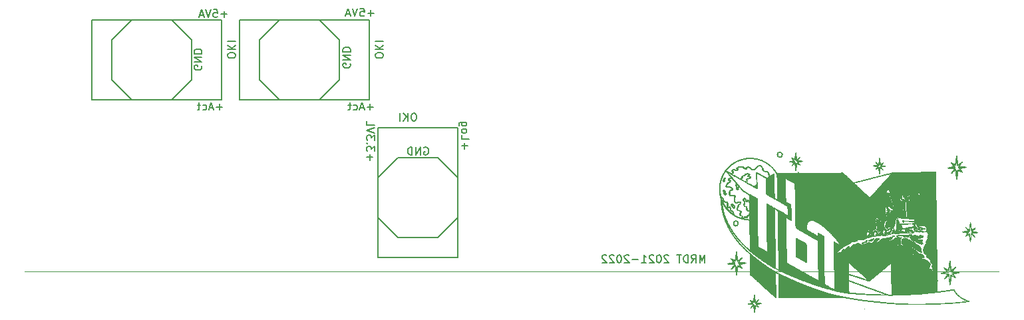
<source format=gbr>
%TF.GenerationSoftware,KiCad,Pcbnew,(5.1.10)-1*%
%TF.CreationDate,2021-12-04T20:09:58-06:00*%
%TF.ProjectId,GimbalBoard_Hardware,47696d62-616c-4426-9f61-72645f486172,rev?*%
%TF.SameCoordinates,Original*%
%TF.FileFunction,Legend,Bot*%
%TF.FilePolarity,Positive*%
%FSLAX46Y46*%
G04 Gerber Fmt 4.6, Leading zero omitted, Abs format (unit mm)*
G04 Created by KiCad (PCBNEW (5.1.10)-1) date 2021-12-04 20:09:58*
%MOMM*%
%LPD*%
G01*
G04 APERTURE LIST*
%ADD10C,0.120000*%
%ADD11C,0.150000*%
%ADD12C,0.010000*%
G04 APERTURE END LIST*
D10*
X148844000Y-95504000D02*
X24892000Y-95504000D01*
D11*
X111425809Y-94432380D02*
X111425809Y-93432380D01*
X111092476Y-94146666D01*
X110759142Y-93432380D01*
X110759142Y-94432380D01*
X109711523Y-94432380D02*
X110044857Y-93956190D01*
X110282952Y-94432380D02*
X110282952Y-93432380D01*
X109902000Y-93432380D01*
X109806761Y-93480000D01*
X109759142Y-93527619D01*
X109711523Y-93622857D01*
X109711523Y-93765714D01*
X109759142Y-93860952D01*
X109806761Y-93908571D01*
X109902000Y-93956190D01*
X110282952Y-93956190D01*
X109282952Y-94432380D02*
X109282952Y-93432380D01*
X109044857Y-93432380D01*
X108902000Y-93480000D01*
X108806761Y-93575238D01*
X108759142Y-93670476D01*
X108711523Y-93860952D01*
X108711523Y-94003809D01*
X108759142Y-94194285D01*
X108806761Y-94289523D01*
X108902000Y-94384761D01*
X109044857Y-94432380D01*
X109282952Y-94432380D01*
X108425809Y-93432380D02*
X107854380Y-93432380D01*
X108140095Y-94432380D02*
X108140095Y-93432380D01*
X106806761Y-93527619D02*
X106759142Y-93480000D01*
X106663904Y-93432380D01*
X106425809Y-93432380D01*
X106330571Y-93480000D01*
X106282952Y-93527619D01*
X106235333Y-93622857D01*
X106235333Y-93718095D01*
X106282952Y-93860952D01*
X106854380Y-94432380D01*
X106235333Y-94432380D01*
X105616285Y-93432380D02*
X105521047Y-93432380D01*
X105425809Y-93480000D01*
X105378190Y-93527619D01*
X105330571Y-93622857D01*
X105282952Y-93813333D01*
X105282952Y-94051428D01*
X105330571Y-94241904D01*
X105378190Y-94337142D01*
X105425809Y-94384761D01*
X105521047Y-94432380D01*
X105616285Y-94432380D01*
X105711523Y-94384761D01*
X105759142Y-94337142D01*
X105806761Y-94241904D01*
X105854380Y-94051428D01*
X105854380Y-93813333D01*
X105806761Y-93622857D01*
X105759142Y-93527619D01*
X105711523Y-93480000D01*
X105616285Y-93432380D01*
X104902000Y-93527619D02*
X104854380Y-93480000D01*
X104759142Y-93432380D01*
X104521047Y-93432380D01*
X104425809Y-93480000D01*
X104378190Y-93527619D01*
X104330571Y-93622857D01*
X104330571Y-93718095D01*
X104378190Y-93860952D01*
X104949619Y-94432380D01*
X104330571Y-94432380D01*
X103378190Y-94432380D02*
X103949619Y-94432380D01*
X103663904Y-94432380D02*
X103663904Y-93432380D01*
X103759142Y-93575238D01*
X103854380Y-93670476D01*
X103949619Y-93718095D01*
X102949619Y-94051428D02*
X102187714Y-94051428D01*
X101759142Y-93527619D02*
X101711523Y-93480000D01*
X101616285Y-93432380D01*
X101378190Y-93432380D01*
X101282952Y-93480000D01*
X101235333Y-93527619D01*
X101187714Y-93622857D01*
X101187714Y-93718095D01*
X101235333Y-93860952D01*
X101806761Y-94432380D01*
X101187714Y-94432380D01*
X100568666Y-93432380D02*
X100473428Y-93432380D01*
X100378190Y-93480000D01*
X100330571Y-93527619D01*
X100282952Y-93622857D01*
X100235333Y-93813333D01*
X100235333Y-94051428D01*
X100282952Y-94241904D01*
X100330571Y-94337142D01*
X100378190Y-94384761D01*
X100473428Y-94432380D01*
X100568666Y-94432380D01*
X100663904Y-94384761D01*
X100711523Y-94337142D01*
X100759142Y-94241904D01*
X100806761Y-94051428D01*
X100806761Y-93813333D01*
X100759142Y-93622857D01*
X100711523Y-93527619D01*
X100663904Y-93480000D01*
X100568666Y-93432380D01*
X99854380Y-93527619D02*
X99806761Y-93480000D01*
X99711523Y-93432380D01*
X99473428Y-93432380D01*
X99378190Y-93480000D01*
X99330571Y-93527619D01*
X99282952Y-93622857D01*
X99282952Y-93718095D01*
X99330571Y-93860952D01*
X99902000Y-94432380D01*
X99282952Y-94432380D01*
X98902000Y-93527619D02*
X98854380Y-93480000D01*
X98759142Y-93432380D01*
X98521047Y-93432380D01*
X98425809Y-93480000D01*
X98378190Y-93527619D01*
X98330571Y-93622857D01*
X98330571Y-93718095D01*
X98378190Y-93860952D01*
X98949619Y-94432380D01*
X98330571Y-94432380D01*
X68762571Y-81398761D02*
X68762571Y-80636857D01*
X68381619Y-81017809D02*
X69143523Y-81017809D01*
X69381619Y-80255904D02*
X69381619Y-79636857D01*
X69000666Y-79970190D01*
X69000666Y-79827333D01*
X68953047Y-79732095D01*
X68905428Y-79684476D01*
X68810190Y-79636857D01*
X68572095Y-79636857D01*
X68476857Y-79684476D01*
X68429238Y-79732095D01*
X68381619Y-79827333D01*
X68381619Y-80113047D01*
X68429238Y-80208285D01*
X68476857Y-80255904D01*
X68476857Y-79208285D02*
X68429238Y-79160666D01*
X68381619Y-79208285D01*
X68429238Y-79255904D01*
X68476857Y-79208285D01*
X68381619Y-79208285D01*
X69381619Y-78827333D02*
X69381619Y-78208285D01*
X69000666Y-78541619D01*
X69000666Y-78398761D01*
X68953047Y-78303523D01*
X68905428Y-78255904D01*
X68810190Y-78208285D01*
X68572095Y-78208285D01*
X68476857Y-78255904D01*
X68429238Y-78303523D01*
X68381619Y-78398761D01*
X68381619Y-78684476D01*
X68429238Y-78779714D01*
X68476857Y-78827333D01*
X69381619Y-77922571D02*
X68381619Y-77589238D01*
X69381619Y-77255904D01*
X68381619Y-76446380D02*
X68381619Y-76922571D01*
X69381619Y-76922571D01*
X75691904Y-79764000D02*
X75787142Y-79716380D01*
X75930000Y-79716380D01*
X76072857Y-79764000D01*
X76168095Y-79859238D01*
X76215714Y-79954476D01*
X76263333Y-80144952D01*
X76263333Y-80287809D01*
X76215714Y-80478285D01*
X76168095Y-80573523D01*
X76072857Y-80668761D01*
X75930000Y-80716380D01*
X75834761Y-80716380D01*
X75691904Y-80668761D01*
X75644285Y-80621142D01*
X75644285Y-80287809D01*
X75834761Y-80287809D01*
X75215714Y-80716380D02*
X75215714Y-79716380D01*
X74644285Y-80716380D01*
X74644285Y-79716380D01*
X74168095Y-80716380D02*
X74168095Y-79716380D01*
X73930000Y-79716380D01*
X73787142Y-79764000D01*
X73691904Y-79859238D01*
X73644285Y-79954476D01*
X73596666Y-80144952D01*
X73596666Y-80287809D01*
X73644285Y-80478285D01*
X73691904Y-80573523D01*
X73787142Y-80668761D01*
X73930000Y-80716380D01*
X74168095Y-80716380D01*
X80827571Y-79922476D02*
X80827571Y-79160571D01*
X80446619Y-79541523D02*
X81208523Y-79541523D01*
X80446619Y-78208190D02*
X80446619Y-78684380D01*
X81446619Y-78684380D01*
X80446619Y-77732000D02*
X80494238Y-77827238D01*
X80541857Y-77874857D01*
X80637095Y-77922476D01*
X80922809Y-77922476D01*
X81018047Y-77874857D01*
X81065666Y-77827238D01*
X81113285Y-77732000D01*
X81113285Y-77589142D01*
X81065666Y-77493904D01*
X81018047Y-77446285D01*
X80922809Y-77398666D01*
X80637095Y-77398666D01*
X80541857Y-77446285D01*
X80494238Y-77493904D01*
X80446619Y-77589142D01*
X80446619Y-77732000D01*
X81113285Y-76541523D02*
X80303761Y-76541523D01*
X80208523Y-76589142D01*
X80160904Y-76636761D01*
X80113285Y-76732000D01*
X80113285Y-76874857D01*
X80160904Y-76970095D01*
X80494238Y-76541523D02*
X80446619Y-76636761D01*
X80446619Y-76827238D01*
X80494238Y-76922476D01*
X80541857Y-76970095D01*
X80637095Y-77017714D01*
X80922809Y-77017714D01*
X81018047Y-76970095D01*
X81065666Y-76922476D01*
X81113285Y-76827238D01*
X81113285Y-76636761D01*
X81065666Y-76541523D01*
X69214809Y-74620428D02*
X68452904Y-74620428D01*
X68833857Y-75001380D02*
X68833857Y-74239476D01*
X68024333Y-74715666D02*
X67548142Y-74715666D01*
X68119571Y-75001380D02*
X67786238Y-74001380D01*
X67452904Y-75001380D01*
X66691000Y-74953761D02*
X66786238Y-75001380D01*
X66976714Y-75001380D01*
X67071952Y-74953761D01*
X67119571Y-74906142D01*
X67167190Y-74810904D01*
X67167190Y-74525190D01*
X67119571Y-74429952D01*
X67071952Y-74382333D01*
X66976714Y-74334714D01*
X66786238Y-74334714D01*
X66691000Y-74382333D01*
X66405285Y-74334714D02*
X66024333Y-74334714D01*
X66262428Y-74001380D02*
X66262428Y-74858523D01*
X66214809Y-74953761D01*
X66119571Y-75001380D01*
X66024333Y-75001380D01*
X66286000Y-69087904D02*
X66333619Y-69183142D01*
X66333619Y-69326000D01*
X66286000Y-69468857D01*
X66190761Y-69564095D01*
X66095523Y-69611714D01*
X65905047Y-69659333D01*
X65762190Y-69659333D01*
X65571714Y-69611714D01*
X65476476Y-69564095D01*
X65381238Y-69468857D01*
X65333619Y-69326000D01*
X65333619Y-69230761D01*
X65381238Y-69087904D01*
X65428857Y-69040285D01*
X65762190Y-69040285D01*
X65762190Y-69230761D01*
X65333619Y-68611714D02*
X66333619Y-68611714D01*
X65333619Y-68040285D01*
X66333619Y-68040285D01*
X65333619Y-67564095D02*
X66333619Y-67564095D01*
X66333619Y-67326000D01*
X66286000Y-67183142D01*
X66190761Y-67087904D01*
X66095523Y-67040285D01*
X65905047Y-66992666D01*
X65762190Y-66992666D01*
X65571714Y-67040285D01*
X65476476Y-67087904D01*
X65381238Y-67183142D01*
X65333619Y-67326000D01*
X65333619Y-67564095D01*
X69278285Y-62682428D02*
X68516380Y-62682428D01*
X68897333Y-63063380D02*
X68897333Y-62301476D01*
X67564000Y-62063380D02*
X68040190Y-62063380D01*
X68087809Y-62539571D01*
X68040190Y-62491952D01*
X67944952Y-62444333D01*
X67706857Y-62444333D01*
X67611619Y-62491952D01*
X67564000Y-62539571D01*
X67516380Y-62634809D01*
X67516380Y-62872904D01*
X67564000Y-62968142D01*
X67611619Y-63015761D01*
X67706857Y-63063380D01*
X67944952Y-63063380D01*
X68040190Y-63015761D01*
X68087809Y-62968142D01*
X67230666Y-62063380D02*
X66897333Y-63063380D01*
X66564000Y-62063380D01*
X66278285Y-62777666D02*
X65802095Y-62777666D01*
X66373523Y-63063380D02*
X66040190Y-62063380D01*
X65706857Y-63063380D01*
X50037809Y-74620428D02*
X49275904Y-74620428D01*
X49656857Y-75001380D02*
X49656857Y-74239476D01*
X48847333Y-74715666D02*
X48371142Y-74715666D01*
X48942571Y-75001380D02*
X48609238Y-74001380D01*
X48275904Y-75001380D01*
X47514000Y-74953761D02*
X47609238Y-75001380D01*
X47799714Y-75001380D01*
X47894952Y-74953761D01*
X47942571Y-74906142D01*
X47990190Y-74810904D01*
X47990190Y-74525190D01*
X47942571Y-74429952D01*
X47894952Y-74382333D01*
X47799714Y-74334714D01*
X47609238Y-74334714D01*
X47514000Y-74382333D01*
X47228285Y-74334714D02*
X46847333Y-74334714D01*
X47085428Y-74001380D02*
X47085428Y-74858523D01*
X47037809Y-74953761D01*
X46942571Y-75001380D01*
X46847333Y-75001380D01*
X47363000Y-69341904D02*
X47410619Y-69437142D01*
X47410619Y-69580000D01*
X47363000Y-69722857D01*
X47267761Y-69818095D01*
X47172523Y-69865714D01*
X46982047Y-69913333D01*
X46839190Y-69913333D01*
X46648714Y-69865714D01*
X46553476Y-69818095D01*
X46458238Y-69722857D01*
X46410619Y-69580000D01*
X46410619Y-69484761D01*
X46458238Y-69341904D01*
X46505857Y-69294285D01*
X46839190Y-69294285D01*
X46839190Y-69484761D01*
X46410619Y-68865714D02*
X47410619Y-68865714D01*
X46410619Y-68294285D01*
X47410619Y-68294285D01*
X46410619Y-67818095D02*
X47410619Y-67818095D01*
X47410619Y-67580000D01*
X47363000Y-67437142D01*
X47267761Y-67341904D01*
X47172523Y-67294285D01*
X46982047Y-67246666D01*
X46839190Y-67246666D01*
X46648714Y-67294285D01*
X46553476Y-67341904D01*
X46458238Y-67437142D01*
X46410619Y-67580000D01*
X46410619Y-67818095D01*
X50609285Y-62809428D02*
X49847380Y-62809428D01*
X50228333Y-63190380D02*
X50228333Y-62428476D01*
X48895000Y-62190380D02*
X49371190Y-62190380D01*
X49418809Y-62666571D01*
X49371190Y-62618952D01*
X49275952Y-62571333D01*
X49037857Y-62571333D01*
X48942619Y-62618952D01*
X48895000Y-62666571D01*
X48847380Y-62761809D01*
X48847380Y-62999904D01*
X48895000Y-63095142D01*
X48942619Y-63142761D01*
X49037857Y-63190380D01*
X49275952Y-63190380D01*
X49371190Y-63142761D01*
X49418809Y-63095142D01*
X48561666Y-62190380D02*
X48228333Y-63190380D01*
X47895000Y-62190380D01*
X47609285Y-62904666D02*
X47133095Y-62904666D01*
X47704523Y-63190380D02*
X47371190Y-62190380D01*
X47037857Y-63190380D01*
D12*
%TO.C,G\u002A\u002A\u002A*%
G36*
X117704355Y-98508361D02*
G01*
X117690905Y-98519468D01*
X117678101Y-98547602D01*
X117665832Y-98593108D01*
X117653989Y-98656328D01*
X117651155Y-98674455D01*
X117637618Y-98763884D01*
X117626477Y-98837425D01*
X117617422Y-98897129D01*
X117610139Y-98945047D01*
X117604317Y-98983232D01*
X117599644Y-99013734D01*
X117595806Y-99038604D01*
X117592493Y-99059894D01*
X117592477Y-99060000D01*
X117587889Y-99094607D01*
X117582957Y-99140322D01*
X117578397Y-99190144D01*
X117576001Y-99221016D01*
X117572615Y-99262292D01*
X117568952Y-99296642D01*
X117565481Y-99320176D01*
X117562969Y-99328841D01*
X117554500Y-99329431D01*
X117535236Y-99323825D01*
X117503849Y-99311501D01*
X117459012Y-99291938D01*
X117399397Y-99264612D01*
X117397893Y-99263912D01*
X117361227Y-99246841D01*
X117315436Y-99225516D01*
X117267837Y-99203347D01*
X117244288Y-99192377D01*
X117196577Y-99171606D01*
X117163990Y-99160800D01*
X117146495Y-99159958D01*
X117144055Y-99169077D01*
X117156459Y-99187945D01*
X117168222Y-99202146D01*
X117189143Y-99227469D01*
X117216846Y-99261035D01*
X117248954Y-99299964D01*
X117271742Y-99327607D01*
X117306605Y-99369625D01*
X117339850Y-99409185D01*
X117368750Y-99443078D01*
X117390577Y-99468096D01*
X117399291Y-99477668D01*
X117417088Y-99498498D01*
X117428009Y-99515113D01*
X117429643Y-99520202D01*
X117421519Y-99527269D01*
X117400849Y-99533581D01*
X117386554Y-99535946D01*
X117345121Y-99542028D01*
X117294734Y-99550921D01*
X117237947Y-99562021D01*
X117177318Y-99574727D01*
X117115404Y-99588437D01*
X117054761Y-99602550D01*
X116997945Y-99616463D01*
X116947514Y-99629574D01*
X116906025Y-99641282D01*
X116876033Y-99650985D01*
X116860096Y-99658081D01*
X116858188Y-99660330D01*
X116865928Y-99666578D01*
X116885972Y-99676318D01*
X116906187Y-99684458D01*
X116943553Y-99694710D01*
X116997679Y-99704023D01*
X117067200Y-99712258D01*
X117150751Y-99719273D01*
X117246966Y-99724929D01*
X117334393Y-99728455D01*
X117383668Y-99730233D01*
X117426146Y-99732061D01*
X117458712Y-99733780D01*
X117478247Y-99735234D01*
X117482470Y-99735951D01*
X117479766Y-99744359D01*
X117469476Y-99762205D01*
X117464328Y-99770108D01*
X117423543Y-99830164D01*
X117386272Y-99883529D01*
X117354690Y-99927130D01*
X117334489Y-99953536D01*
X117305493Y-99991501D01*
X117276494Y-100032262D01*
X117249260Y-100072985D01*
X117225559Y-100110833D01*
X117207159Y-100142971D01*
X117195827Y-100166562D01*
X117193331Y-100178772D01*
X117193717Y-100179345D01*
X117205643Y-100179640D01*
X117226878Y-100165389D01*
X117241448Y-100152444D01*
X117305983Y-100092266D01*
X117366727Y-100036277D01*
X117422079Y-99985910D01*
X117470442Y-99942598D01*
X117510216Y-99907777D01*
X117539804Y-99882880D01*
X117555442Y-99870806D01*
X117562915Y-99865703D01*
X117568722Y-99863614D01*
X117573330Y-99866586D01*
X117577203Y-99876668D01*
X117580809Y-99895908D01*
X117584612Y-99926354D01*
X117589079Y-99970056D01*
X117594676Y-100029060D01*
X117596951Y-100053321D01*
X117608027Y-100166940D01*
X117618407Y-100264008D01*
X117628294Y-100346096D01*
X117637893Y-100414773D01*
X117647405Y-100471608D01*
X117657035Y-100518173D01*
X117657344Y-100519500D01*
X117667392Y-100569245D01*
X117671554Y-100611940D01*
X117670612Y-100657410D01*
X117669501Y-100672446D01*
X117666889Y-100709588D01*
X117666784Y-100732140D01*
X117669553Y-100743529D01*
X117675562Y-100747180D01*
X117677499Y-100747286D01*
X117692349Y-100743513D01*
X117695604Y-100740482D01*
X117703699Y-100719970D01*
X117713253Y-100685330D01*
X117723401Y-100640425D01*
X117733276Y-100589120D01*
X117742014Y-100535280D01*
X117742839Y-100529571D01*
X117749582Y-100483974D01*
X117756301Y-100441301D01*
X117762128Y-100406923D01*
X117765571Y-100388964D01*
X117771843Y-100356161D01*
X117779552Y-100310246D01*
X117787980Y-100256121D01*
X117796410Y-100198689D01*
X117804123Y-100142854D01*
X117810401Y-100093516D01*
X117814527Y-100055579D01*
X117814730Y-100053321D01*
X117819790Y-99999023D01*
X117824179Y-99960370D01*
X117828375Y-99934900D01*
X117832854Y-99920153D01*
X117838095Y-99913667D01*
X117842020Y-99912714D01*
X117854573Y-99916271D01*
X117880397Y-99926014D01*
X117916277Y-99940551D01*
X117958998Y-99958493D01*
X118005347Y-99978447D01*
X118052109Y-99999022D01*
X118096070Y-100018828D01*
X118134014Y-100036473D01*
X118162729Y-100050566D01*
X118172209Y-100055616D01*
X118202163Y-100069220D01*
X118219502Y-100070352D01*
X118223468Y-100059774D01*
X118213303Y-100038245D01*
X118203324Y-100024426D01*
X118187127Y-100002282D01*
X118165506Y-99970720D01*
X118140334Y-99932701D01*
X118113484Y-99891190D01*
X118086831Y-99849149D01*
X118062247Y-99809542D01*
X118041607Y-99775331D01*
X118026783Y-99749481D01*
X118019650Y-99734954D01*
X118019286Y-99733352D01*
X118027277Y-99725413D01*
X118047098Y-99718632D01*
X118053304Y-99717438D01*
X118126488Y-99704683D01*
X118200859Y-99690430D01*
X118274275Y-99675208D01*
X118344595Y-99659548D01*
X118409678Y-99643979D01*
X118467384Y-99629031D01*
X118515571Y-99615234D01*
X118552099Y-99603118D01*
X118573344Y-99593859D01*
X118417666Y-99593859D01*
X118407222Y-99602878D01*
X118397104Y-99604286D01*
X118372355Y-99607193D01*
X118349479Y-99612939D01*
X118330411Y-99617406D01*
X118297855Y-99623198D01*
X118256349Y-99629570D01*
X118210427Y-99635777D01*
X118209786Y-99635858D01*
X118118696Y-99647412D01*
X118044633Y-99657023D01*
X117986602Y-99664829D01*
X117943608Y-99670973D01*
X117914655Y-99675593D01*
X117898747Y-99678832D01*
X117894879Y-99680311D01*
X117899131Y-99688178D01*
X117913400Y-99707579D01*
X117935916Y-99736257D01*
X117964908Y-99771954D01*
X117996465Y-99809868D01*
X118038967Y-99860577D01*
X118070770Y-99899153D01*
X118093003Y-99927224D01*
X118106794Y-99946415D01*
X118113271Y-99958353D01*
X118113562Y-99964664D01*
X118108796Y-99966974D01*
X118105566Y-99967143D01*
X118093180Y-99963249D01*
X118067513Y-99952440D01*
X118031452Y-99936027D01*
X117987888Y-99915322D01*
X117945600Y-99894571D01*
X117897987Y-99871198D01*
X117855511Y-99850954D01*
X117821014Y-99835144D01*
X117797337Y-99825075D01*
X117787679Y-99822000D01*
X117779543Y-99824347D01*
X117773479Y-99833211D01*
X117768853Y-99851328D01*
X117765035Y-99881431D01*
X117761393Y-99926256D01*
X117760447Y-99939929D01*
X117755714Y-100001154D01*
X117749566Y-100067584D01*
X117742304Y-100137014D01*
X117734232Y-100207236D01*
X117725654Y-100276046D01*
X117716874Y-100341237D01*
X117708195Y-100400604D01*
X117699921Y-100451940D01*
X117692354Y-100493040D01*
X117685799Y-100521698D01*
X117680560Y-100535709D01*
X117678368Y-100536391D01*
X117676487Y-100526626D01*
X117673468Y-100501705D01*
X117669617Y-100464556D01*
X117665238Y-100418108D01*
X117660945Y-100368972D01*
X117656314Y-100308500D01*
X117651475Y-100235685D01*
X117646769Y-100156320D01*
X117642536Y-100076194D01*
X117639116Y-100001101D01*
X117638665Y-99989883D01*
X117636086Y-99929229D01*
X117633407Y-99874775D01*
X117630782Y-99829089D01*
X117628369Y-99794738D01*
X117626323Y-99774289D01*
X117625268Y-99769672D01*
X117618535Y-99771722D01*
X117602410Y-99783016D01*
X117576006Y-99804276D01*
X117538438Y-99836226D01*
X117488819Y-99879588D01*
X117468076Y-99897918D01*
X117449699Y-99909317D01*
X117439019Y-99907576D01*
X117440493Y-99896669D01*
X117452478Y-99872972D01*
X117474176Y-99837884D01*
X117502912Y-99795483D01*
X117534111Y-99749686D01*
X117554610Y-99716641D01*
X117565145Y-99695015D01*
X117566453Y-99683477D01*
X117565537Y-99682120D01*
X117552825Y-99678725D01*
X117522157Y-99675897D01*
X117473709Y-99673642D01*
X117407658Y-99671967D01*
X117324182Y-99670881D01*
X117296769Y-99670678D01*
X117230008Y-99670076D01*
X117169260Y-99669188D01*
X117116859Y-99668075D01*
X117075141Y-99666797D01*
X117046442Y-99665418D01*
X117033098Y-99663998D01*
X117032485Y-99663723D01*
X117032948Y-99654664D01*
X117050586Y-99644495D01*
X117084477Y-99633437D01*
X117133702Y-99621711D01*
X117197342Y-99609538D01*
X117274475Y-99597140D01*
X117357731Y-99585572D01*
X117408379Y-99578687D01*
X117453143Y-99572046D01*
X117488731Y-99566180D01*
X117511854Y-99561623D01*
X117518795Y-99559533D01*
X117518770Y-99552283D01*
X117508269Y-99535549D01*
X117486673Y-99508561D01*
X117453361Y-99470548D01*
X117407714Y-99420739D01*
X117402649Y-99415298D01*
X117364866Y-99374321D01*
X117332322Y-99338206D01*
X117306694Y-99308881D01*
X117289660Y-99288280D01*
X117282897Y-99278333D01*
X117283145Y-99277714D01*
X117293662Y-99281476D01*
X117317857Y-99291958D01*
X117353086Y-99307958D01*
X117396706Y-99328274D01*
X117446073Y-99351701D01*
X117452435Y-99354749D01*
X117502124Y-99378225D01*
X117546252Y-99398393D01*
X117582222Y-99414122D01*
X117607441Y-99424282D01*
X117619312Y-99427743D01*
X117619750Y-99427635D01*
X117622982Y-99417422D01*
X117626528Y-99392987D01*
X117629913Y-99358236D01*
X117632184Y-99325654D01*
X117636032Y-99268900D01*
X117641305Y-99204130D01*
X117647692Y-99134160D01*
X117654878Y-99061803D01*
X117662550Y-98989873D01*
X117670395Y-98921185D01*
X117678099Y-98858552D01*
X117685348Y-98804789D01*
X117691830Y-98762709D01*
X117697230Y-98735128D01*
X117698478Y-98730477D01*
X117701482Y-98721688D01*
X117704202Y-98717802D01*
X117706853Y-98720336D01*
X117709650Y-98730807D01*
X117712807Y-98750733D01*
X117716540Y-98781630D01*
X117721065Y-98825016D01*
X117726595Y-98882408D01*
X117733346Y-98955323D01*
X117738753Y-99014643D01*
X117742000Y-99055181D01*
X117745663Y-99108824D01*
X117749434Y-99170550D01*
X117753004Y-99235333D01*
X117755688Y-99289907D01*
X117758436Y-99345162D01*
X117761257Y-99394006D01*
X117763956Y-99433625D01*
X117766338Y-99461205D01*
X117768210Y-99473931D01*
X117768454Y-99474406D01*
X117776626Y-99470506D01*
X117796447Y-99456883D01*
X117825524Y-99435303D01*
X117861464Y-99407532D01*
X117892508Y-99382879D01*
X117943217Y-99343059D01*
X117981362Y-99315244D01*
X118007635Y-99299051D01*
X118022732Y-99294102D01*
X118027347Y-99300016D01*
X118024701Y-99310442D01*
X118018004Y-99321835D01*
X118002603Y-99345208D01*
X117980374Y-99377800D01*
X117953191Y-99416851D01*
X117932467Y-99446205D01*
X117903783Y-99487328D01*
X117879698Y-99523254D01*
X117861835Y-99551445D01*
X117851820Y-99569361D01*
X117850405Y-99574500D01*
X117860680Y-99575585D01*
X117886207Y-99575499D01*
X117924137Y-99574334D01*
X117971624Y-99572180D01*
X118025819Y-99569127D01*
X118032909Y-99568687D01*
X118118893Y-99564412D01*
X118199950Y-99562511D01*
X118273099Y-99562947D01*
X118335354Y-99565682D01*
X118383733Y-99570681D01*
X118398018Y-99573199D01*
X118414660Y-99581852D01*
X118417666Y-99593859D01*
X118573344Y-99593859D01*
X118574827Y-99593213D01*
X118581714Y-99586659D01*
X118573621Y-99581484D01*
X118551893Y-99572828D01*
X118520355Y-99562135D01*
X118500240Y-99555917D01*
X118422964Y-99537779D01*
X118331792Y-99524966D01*
X118230264Y-99517775D01*
X118121916Y-99516505D01*
X118057839Y-99518575D01*
X118011799Y-99520404D01*
X117972992Y-99521181D01*
X117944628Y-99520902D01*
X117929916Y-99519562D01*
X117928571Y-99518752D01*
X117933603Y-99509872D01*
X117947669Y-99488511D01*
X117969222Y-99456924D01*
X117996716Y-99417370D01*
X118028607Y-99372105D01*
X118039592Y-99356637D01*
X118091059Y-99284175D01*
X118132808Y-99225027D01*
X118165741Y-99177796D01*
X118190762Y-99141086D01*
X118208774Y-99113502D01*
X118220679Y-99093647D01*
X118227379Y-99080125D01*
X118229779Y-99071541D01*
X118228779Y-99066498D01*
X118227911Y-99065425D01*
X118215001Y-99064348D01*
X118197982Y-99076449D01*
X118180409Y-99090346D01*
X118167385Y-99096283D01*
X118167216Y-99096286D01*
X118156666Y-99102053D01*
X118136419Y-99117515D01*
X118109973Y-99139912D01*
X118095229Y-99153111D01*
X118052944Y-99191343D01*
X118007010Y-99232346D01*
X117960877Y-99273089D01*
X117917995Y-99310541D01*
X117881814Y-99341670D01*
X117856890Y-99362543D01*
X117834884Y-99377368D01*
X117820852Y-99377862D01*
X117813295Y-99362893D01*
X117810714Y-99331326D01*
X117810675Y-99327607D01*
X117809069Y-99296006D01*
X117804874Y-99249866D01*
X117798550Y-99192532D01*
X117790556Y-99127350D01*
X117781354Y-99057666D01*
X117771404Y-98986825D01*
X117761166Y-98918173D01*
X117751101Y-98855055D01*
X117741668Y-98800817D01*
X117733329Y-98758805D01*
X117731010Y-98748671D01*
X117719712Y-98676599D01*
X117717060Y-98594540D01*
X117717475Y-98553433D01*
X117716559Y-98527394D01*
X117713862Y-98513369D01*
X117708933Y-98508303D01*
X117704355Y-98508361D01*
G37*
X117704355Y-98508361D02*
X117690905Y-98519468D01*
X117678101Y-98547602D01*
X117665832Y-98593108D01*
X117653989Y-98656328D01*
X117651155Y-98674455D01*
X117637618Y-98763884D01*
X117626477Y-98837425D01*
X117617422Y-98897129D01*
X117610139Y-98945047D01*
X117604317Y-98983232D01*
X117599644Y-99013734D01*
X117595806Y-99038604D01*
X117592493Y-99059894D01*
X117592477Y-99060000D01*
X117587889Y-99094607D01*
X117582957Y-99140322D01*
X117578397Y-99190144D01*
X117576001Y-99221016D01*
X117572615Y-99262292D01*
X117568952Y-99296642D01*
X117565481Y-99320176D01*
X117562969Y-99328841D01*
X117554500Y-99329431D01*
X117535236Y-99323825D01*
X117503849Y-99311501D01*
X117459012Y-99291938D01*
X117399397Y-99264612D01*
X117397893Y-99263912D01*
X117361227Y-99246841D01*
X117315436Y-99225516D01*
X117267837Y-99203347D01*
X117244288Y-99192377D01*
X117196577Y-99171606D01*
X117163990Y-99160800D01*
X117146495Y-99159958D01*
X117144055Y-99169077D01*
X117156459Y-99187945D01*
X117168222Y-99202146D01*
X117189143Y-99227469D01*
X117216846Y-99261035D01*
X117248954Y-99299964D01*
X117271742Y-99327607D01*
X117306605Y-99369625D01*
X117339850Y-99409185D01*
X117368750Y-99443078D01*
X117390577Y-99468096D01*
X117399291Y-99477668D01*
X117417088Y-99498498D01*
X117428009Y-99515113D01*
X117429643Y-99520202D01*
X117421519Y-99527269D01*
X117400849Y-99533581D01*
X117386554Y-99535946D01*
X117345121Y-99542028D01*
X117294734Y-99550921D01*
X117237947Y-99562021D01*
X117177318Y-99574727D01*
X117115404Y-99588437D01*
X117054761Y-99602550D01*
X116997945Y-99616463D01*
X116947514Y-99629574D01*
X116906025Y-99641282D01*
X116876033Y-99650985D01*
X116860096Y-99658081D01*
X116858188Y-99660330D01*
X116865928Y-99666578D01*
X116885972Y-99676318D01*
X116906187Y-99684458D01*
X116943553Y-99694710D01*
X116997679Y-99704023D01*
X117067200Y-99712258D01*
X117150751Y-99719273D01*
X117246966Y-99724929D01*
X117334393Y-99728455D01*
X117383668Y-99730233D01*
X117426146Y-99732061D01*
X117458712Y-99733780D01*
X117478247Y-99735234D01*
X117482470Y-99735951D01*
X117479766Y-99744359D01*
X117469476Y-99762205D01*
X117464328Y-99770108D01*
X117423543Y-99830164D01*
X117386272Y-99883529D01*
X117354690Y-99927130D01*
X117334489Y-99953536D01*
X117305493Y-99991501D01*
X117276494Y-100032262D01*
X117249260Y-100072985D01*
X117225559Y-100110833D01*
X117207159Y-100142971D01*
X117195827Y-100166562D01*
X117193331Y-100178772D01*
X117193717Y-100179345D01*
X117205643Y-100179640D01*
X117226878Y-100165389D01*
X117241448Y-100152444D01*
X117305983Y-100092266D01*
X117366727Y-100036277D01*
X117422079Y-99985910D01*
X117470442Y-99942598D01*
X117510216Y-99907777D01*
X117539804Y-99882880D01*
X117555442Y-99870806D01*
X117562915Y-99865703D01*
X117568722Y-99863614D01*
X117573330Y-99866586D01*
X117577203Y-99876668D01*
X117580809Y-99895908D01*
X117584612Y-99926354D01*
X117589079Y-99970056D01*
X117594676Y-100029060D01*
X117596951Y-100053321D01*
X117608027Y-100166940D01*
X117618407Y-100264008D01*
X117628294Y-100346096D01*
X117637893Y-100414773D01*
X117647405Y-100471608D01*
X117657035Y-100518173D01*
X117657344Y-100519500D01*
X117667392Y-100569245D01*
X117671554Y-100611940D01*
X117670612Y-100657410D01*
X117669501Y-100672446D01*
X117666889Y-100709588D01*
X117666784Y-100732140D01*
X117669553Y-100743529D01*
X117675562Y-100747180D01*
X117677499Y-100747286D01*
X117692349Y-100743513D01*
X117695604Y-100740482D01*
X117703699Y-100719970D01*
X117713253Y-100685330D01*
X117723401Y-100640425D01*
X117733276Y-100589120D01*
X117742014Y-100535280D01*
X117742839Y-100529571D01*
X117749582Y-100483974D01*
X117756301Y-100441301D01*
X117762128Y-100406923D01*
X117765571Y-100388964D01*
X117771843Y-100356161D01*
X117779552Y-100310246D01*
X117787980Y-100256121D01*
X117796410Y-100198689D01*
X117804123Y-100142854D01*
X117810401Y-100093516D01*
X117814527Y-100055579D01*
X117814730Y-100053321D01*
X117819790Y-99999023D01*
X117824179Y-99960370D01*
X117828375Y-99934900D01*
X117832854Y-99920153D01*
X117838095Y-99913667D01*
X117842020Y-99912714D01*
X117854573Y-99916271D01*
X117880397Y-99926014D01*
X117916277Y-99940551D01*
X117958998Y-99958493D01*
X118005347Y-99978447D01*
X118052109Y-99999022D01*
X118096070Y-100018828D01*
X118134014Y-100036473D01*
X118162729Y-100050566D01*
X118172209Y-100055616D01*
X118202163Y-100069220D01*
X118219502Y-100070352D01*
X118223468Y-100059774D01*
X118213303Y-100038245D01*
X118203324Y-100024426D01*
X118187127Y-100002282D01*
X118165506Y-99970720D01*
X118140334Y-99932701D01*
X118113484Y-99891190D01*
X118086831Y-99849149D01*
X118062247Y-99809542D01*
X118041607Y-99775331D01*
X118026783Y-99749481D01*
X118019650Y-99734954D01*
X118019286Y-99733352D01*
X118027277Y-99725413D01*
X118047098Y-99718632D01*
X118053304Y-99717438D01*
X118126488Y-99704683D01*
X118200859Y-99690430D01*
X118274275Y-99675208D01*
X118344595Y-99659548D01*
X118409678Y-99643979D01*
X118467384Y-99629031D01*
X118515571Y-99615234D01*
X118552099Y-99603118D01*
X118573344Y-99593859D01*
X118417666Y-99593859D01*
X118407222Y-99602878D01*
X118397104Y-99604286D01*
X118372355Y-99607193D01*
X118349479Y-99612939D01*
X118330411Y-99617406D01*
X118297855Y-99623198D01*
X118256349Y-99629570D01*
X118210427Y-99635777D01*
X118209786Y-99635858D01*
X118118696Y-99647412D01*
X118044633Y-99657023D01*
X117986602Y-99664829D01*
X117943608Y-99670973D01*
X117914655Y-99675593D01*
X117898747Y-99678832D01*
X117894879Y-99680311D01*
X117899131Y-99688178D01*
X117913400Y-99707579D01*
X117935916Y-99736257D01*
X117964908Y-99771954D01*
X117996465Y-99809868D01*
X118038967Y-99860577D01*
X118070770Y-99899153D01*
X118093003Y-99927224D01*
X118106794Y-99946415D01*
X118113271Y-99958353D01*
X118113562Y-99964664D01*
X118108796Y-99966974D01*
X118105566Y-99967143D01*
X118093180Y-99963249D01*
X118067513Y-99952440D01*
X118031452Y-99936027D01*
X117987888Y-99915322D01*
X117945600Y-99894571D01*
X117897987Y-99871198D01*
X117855511Y-99850954D01*
X117821014Y-99835144D01*
X117797337Y-99825075D01*
X117787679Y-99822000D01*
X117779543Y-99824347D01*
X117773479Y-99833211D01*
X117768853Y-99851328D01*
X117765035Y-99881431D01*
X117761393Y-99926256D01*
X117760447Y-99939929D01*
X117755714Y-100001154D01*
X117749566Y-100067584D01*
X117742304Y-100137014D01*
X117734232Y-100207236D01*
X117725654Y-100276046D01*
X117716874Y-100341237D01*
X117708195Y-100400604D01*
X117699921Y-100451940D01*
X117692354Y-100493040D01*
X117685799Y-100521698D01*
X117680560Y-100535709D01*
X117678368Y-100536391D01*
X117676487Y-100526626D01*
X117673468Y-100501705D01*
X117669617Y-100464556D01*
X117665238Y-100418108D01*
X117660945Y-100368972D01*
X117656314Y-100308500D01*
X117651475Y-100235685D01*
X117646769Y-100156320D01*
X117642536Y-100076194D01*
X117639116Y-100001101D01*
X117638665Y-99989883D01*
X117636086Y-99929229D01*
X117633407Y-99874775D01*
X117630782Y-99829089D01*
X117628369Y-99794738D01*
X117626323Y-99774289D01*
X117625268Y-99769672D01*
X117618535Y-99771722D01*
X117602410Y-99783016D01*
X117576006Y-99804276D01*
X117538438Y-99836226D01*
X117488819Y-99879588D01*
X117468076Y-99897918D01*
X117449699Y-99909317D01*
X117439019Y-99907576D01*
X117440493Y-99896669D01*
X117452478Y-99872972D01*
X117474176Y-99837884D01*
X117502912Y-99795483D01*
X117534111Y-99749686D01*
X117554610Y-99716641D01*
X117565145Y-99695015D01*
X117566453Y-99683477D01*
X117565537Y-99682120D01*
X117552825Y-99678725D01*
X117522157Y-99675897D01*
X117473709Y-99673642D01*
X117407658Y-99671967D01*
X117324182Y-99670881D01*
X117296769Y-99670678D01*
X117230008Y-99670076D01*
X117169260Y-99669188D01*
X117116859Y-99668075D01*
X117075141Y-99666797D01*
X117046442Y-99665418D01*
X117033098Y-99663998D01*
X117032485Y-99663723D01*
X117032948Y-99654664D01*
X117050586Y-99644495D01*
X117084477Y-99633437D01*
X117133702Y-99621711D01*
X117197342Y-99609538D01*
X117274475Y-99597140D01*
X117357731Y-99585572D01*
X117408379Y-99578687D01*
X117453143Y-99572046D01*
X117488731Y-99566180D01*
X117511854Y-99561623D01*
X117518795Y-99559533D01*
X117518770Y-99552283D01*
X117508269Y-99535549D01*
X117486673Y-99508561D01*
X117453361Y-99470548D01*
X117407714Y-99420739D01*
X117402649Y-99415298D01*
X117364866Y-99374321D01*
X117332322Y-99338206D01*
X117306694Y-99308881D01*
X117289660Y-99288280D01*
X117282897Y-99278333D01*
X117283145Y-99277714D01*
X117293662Y-99281476D01*
X117317857Y-99291958D01*
X117353086Y-99307958D01*
X117396706Y-99328274D01*
X117446073Y-99351701D01*
X117452435Y-99354749D01*
X117502124Y-99378225D01*
X117546252Y-99398393D01*
X117582222Y-99414122D01*
X117607441Y-99424282D01*
X117619312Y-99427743D01*
X117619750Y-99427635D01*
X117622982Y-99417422D01*
X117626528Y-99392987D01*
X117629913Y-99358236D01*
X117632184Y-99325654D01*
X117636032Y-99268900D01*
X117641305Y-99204130D01*
X117647692Y-99134160D01*
X117654878Y-99061803D01*
X117662550Y-98989873D01*
X117670395Y-98921185D01*
X117678099Y-98858552D01*
X117685348Y-98804789D01*
X117691830Y-98762709D01*
X117697230Y-98735128D01*
X117698478Y-98730477D01*
X117701482Y-98721688D01*
X117704202Y-98717802D01*
X117706853Y-98720336D01*
X117709650Y-98730807D01*
X117712807Y-98750733D01*
X117716540Y-98781630D01*
X117721065Y-98825016D01*
X117726595Y-98882408D01*
X117733346Y-98955323D01*
X117738753Y-99014643D01*
X117742000Y-99055181D01*
X117745663Y-99108824D01*
X117749434Y-99170550D01*
X117753004Y-99235333D01*
X117755688Y-99289907D01*
X117758436Y-99345162D01*
X117761257Y-99394006D01*
X117763956Y-99433625D01*
X117766338Y-99461205D01*
X117768210Y-99473931D01*
X117768454Y-99474406D01*
X117776626Y-99470506D01*
X117796447Y-99456883D01*
X117825524Y-99435303D01*
X117861464Y-99407532D01*
X117892508Y-99382879D01*
X117943217Y-99343059D01*
X117981362Y-99315244D01*
X118007635Y-99299051D01*
X118022732Y-99294102D01*
X118027347Y-99300016D01*
X118024701Y-99310442D01*
X118018004Y-99321835D01*
X118002603Y-99345208D01*
X117980374Y-99377800D01*
X117953191Y-99416851D01*
X117932467Y-99446205D01*
X117903783Y-99487328D01*
X117879698Y-99523254D01*
X117861835Y-99551445D01*
X117851820Y-99569361D01*
X117850405Y-99574500D01*
X117860680Y-99575585D01*
X117886207Y-99575499D01*
X117924137Y-99574334D01*
X117971624Y-99572180D01*
X118025819Y-99569127D01*
X118032909Y-99568687D01*
X118118893Y-99564412D01*
X118199950Y-99562511D01*
X118273099Y-99562947D01*
X118335354Y-99565682D01*
X118383733Y-99570681D01*
X118398018Y-99573199D01*
X118414660Y-99581852D01*
X118417666Y-99593859D01*
X118573344Y-99593859D01*
X118574827Y-99593213D01*
X118581714Y-99586659D01*
X118573621Y-99581484D01*
X118551893Y-99572828D01*
X118520355Y-99562135D01*
X118500240Y-99555917D01*
X118422964Y-99537779D01*
X118331792Y-99524966D01*
X118230264Y-99517775D01*
X118121916Y-99516505D01*
X118057839Y-99518575D01*
X118011799Y-99520404D01*
X117972992Y-99521181D01*
X117944628Y-99520902D01*
X117929916Y-99519562D01*
X117928571Y-99518752D01*
X117933603Y-99509872D01*
X117947669Y-99488511D01*
X117969222Y-99456924D01*
X117996716Y-99417370D01*
X118028607Y-99372105D01*
X118039592Y-99356637D01*
X118091059Y-99284175D01*
X118132808Y-99225027D01*
X118165741Y-99177796D01*
X118190762Y-99141086D01*
X118208774Y-99113502D01*
X118220679Y-99093647D01*
X118227379Y-99080125D01*
X118229779Y-99071541D01*
X118228779Y-99066498D01*
X118227911Y-99065425D01*
X118215001Y-99064348D01*
X118197982Y-99076449D01*
X118180409Y-99090346D01*
X118167385Y-99096283D01*
X118167216Y-99096286D01*
X118156666Y-99102053D01*
X118136419Y-99117515D01*
X118109973Y-99139912D01*
X118095229Y-99153111D01*
X118052944Y-99191343D01*
X118007010Y-99232346D01*
X117960877Y-99273089D01*
X117917995Y-99310541D01*
X117881814Y-99341670D01*
X117856890Y-99362543D01*
X117834884Y-99377368D01*
X117820852Y-99377862D01*
X117813295Y-99362893D01*
X117810714Y-99331326D01*
X117810675Y-99327607D01*
X117809069Y-99296006D01*
X117804874Y-99249866D01*
X117798550Y-99192532D01*
X117790556Y-99127350D01*
X117781354Y-99057666D01*
X117771404Y-98986825D01*
X117761166Y-98918173D01*
X117751101Y-98855055D01*
X117741668Y-98800817D01*
X117733329Y-98758805D01*
X117731010Y-98748671D01*
X117719712Y-98676599D01*
X117717060Y-98594540D01*
X117717475Y-98553433D01*
X117716559Y-98527394D01*
X117713862Y-98513369D01*
X117708933Y-98508303D01*
X117704355Y-98508361D01*
G36*
X131702024Y-100242309D02*
G01*
X131700938Y-100253075D01*
X131702024Y-100254405D01*
X131707417Y-100253159D01*
X131708071Y-100248357D01*
X131704752Y-100240890D01*
X131702024Y-100242309D01*
G37*
X131702024Y-100242309D02*
X131700938Y-100253075D01*
X131702024Y-100254405D01*
X131707417Y-100253159D01*
X131708071Y-100248357D01*
X131704752Y-100240890D01*
X131702024Y-100242309D01*
G36*
X117116023Y-81086166D02*
G01*
X117023039Y-81087365D01*
X116933481Y-81089616D01*
X116850938Y-81092893D01*
X116778998Y-81097171D01*
X116722071Y-81102329D01*
X116536689Y-81128209D01*
X116351360Y-81162882D01*
X116170758Y-81205284D01*
X115999557Y-81254346D01*
X115882964Y-81293841D01*
X115843538Y-81308056D01*
X115808993Y-81320259D01*
X115783816Y-81328879D01*
X115774107Y-81331957D01*
X115754731Y-81339106D01*
X115746893Y-81343333D01*
X115734185Y-81349352D01*
X115709630Y-81359070D01*
X115678857Y-81370270D01*
X115641850Y-81383488D01*
X115610703Y-81395427D01*
X115579558Y-81408526D01*
X115542559Y-81425223D01*
X115505621Y-81442430D01*
X115474998Y-81456205D01*
X115450342Y-81466217D01*
X115436605Y-81470468D01*
X115436074Y-81470500D01*
X115424299Y-81475742D01*
X115423345Y-81477303D01*
X115414269Y-81484392D01*
X115393176Y-81496720D01*
X115364443Y-81511748D01*
X115361357Y-81513282D01*
X115300752Y-81543916D01*
X115239395Y-81576088D01*
X115180686Y-81607920D01*
X115128026Y-81637535D01*
X115084816Y-81663056D01*
X115054458Y-81682605D01*
X115053904Y-81682993D01*
X115028385Y-81700041D01*
X115008385Y-81711789D01*
X114999349Y-81715429D01*
X114988371Y-81721951D01*
X114987917Y-81722904D01*
X114979528Y-81730702D01*
X114959189Y-81745974D01*
X114930182Y-81766333D01*
X114903760Y-81784136D01*
X114866219Y-81809850D01*
X114830934Y-81835488D01*
X114802892Y-81857360D01*
X114791366Y-81867375D01*
X114772165Y-81884708D01*
X114758837Y-81895307D01*
X114755829Y-81896857D01*
X114746951Y-81902278D01*
X114728466Y-81916328D01*
X114704421Y-81935689D01*
X114678865Y-81957042D01*
X114655842Y-81977067D01*
X114639975Y-81991869D01*
X114622647Y-82007841D01*
X114597641Y-82029321D01*
X114579602Y-82044171D01*
X114554976Y-82065116D01*
X114522394Y-82094292D01*
X114486826Y-82127199D01*
X114464422Y-82148492D01*
X114432575Y-82179015D01*
X114403570Y-82206587D01*
X114381094Y-82227718D01*
X114370580Y-82237380D01*
X114349789Y-82257614D01*
X114320592Y-82288234D01*
X114286219Y-82325701D01*
X114249899Y-82366479D01*
X114214862Y-82407032D01*
X114204864Y-82418887D01*
X114176818Y-82451813D01*
X114147480Y-82485387D01*
X114124177Y-82511272D01*
X114099208Y-82540070D01*
X114075429Y-82570297D01*
X114065786Y-82583844D01*
X114050867Y-82605412D01*
X114040011Y-82619915D01*
X114037617Y-82622571D01*
X114025647Y-82635623D01*
X114009446Y-82656335D01*
X113992817Y-82679407D01*
X113979565Y-82699538D01*
X113973494Y-82711429D01*
X113973429Y-82711998D01*
X113967735Y-82723257D01*
X113966625Y-82723869D01*
X113959610Y-82731933D01*
X113945013Y-82751658D01*
X113925196Y-82779590D01*
X113902520Y-82812276D01*
X113879347Y-82846262D01*
X113858037Y-82878094D01*
X113840954Y-82904320D01*
X113830458Y-82921485D01*
X113828286Y-82926173D01*
X113824018Y-82935482D01*
X113812914Y-82955657D01*
X113799795Y-82978226D01*
X113779774Y-83012311D01*
X113761163Y-83044887D01*
X113741761Y-83079960D01*
X113719364Y-83121536D01*
X113691770Y-83173621D01*
X113678619Y-83198607D01*
X113657886Y-83237571D01*
X113639692Y-83270878D01*
X113625942Y-83295101D01*
X113618539Y-83306814D01*
X113618369Y-83307011D01*
X113611453Y-83323057D01*
X113610571Y-83331201D01*
X113607166Y-83346191D01*
X113603768Y-83349798D01*
X113597402Y-83359004D01*
X113586247Y-83380984D01*
X113572304Y-83411689D01*
X113566442Y-83425393D01*
X113549320Y-83465747D01*
X113531914Y-83506189D01*
X113517562Y-83538975D01*
X113515625Y-83543321D01*
X113500491Y-83580031D01*
X113485382Y-83621108D01*
X113479582Y-83638571D01*
X113468490Y-83671797D01*
X113457314Y-83702305D01*
X113451859Y-83715678D01*
X113443857Y-83736549D01*
X113432677Y-83769135D01*
X113420243Y-83807741D01*
X113415063Y-83824536D01*
X113403427Y-83861095D01*
X113392877Y-83891207D01*
X113384987Y-83910505D01*
X113382478Y-83914796D01*
X113375555Y-83930884D01*
X113374714Y-83938728D01*
X113372234Y-83953884D01*
X113365596Y-83981533D01*
X113356005Y-84016837D01*
X113350898Y-84034432D01*
X113339359Y-84074330D01*
X113329123Y-84111403D01*
X113321863Y-84139536D01*
X113320241Y-84146571D01*
X113310306Y-84193802D01*
X113299049Y-84249067D01*
X113287908Y-84305165D01*
X113278322Y-84354892D01*
X113274055Y-84377893D01*
X113267326Y-84411392D01*
X113260305Y-84440761D01*
X113256069Y-84455000D01*
X113248805Y-84483903D01*
X113241657Y-84528445D01*
X113234842Y-84586124D01*
X113228575Y-84654436D01*
X113223073Y-84730879D01*
X113218552Y-84812949D01*
X113215227Y-84898143D01*
X113214069Y-84941644D01*
X113213020Y-85111981D01*
X113217855Y-85265864D01*
X113228613Y-85404013D01*
X113243530Y-85516357D01*
X113251154Y-85563041D01*
X113260026Y-85617424D01*
X113268481Y-85669296D01*
X113270167Y-85679643D01*
X113280910Y-85741278D01*
X113293645Y-85807377D01*
X113307604Y-85874552D01*
X113322019Y-85939419D01*
X113336122Y-85998591D01*
X113349147Y-86048682D01*
X113360325Y-86086306D01*
X113365816Y-86101464D01*
X113370839Y-86116953D01*
X113379105Y-86145993D01*
X113389496Y-86184523D01*
X113400893Y-86228483D01*
X113401665Y-86231523D01*
X113414305Y-86284235D01*
X113421424Y-86321365D01*
X113423273Y-86344533D01*
X113420604Y-86354822D01*
X113414804Y-86367139D01*
X113415913Y-86370961D01*
X113417651Y-86381005D01*
X113419920Y-86406564D01*
X113422552Y-86445024D01*
X113425375Y-86493772D01*
X113428221Y-86550193D01*
X113429723Y-86583305D01*
X113433218Y-86654973D01*
X113437596Y-86731738D01*
X113442490Y-86807928D01*
X113447534Y-86877869D01*
X113452361Y-86935890D01*
X113452794Y-86940571D01*
X113457687Y-86993317D01*
X113462115Y-87042002D01*
X113465734Y-87082754D01*
X113468197Y-87111705D01*
X113468991Y-87122000D01*
X113471271Y-87144820D01*
X113475802Y-87181983D01*
X113482095Y-87229896D01*
X113489661Y-87284969D01*
X113498009Y-87343608D01*
X113506651Y-87402223D01*
X113511632Y-87434964D01*
X113517150Y-87467731D01*
X113525380Y-87512825D01*
X113535304Y-87564819D01*
X113545901Y-87618283D01*
X113548281Y-87630000D01*
X113559085Y-87683073D01*
X113569775Y-87735897D01*
X113579256Y-87783036D01*
X113586431Y-87819054D01*
X113587609Y-87825036D01*
X113612560Y-87945584D01*
X113639191Y-88060231D01*
X113669872Y-88179037D01*
X113678454Y-88210571D01*
X113690359Y-88253933D01*
X113702032Y-88296455D01*
X113711589Y-88331277D01*
X113714561Y-88342107D01*
X113743309Y-88439259D01*
X113779291Y-88547948D01*
X113779857Y-88549580D01*
X113792059Y-88586103D01*
X113802861Y-88620751D01*
X113809608Y-88644830D01*
X113816284Y-88668037D01*
X113827706Y-88703947D01*
X113842422Y-88748337D01*
X113858976Y-88796987D01*
X113875916Y-88845676D01*
X113891786Y-88890184D01*
X113905134Y-88926291D01*
X113914505Y-88949774D01*
X113915167Y-88951264D01*
X113923980Y-88973571D01*
X113928041Y-88989342D01*
X113928071Y-88990119D01*
X113931930Y-89003447D01*
X113941852Y-89026755D01*
X113950750Y-89045143D01*
X113963421Y-89072339D01*
X113971652Y-89094212D01*
X113973429Y-89102652D01*
X113975644Y-89114561D01*
X113982868Y-89135772D01*
X113995966Y-89168565D01*
X114015804Y-89215220D01*
X114018755Y-89222036D01*
X114025912Y-89237979D01*
X114038571Y-89265669D01*
X114054578Y-89300408D01*
X114063526Y-89319729D01*
X114079345Y-89354339D01*
X114091774Y-89382497D01*
X114099137Y-89400358D01*
X114100429Y-89404510D01*
X114104183Y-89413552D01*
X114114515Y-89435993D01*
X114130030Y-89468936D01*
X114149330Y-89509485D01*
X114171022Y-89554741D01*
X114193708Y-89601809D01*
X114215993Y-89647789D01*
X114236482Y-89689786D01*
X114253777Y-89724902D01*
X114266485Y-89750240D01*
X114272557Y-89761786D01*
X114279712Y-89775232D01*
X114292967Y-89800810D01*
X114310227Y-89834462D01*
X114324040Y-89861571D01*
X114342618Y-89897196D01*
X114358668Y-89926250D01*
X114370198Y-89945231D01*
X114374737Y-89950774D01*
X114381472Y-89961188D01*
X114381643Y-89963381D01*
X114386060Y-89975053D01*
X114397852Y-89997981D01*
X114414826Y-90028002D01*
X114422464Y-90040881D01*
X114440848Y-90072334D01*
X114454934Y-90098087D01*
X114462544Y-90114082D01*
X114463286Y-90116843D01*
X114467622Y-90130572D01*
X114477453Y-90150174D01*
X114488012Y-90166561D01*
X114491162Y-90170000D01*
X114499234Y-90181447D01*
X114502690Y-90188143D01*
X114510250Y-90202638D01*
X114523905Y-90227399D01*
X114540194Y-90256179D01*
X114559982Y-90291200D01*
X114579479Y-90326468D01*
X114591705Y-90349161D01*
X114604974Y-90371698D01*
X114615806Y-90385582D01*
X114619308Y-90387714D01*
X114625462Y-90395226D01*
X114626571Y-90403682D01*
X114632434Y-90420689D01*
X114646793Y-90441363D01*
X114649250Y-90444107D01*
X114664139Y-90461702D01*
X114671694Y-90473639D01*
X114671928Y-90474784D01*
X114676445Y-90484988D01*
X114688342Y-90506055D01*
X114705143Y-90533621D01*
X114706900Y-90536413D01*
X114725337Y-90567007D01*
X114740196Y-90594181D01*
X114748293Y-90612105D01*
X114748333Y-90612232D01*
X114756470Y-90628052D01*
X114763254Y-90632643D01*
X114770880Y-90639945D01*
X114771714Y-90645494D01*
X114775875Y-90659056D01*
X114778682Y-90661369D01*
X114787890Y-90670873D01*
X114802229Y-90690972D01*
X114818332Y-90716230D01*
X114832829Y-90741212D01*
X114842354Y-90760483D01*
X114844286Y-90767241D01*
X114848970Y-90777214D01*
X114851216Y-90777786D01*
X114859661Y-90784831D01*
X114873194Y-90802701D01*
X114880571Y-90814071D01*
X114895156Y-90835493D01*
X114906621Y-90848522D01*
X114909927Y-90850357D01*
X114916790Y-90857150D01*
X114916857Y-90858244D01*
X114921552Y-90867972D01*
X114934014Y-90888951D01*
X114951808Y-90917430D01*
X114972499Y-90949657D01*
X114993654Y-90981880D01*
X115012837Y-91010347D01*
X115027613Y-91031307D01*
X115035362Y-91040857D01*
X115042613Y-91050092D01*
X115057016Y-91070461D01*
X115075746Y-91097945D01*
X115080039Y-91104357D01*
X115103508Y-91138255D01*
X115127545Y-91170954D01*
X115147034Y-91195496D01*
X115147394Y-91195917D01*
X115181903Y-91237549D01*
X115206053Y-91270270D01*
X115211679Y-91278862D01*
X115220549Y-91291373D01*
X115238008Y-91314873D01*
X115261536Y-91346005D01*
X115288617Y-91381411D01*
X115288786Y-91381631D01*
X115318097Y-91419993D01*
X115346017Y-91456985D01*
X115369175Y-91488116D01*
X115383012Y-91507200D01*
X115402742Y-91533348D01*
X115421936Y-91555970D01*
X115428370Y-91562592D01*
X115445605Y-91581139D01*
X115466451Y-91606341D01*
X115474428Y-91616699D01*
X115493353Y-91641130D01*
X115510028Y-91661360D01*
X115515249Y-91667177D01*
X115537343Y-91691603D01*
X115555979Y-91714313D01*
X115567709Y-91730950D01*
X115570000Y-91736322D01*
X115575571Y-91744350D01*
X115590342Y-91762522D01*
X115611402Y-91787474D01*
X115635841Y-91815842D01*
X115660746Y-91844261D01*
X115683208Y-91869367D01*
X115700314Y-91887797D01*
X115706071Y-91893571D01*
X115713788Y-91902420D01*
X115729555Y-91921397D01*
X115750045Y-91946498D01*
X115751262Y-91948000D01*
X115778624Y-91980619D01*
X115808123Y-92014019D01*
X115828244Y-92035597D01*
X115850045Y-92058561D01*
X115879447Y-92090194D01*
X115911961Y-92125644D01*
X115932857Y-92148677D01*
X115973161Y-92192884D01*
X116016204Y-92239158D01*
X116063495Y-92289060D01*
X116116546Y-92344149D01*
X116176868Y-92405986D01*
X116245972Y-92476131D01*
X116325368Y-92556145D01*
X116396263Y-92627260D01*
X116464631Y-92695640D01*
X116522260Y-92753026D01*
X116571149Y-92801340D01*
X116613302Y-92842504D01*
X116650720Y-92878440D01*
X116685404Y-92911070D01*
X116719356Y-92942315D01*
X116754578Y-92974098D01*
X116793071Y-93008339D01*
X116794221Y-93009357D01*
X116826787Y-93038381D01*
X116857619Y-93066209D01*
X116881867Y-93088452D01*
X116889408Y-93095536D01*
X116912701Y-93116665D01*
X116942399Y-93142222D01*
X116962712Y-93159036D01*
X116993358Y-93185031D01*
X117028529Y-93216527D01*
X117056674Y-93242946D01*
X117081239Y-93265823D01*
X117101109Y-93282692D01*
X117112533Y-93290399D01*
X117113345Y-93290571D01*
X117123256Y-93297389D01*
X117133862Y-93310982D01*
X117136145Y-93316869D01*
X117138226Y-93327742D01*
X117140134Y-93344638D01*
X117141895Y-93368588D01*
X117143538Y-93400629D01*
X117145090Y-93441793D01*
X117146577Y-93493115D01*
X117148029Y-93555629D01*
X117149473Y-93630369D01*
X117150935Y-93718370D01*
X117152444Y-93820665D01*
X117154027Y-93938289D01*
X117155712Y-94072276D01*
X117157005Y-94179571D01*
X117158551Y-94309079D01*
X117160109Y-94438373D01*
X117161656Y-94565634D01*
X117163170Y-94689040D01*
X117164627Y-94806771D01*
X117166005Y-94917008D01*
X117167281Y-95017928D01*
X117168433Y-95107713D01*
X117169437Y-95184541D01*
X117170271Y-95246592D01*
X117170828Y-95286286D01*
X117171898Y-95366316D01*
X117172893Y-95452444D01*
X117173765Y-95539480D01*
X117174463Y-95622230D01*
X117174939Y-95695504D01*
X117175109Y-95736646D01*
X117175643Y-95928470D01*
X117223268Y-95973657D01*
X117238565Y-95987886D01*
X117265972Y-96013068D01*
X117304144Y-96047979D01*
X117351740Y-96091398D01*
X117407417Y-96142102D01*
X117469833Y-96198867D01*
X117537646Y-96260472D01*
X117609512Y-96325694D01*
X117679107Y-96388795D01*
X117753800Y-96456506D01*
X117825898Y-96521901D01*
X117894031Y-96583736D01*
X117956829Y-96640763D01*
X118012919Y-96691738D01*
X118060932Y-96735415D01*
X118099497Y-96770547D01*
X118127242Y-96795890D01*
X118142007Y-96809463D01*
X118175533Y-96840340D01*
X118211200Y-96872857D01*
X118241378Y-96900055D01*
X118241793Y-96900425D01*
X118271873Y-96927516D01*
X118307541Y-96959997D01*
X118341123Y-96990878D01*
X118341406Y-96991140D01*
X118371505Y-97018755D01*
X118409598Y-97053344D01*
X118450100Y-97089851D01*
X118477276Y-97114179D01*
X118516156Y-97148925D01*
X118556692Y-97185259D01*
X118593271Y-97218145D01*
X118613767Y-97236643D01*
X118645050Y-97264912D01*
X118683744Y-97299823D01*
X118723768Y-97335890D01*
X118744521Y-97354571D01*
X118777826Y-97384748D01*
X118808485Y-97412901D01*
X118832532Y-97435371D01*
X118843802Y-97446249D01*
X118859040Y-97460786D01*
X118884652Y-97484491D01*
X118917471Y-97514458D01*
X118954326Y-97547783D01*
X118967250Y-97559395D01*
X119002697Y-97591253D01*
X119033229Y-97618812D01*
X119056346Y-97639805D01*
X119069547Y-97651967D01*
X119071571Y-97653939D01*
X119079178Y-97661083D01*
X119098536Y-97678891D01*
X119127966Y-97705827D01*
X119165789Y-97740357D01*
X119210324Y-97780948D01*
X119259894Y-97826065D01*
X119280214Y-97844544D01*
X119331589Y-97891265D01*
X119378861Y-97934276D01*
X119420293Y-97971997D01*
X119454151Y-98002849D01*
X119478699Y-98025248D01*
X119492201Y-98037616D01*
X119494057Y-98039339D01*
X119502605Y-98047209D01*
X119523156Y-98066022D01*
X119554303Y-98094495D01*
X119594643Y-98131345D01*
X119642772Y-98175290D01*
X119697285Y-98225047D01*
X119756778Y-98279334D01*
X119802116Y-98320694D01*
X119870730Y-98383297D01*
X119940753Y-98447212D01*
X120009848Y-98510301D01*
X120075673Y-98570429D01*
X120135889Y-98625456D01*
X120188156Y-98673247D01*
X120230134Y-98711662D01*
X120241416Y-98721997D01*
X120283834Y-98760454D01*
X120322089Y-98794361D01*
X120354067Y-98821906D01*
X120377653Y-98841278D01*
X120390731Y-98850665D01*
X120392326Y-98851265D01*
X120405486Y-98845209D01*
X120417676Y-98834321D01*
X120421046Y-98829608D01*
X120423827Y-98822595D01*
X120426037Y-98811805D01*
X120427696Y-98795763D01*
X120428820Y-98772991D01*
X120429429Y-98742015D01*
X120429541Y-98701357D01*
X120429174Y-98649541D01*
X120428346Y-98585091D01*
X120427076Y-98506531D01*
X120425381Y-98412384D01*
X120423890Y-98333125D01*
X120421872Y-98221321D01*
X120419793Y-98095905D01*
X120417719Y-97961404D01*
X120415711Y-97822350D01*
X120413835Y-97683270D01*
X120412154Y-97548696D01*
X120410733Y-97423156D01*
X120409906Y-97340964D01*
X120408888Y-97237594D01*
X120407770Y-97132453D01*
X120406586Y-97028288D01*
X120405370Y-96927845D01*
X120404157Y-96833868D01*
X120402983Y-96749104D01*
X120401880Y-96676297D01*
X120400885Y-96618195D01*
X120400654Y-96606178D01*
X120398277Y-96481516D01*
X120396133Y-96361068D01*
X120394238Y-96246102D01*
X120392604Y-96137887D01*
X120391245Y-96037689D01*
X120390175Y-95946777D01*
X120389408Y-95866418D01*
X120388956Y-95797880D01*
X120388834Y-95742430D01*
X120389056Y-95701337D01*
X120389634Y-95675867D01*
X120390565Y-95667286D01*
X120399818Y-95671709D01*
X120421128Y-95683677D01*
X120451095Y-95701241D01*
X120478544Y-95717725D01*
X120519869Y-95741826D01*
X120571059Y-95770258D01*
X120625632Y-95799487D01*
X120677103Y-95825980D01*
X120677560Y-95826209D01*
X120793394Y-95884253D01*
X120798528Y-95968537D01*
X120799168Y-95987130D01*
X120799903Y-96022809D01*
X120800721Y-96074515D01*
X120801612Y-96141191D01*
X120802566Y-96221781D01*
X120803574Y-96315225D01*
X120804624Y-96420469D01*
X120805708Y-96536453D01*
X120806815Y-96662120D01*
X120807934Y-96796413D01*
X120809056Y-96938275D01*
X120810171Y-97086648D01*
X120811268Y-97240475D01*
X120812338Y-97398699D01*
X120812693Y-97453285D01*
X120813735Y-97611235D01*
X120814787Y-97764216D01*
X120815843Y-97911248D01*
X120816892Y-98051350D01*
X120817926Y-98183541D01*
X120818937Y-98306841D01*
X120819914Y-98420269D01*
X120820851Y-98522844D01*
X120821737Y-98613585D01*
X120822565Y-98691511D01*
X120823324Y-98755642D01*
X120824007Y-98804998D01*
X120824605Y-98838596D01*
X120825108Y-98855457D01*
X120825295Y-98857319D01*
X120834705Y-98857795D01*
X120861351Y-98858242D01*
X120904324Y-98858662D01*
X120962717Y-98859053D01*
X121035622Y-98859415D01*
X121122131Y-98859750D01*
X121221337Y-98860056D01*
X121332332Y-98860334D01*
X121454208Y-98860584D01*
X121586058Y-98860807D01*
X121726974Y-98861001D01*
X121876048Y-98861168D01*
X122032372Y-98861307D01*
X122195039Y-98861419D01*
X122363141Y-98861503D01*
X122535770Y-98861559D01*
X122712020Y-98861589D01*
X122890981Y-98861591D01*
X123071746Y-98861565D01*
X123253408Y-98861513D01*
X123435059Y-98861434D01*
X123615791Y-98861327D01*
X123794697Y-98861194D01*
X123970868Y-98861034D01*
X124143398Y-98860847D01*
X124311378Y-98860633D01*
X124473900Y-98860393D01*
X124630058Y-98860127D01*
X124778943Y-98859834D01*
X124919648Y-98859514D01*
X125051264Y-98859168D01*
X125172885Y-98858796D01*
X125283602Y-98858398D01*
X125382509Y-98857974D01*
X125468696Y-98857524D01*
X125541257Y-98857048D01*
X125557643Y-98856921D01*
X125654543Y-98856184D01*
X125767687Y-98855398D01*
X125895176Y-98854572D01*
X126035111Y-98853716D01*
X126185594Y-98852841D01*
X126344726Y-98851957D01*
X126510608Y-98851074D01*
X126681341Y-98850201D01*
X126855027Y-98849350D01*
X127029766Y-98848530D01*
X127203660Y-98847751D01*
X127374810Y-98847024D01*
X127539750Y-98846364D01*
X127694547Y-98845740D01*
X127846469Y-98845078D01*
X127994309Y-98844384D01*
X128136858Y-98843668D01*
X128272909Y-98842937D01*
X128401253Y-98842198D01*
X128520683Y-98841458D01*
X128629990Y-98840727D01*
X128727967Y-98840011D01*
X128813406Y-98839317D01*
X128885098Y-98838654D01*
X128941835Y-98838030D01*
X128982410Y-98837451D01*
X128999325Y-98837109D01*
X129060937Y-98835780D01*
X129106930Y-98835384D01*
X129139812Y-98836046D01*
X129162089Y-98837892D01*
X129176268Y-98841048D01*
X129184855Y-98845640D01*
X129185840Y-98846483D01*
X129201796Y-98854259D01*
X129230135Y-98862294D01*
X129265187Y-98869032D01*
X129271052Y-98869888D01*
X129310185Y-98876281D01*
X129346955Y-98883896D01*
X129373768Y-98891147D01*
X129374942Y-98891553D01*
X129406598Y-98900771D01*
X129442176Y-98908499D01*
X129449405Y-98909700D01*
X129476115Y-98914178D01*
X129514423Y-98921083D01*
X129558139Y-98929286D01*
X129582822Y-98934054D01*
X129632758Y-98943441D01*
X129691674Y-98953955D01*
X129750608Y-98964017D01*
X129782393Y-98969205D01*
X129835872Y-98977818D01*
X129893668Y-98987270D01*
X129947341Y-98996175D01*
X129975429Y-99000912D01*
X130026060Y-99009188D01*
X130084129Y-99018158D01*
X130139077Y-99026202D01*
X130152321Y-99028048D01*
X130202730Y-99035284D01*
X130257459Y-99043634D01*
X130306901Y-99051617D01*
X130320143Y-99053871D01*
X130363790Y-99061213D01*
X130416913Y-99069823D01*
X130471037Y-99078338D01*
X130497036Y-99082317D01*
X130543148Y-99089394D01*
X130587750Y-99096425D01*
X130624695Y-99102432D01*
X130642179Y-99105411D01*
X130679587Y-99111371D01*
X130721282Y-99117103D01*
X130737429Y-99119043D01*
X130777861Y-99124181D01*
X130821411Y-99130557D01*
X130837214Y-99133125D01*
X130878610Y-99140021D01*
X130930147Y-99148416D01*
X130988635Y-99157809D01*
X131050885Y-99167701D01*
X131113707Y-99177591D01*
X131173913Y-99186979D01*
X131228313Y-99195364D01*
X131273718Y-99202247D01*
X131306938Y-99207127D01*
X131322536Y-99209245D01*
X131370532Y-99215189D01*
X131425107Y-99222105D01*
X131483255Y-99229597D01*
X131541966Y-99237263D01*
X131598233Y-99244708D01*
X131649046Y-99251531D01*
X131691398Y-99257334D01*
X131722281Y-99261720D01*
X131738686Y-99264289D01*
X131739821Y-99264517D01*
X131760477Y-99268127D01*
X131797260Y-99273480D01*
X131848264Y-99280352D01*
X131911580Y-99288517D01*
X131985301Y-99297750D01*
X132067518Y-99307827D01*
X132156324Y-99318522D01*
X132249812Y-99329610D01*
X132346073Y-99340866D01*
X132443199Y-99352066D01*
X132539283Y-99362983D01*
X132632417Y-99373394D01*
X132720693Y-99383072D01*
X132802204Y-99391794D01*
X132875040Y-99399333D01*
X132923643Y-99404156D01*
X132970913Y-99408830D01*
X133028819Y-99414704D01*
X133089959Y-99421018D01*
X133145893Y-99426906D01*
X133176237Y-99430127D01*
X133206278Y-99433284D01*
X133237162Y-99436490D01*
X133270036Y-99439854D01*
X133306047Y-99443490D01*
X133346343Y-99447508D01*
X133392071Y-99452020D01*
X133444376Y-99457137D01*
X133504408Y-99462971D01*
X133573311Y-99469633D01*
X133652234Y-99477234D01*
X133742324Y-99485887D01*
X133844727Y-99495703D01*
X133960590Y-99506792D01*
X134091061Y-99519267D01*
X134237286Y-99533240D01*
X134400413Y-99548820D01*
X134402286Y-99548999D01*
X134450453Y-99553439D01*
X134508934Y-99558591D01*
X134569950Y-99563780D01*
X134620000Y-99567876D01*
X134675415Y-99572443D01*
X134733918Y-99577499D01*
X134788274Y-99582407D01*
X134828643Y-99586268D01*
X134864389Y-99589552D01*
X134913940Y-99593700D01*
X134972996Y-99598373D01*
X135037258Y-99603233D01*
X135102427Y-99607941D01*
X135114393Y-99608779D01*
X135189594Y-99614027D01*
X135274407Y-99619966D01*
X135361623Y-99626088D01*
X135444029Y-99631888D01*
X135504464Y-99636155D01*
X135595678Y-99642417D01*
X135688456Y-99648383D01*
X135783970Y-99654101D01*
X135883392Y-99659620D01*
X135987891Y-99664986D01*
X136098641Y-99670248D01*
X136216811Y-99675453D01*
X136343574Y-99680649D01*
X136480100Y-99685883D01*
X136627561Y-99691205D01*
X136787128Y-99696660D01*
X136959973Y-99702298D01*
X137147266Y-99708166D01*
X137350179Y-99714311D01*
X137569883Y-99720781D01*
X137604500Y-99721787D01*
X137688839Y-99723883D01*
X137784194Y-99725638D01*
X137888599Y-99727059D01*
X138000089Y-99728150D01*
X138116699Y-99728915D01*
X138236462Y-99729361D01*
X138357415Y-99729492D01*
X138477591Y-99729313D01*
X138595026Y-99728830D01*
X138707753Y-99728046D01*
X138813808Y-99726969D01*
X138911226Y-99725601D01*
X138998041Y-99723950D01*
X139072287Y-99722018D01*
X139132000Y-99719813D01*
X139169321Y-99717763D01*
X139229292Y-99714289D01*
X139301702Y-99711117D01*
X139380849Y-99708436D01*
X139461030Y-99706434D01*
X139536543Y-99705299D01*
X139550321Y-99705194D01*
X139610168Y-99704539D01*
X139684491Y-99703270D01*
X139769636Y-99701474D01*
X139861951Y-99699241D01*
X139957782Y-99696659D01*
X140053475Y-99693816D01*
X140144500Y-99690830D01*
X140232877Y-99687781D01*
X140321929Y-99684722D01*
X140408592Y-99681756D01*
X140489801Y-99678988D01*
X140562495Y-99676522D01*
X140623607Y-99674463D01*
X140670076Y-99672915D01*
X140675179Y-99672747D01*
X140775266Y-99669356D01*
X140882911Y-99665531D01*
X140994542Y-99661409D01*
X141106588Y-99657131D01*
X141215477Y-99652834D01*
X141317637Y-99648659D01*
X141409498Y-99644744D01*
X141487487Y-99641228D01*
X141500678Y-99640605D01*
X141567451Y-99637422D01*
X141645508Y-99633696D01*
X141728013Y-99629753D01*
X141808129Y-99625921D01*
X141868071Y-99623050D01*
X141939938Y-99619431D01*
X142023182Y-99614956D01*
X142111081Y-99610004D01*
X142196912Y-99604953D01*
X142273952Y-99600184D01*
X142276286Y-99600034D01*
X142349893Y-99595387D01*
X142435442Y-99590103D01*
X142526760Y-99584556D01*
X142617676Y-99579121D01*
X142702017Y-99574170D01*
X142729857Y-99572563D01*
X142795602Y-99568675D01*
X142856685Y-99564848D01*
X142910365Y-99561273D01*
X142953899Y-99558137D01*
X142984543Y-99555629D01*
X142998884Y-99554056D01*
X143017014Y-99551849D01*
X143049727Y-99548615D01*
X143093514Y-99544672D01*
X143144867Y-99540336D01*
X143193920Y-99536418D01*
X143309977Y-99527363D01*
X143410196Y-99519457D01*
X143496832Y-99512506D01*
X143572140Y-99506312D01*
X143638373Y-99500679D01*
X143697789Y-99495411D01*
X143752640Y-99490311D01*
X143805182Y-99485183D01*
X143857669Y-99479831D01*
X143912358Y-99474058D01*
X143922750Y-99472944D01*
X144024684Y-99461816D01*
X144129768Y-99450019D01*
X144234924Y-99437917D01*
X144337077Y-99425879D01*
X144433150Y-99414270D01*
X144520067Y-99403458D01*
X144594753Y-99393807D01*
X144648464Y-99386490D01*
X144686286Y-99381629D01*
X144734283Y-99376138D01*
X144784553Y-99370899D01*
X144807214Y-99368730D01*
X144853229Y-99363495D01*
X144898285Y-99356686D01*
X144935664Y-99349389D01*
X144950546Y-99345552D01*
X144977955Y-99336502D01*
X144991330Y-99328699D01*
X144994287Y-99319188D01*
X144992508Y-99311245D01*
X144988161Y-99297744D01*
X144985699Y-99294181D01*
X144754962Y-99294181D01*
X144753877Y-99303919D01*
X144742247Y-99308341D01*
X144716466Y-99313073D01*
X144684157Y-99318381D01*
X144644024Y-99324439D01*
X144594770Y-99331418D01*
X144535098Y-99339492D01*
X144463711Y-99348834D01*
X144379311Y-99359616D01*
X144280603Y-99372011D01*
X144166290Y-99386192D01*
X144054286Y-99399974D01*
X143975309Y-99409182D01*
X143881780Y-99419278D01*
X143777245Y-99429933D01*
X143665253Y-99440816D01*
X143549354Y-99451596D01*
X143433094Y-99461943D01*
X143320023Y-99471526D01*
X143213689Y-99480015D01*
X143124464Y-99486602D01*
X143069187Y-99490517D01*
X143002038Y-99495326D01*
X142929239Y-99500581D01*
X142857012Y-99505831D01*
X142806964Y-99509497D01*
X142743378Y-99513988D01*
X142667244Y-99519073D01*
X142584134Y-99524396D01*
X142499619Y-99529603D01*
X142419269Y-99534341D01*
X142389678Y-99536017D01*
X142321420Y-99539875D01*
X142254955Y-99543710D01*
X142193740Y-99547317D01*
X142141231Y-99550490D01*
X142100885Y-99553025D01*
X142081250Y-99554343D01*
X142049388Y-99556368D01*
X142003573Y-99558964D01*
X141947979Y-99561910D01*
X141886779Y-99564987D01*
X141824147Y-99567973D01*
X141818178Y-99568248D01*
X141745600Y-99571645D01*
X141664595Y-99575533D01*
X141582223Y-99579569D01*
X141505542Y-99583407D01*
X141455321Y-99585984D01*
X141402781Y-99588494D01*
X141335943Y-99591334D01*
X141258646Y-99594362D01*
X141174730Y-99597434D01*
X141088032Y-99600407D01*
X141002393Y-99603138D01*
X140965464Y-99604243D01*
X140875885Y-99606910D01*
X140778516Y-99609892D01*
X140678309Y-99613031D01*
X140580217Y-99616170D01*
X140489195Y-99619152D01*
X140410195Y-99621821D01*
X140393964Y-99622383D01*
X140313909Y-99625138D01*
X140237149Y-99627696D01*
X140162006Y-99630099D01*
X140086803Y-99632389D01*
X140009862Y-99634609D01*
X139929505Y-99636802D01*
X139844055Y-99639010D01*
X139751834Y-99641275D01*
X139651164Y-99643640D01*
X139540368Y-99646147D01*
X139417767Y-99648839D01*
X139281685Y-99651758D01*
X139130444Y-99654948D01*
X139001500Y-99657637D01*
X138850218Y-99660724D01*
X138714935Y-99663337D01*
X138593513Y-99665478D01*
X138483813Y-99667148D01*
X138383699Y-99668347D01*
X138291031Y-99669077D01*
X138203673Y-99669339D01*
X138119485Y-99669133D01*
X138036330Y-99668461D01*
X137952071Y-99667324D01*
X137864569Y-99665723D01*
X137771686Y-99663660D01*
X137671285Y-99661134D01*
X137568214Y-99658341D01*
X137417654Y-99653920D01*
X137261296Y-99648877D01*
X137100944Y-99643292D01*
X136938398Y-99637247D01*
X136775463Y-99630825D01*
X136613939Y-99624105D01*
X136455629Y-99617171D01*
X136302334Y-99610103D01*
X136155859Y-99602983D01*
X136018003Y-99595893D01*
X135890570Y-99588914D01*
X135775361Y-99582128D01*
X135674180Y-99575617D01*
X135588828Y-99569461D01*
X135567964Y-99567808D01*
X135515342Y-99563645D01*
X135452497Y-99558832D01*
X135387310Y-99553965D01*
X135327658Y-99549640D01*
X135327571Y-99549634D01*
X135238168Y-99543003D01*
X135135222Y-99534886D01*
X135021253Y-99525514D01*
X134898784Y-99515118D01*
X134770334Y-99503928D01*
X134638424Y-99492175D01*
X134505576Y-99480089D01*
X134374309Y-99467900D01*
X134247145Y-99455841D01*
X134126604Y-99444141D01*
X134015208Y-99433030D01*
X133915476Y-99422740D01*
X133829929Y-99413501D01*
X133789964Y-99408966D01*
X133746214Y-99404076D01*
X133689347Y-99397995D01*
X133624307Y-99391239D01*
X133556038Y-99384319D01*
X133489488Y-99377750D01*
X133486071Y-99377418D01*
X133427843Y-99371646D01*
X133375230Y-99366196D01*
X133331091Y-99361382D01*
X133298283Y-99357521D01*
X133279664Y-99354925D01*
X133277003Y-99354367D01*
X133263755Y-99352254D01*
X133235618Y-99348931D01*
X133195780Y-99344737D01*
X133147426Y-99340009D01*
X133100110Y-99335651D01*
X133041278Y-99330325D01*
X132982783Y-99324927D01*
X132929441Y-99319907D01*
X132886069Y-99315718D01*
X132864679Y-99313569D01*
X132822274Y-99309260D01*
X132770471Y-99304101D01*
X132717934Y-99298952D01*
X132696857Y-99296916D01*
X132643886Y-99291351D01*
X132583038Y-99284236D01*
X132524373Y-99276770D01*
X132501821Y-99273678D01*
X132461618Y-99268284D01*
X132407971Y-99261493D01*
X132345475Y-99253864D01*
X132278725Y-99245958D01*
X132212313Y-99238333D01*
X132202464Y-99237225D01*
X132132195Y-99229198D01*
X132056835Y-99220332D01*
X131982160Y-99211323D01*
X131913945Y-99202868D01*
X131857966Y-99195664D01*
X131857750Y-99195635D01*
X131793977Y-99187244D01*
X131722803Y-99177966D01*
X131652233Y-99168841D01*
X131590267Y-99160906D01*
X131581071Y-99159738D01*
X131528396Y-99152836D01*
X131463603Y-99144000D01*
X131392510Y-99134042D01*
X131320933Y-99123776D01*
X131263571Y-99115344D01*
X131185575Y-99103781D01*
X131103431Y-99091719D01*
X131019598Y-99079507D01*
X130936537Y-99067497D01*
X130856704Y-99056042D01*
X130782559Y-99045491D01*
X130716560Y-99036198D01*
X130661167Y-99028512D01*
X130618837Y-99022785D01*
X130592286Y-99019400D01*
X130515357Y-99009594D01*
X130424899Y-98996832D01*
X130325160Y-98981766D01*
X130220390Y-98965050D01*
X130114840Y-98947336D01*
X130057071Y-98937240D01*
X130013068Y-98929855D01*
X129959729Y-98921526D01*
X129905718Y-98913587D01*
X129881599Y-98910238D01*
X129833599Y-98902753D01*
X129785137Y-98893542D01*
X129743390Y-98884039D01*
X129725167Y-98878985D01*
X129697620Y-98871358D01*
X129656309Y-98861050D01*
X129605248Y-98849007D01*
X129548449Y-98836176D01*
X129492426Y-98824035D01*
X129427998Y-98810339D01*
X129359837Y-98795774D01*
X129293669Y-98781570D01*
X129235222Y-98768955D01*
X129199821Y-98761258D01*
X129145559Y-98749757D01*
X129087879Y-98738113D01*
X129034102Y-98727774D01*
X128995714Y-98720887D01*
X128936167Y-98710683D01*
X128870731Y-98699281D01*
X128802134Y-98687176D01*
X128733106Y-98674862D01*
X128666375Y-98662831D01*
X128604670Y-98651579D01*
X128550718Y-98641598D01*
X128507250Y-98633383D01*
X128476993Y-98627428D01*
X128465036Y-98624844D01*
X128440858Y-98619180D01*
X128409221Y-98612048D01*
X128367924Y-98602969D01*
X128314764Y-98591460D01*
X128247539Y-98577041D01*
X128192893Y-98565376D01*
X128134272Y-98552535D01*
X128064516Y-98536693D01*
X127986869Y-98518636D01*
X127904576Y-98499150D01*
X127820883Y-98479020D01*
X127739034Y-98459033D01*
X127662276Y-98439974D01*
X127593852Y-98422628D01*
X127537009Y-98407781D01*
X127498928Y-98397347D01*
X127466938Y-98388337D01*
X127423159Y-98376128D01*
X127373303Y-98362307D01*
X127323081Y-98348463D01*
X127322036Y-98348176D01*
X127270002Y-98333721D01*
X127216427Y-98318567D01*
X127167744Y-98304549D01*
X127131536Y-98293850D01*
X127090746Y-98281773D01*
X127040259Y-98267184D01*
X126987885Y-98252327D01*
X126959178Y-98244322D01*
X126907786Y-98229735D01*
X126852169Y-98213353D01*
X126800872Y-98197717D01*
X126777750Y-98190403D01*
X126731632Y-98175719D01*
X126677095Y-98158626D01*
X126623098Y-98141924D01*
X126600857Y-98135127D01*
X126521636Y-98110673D01*
X126450980Y-98088128D01*
X126390861Y-98068156D01*
X126343251Y-98051420D01*
X126310121Y-98038584D01*
X126299355Y-98033713D01*
X126279515Y-98026937D01*
X126270984Y-98025857D01*
X126255176Y-98019446D01*
X126246420Y-98011465D01*
X126227421Y-98001034D01*
X126199952Y-98000366D01*
X126177950Y-98001220D01*
X126166093Y-97999259D01*
X126165428Y-97998271D01*
X126157498Y-97992548D01*
X126137371Y-97984494D01*
X126110539Y-97975802D01*
X126082495Y-97968163D01*
X126058734Y-97963271D01*
X126048847Y-97962357D01*
X126024940Y-97958262D01*
X126013359Y-97953502D01*
X125999448Y-97947539D01*
X125972240Y-97937255D01*
X125935665Y-97924023D01*
X125893652Y-97909215D01*
X125850131Y-97894204D01*
X125809033Y-97880361D01*
X125774286Y-97869060D01*
X125752678Y-97862475D01*
X125718484Y-97851931D01*
X125675911Y-97837703D01*
X125629623Y-97821476D01*
X125584284Y-97804933D01*
X125544557Y-97789761D01*
X125515106Y-97777643D01*
X125505714Y-97773267D01*
X125474925Y-97760060D01*
X125443894Y-97750196D01*
X125439714Y-97749238D01*
X125415700Y-97742677D01*
X125399342Y-97735567D01*
X125398373Y-97734864D01*
X125384753Y-97728329D01*
X125359881Y-97719667D01*
X125339409Y-97713626D01*
X125302780Y-97702907D01*
X125260436Y-97689483D01*
X125216073Y-97674653D01*
X125173384Y-97659717D01*
X125136064Y-97645975D01*
X125107808Y-97634726D01*
X125092310Y-97627270D01*
X125090918Y-97626208D01*
X125074904Y-97618631D01*
X125066619Y-97617643D01*
X125048222Y-97611560D01*
X125035080Y-97601768D01*
X125013563Y-97588324D01*
X124997419Y-97584113D01*
X124975232Y-97580051D01*
X124942911Y-97571626D01*
X124907310Y-97560840D01*
X124875284Y-97549696D01*
X124863679Y-97545019D01*
X124845905Y-97538203D01*
X124817297Y-97528088D01*
X124786571Y-97517705D01*
X124751376Y-97505563D01*
X124718904Y-97493504D01*
X124699022Y-97485359D01*
X124676915Y-97476589D01*
X124661542Y-97472533D01*
X124660776Y-97472500D01*
X124646513Y-97469112D01*
X124624379Y-97460825D01*
X124621326Y-97459516D01*
X124598756Y-97450070D01*
X124565560Y-97436639D01*
X124528037Y-97421765D01*
X124518964Y-97418215D01*
X124483397Y-97404298D01*
X124452595Y-97392172D01*
X124431817Y-97383911D01*
X124428250Y-97382466D01*
X124412242Y-97376188D01*
X124383887Y-97365325D01*
X124347832Y-97351652D01*
X124323929Y-97342646D01*
X124267185Y-97321222D01*
X124208041Y-97298717D01*
X124149247Y-97276196D01*
X124093555Y-97254723D01*
X124043717Y-97235365D01*
X124002483Y-97219184D01*
X123972606Y-97207246D01*
X123956837Y-97200616D01*
X123956536Y-97200475D01*
X123906872Y-97178121D01*
X123860756Y-97159425D01*
X123822712Y-97146137D01*
X123801975Y-97140729D01*
X123781181Y-97134795D01*
X123770829Y-97127856D01*
X123770571Y-97126776D01*
X123763593Y-97118991D01*
X123761148Y-97118714D01*
X123748965Y-97115267D01*
X123724769Y-97106090D01*
X123693077Y-97092930D01*
X123681773Y-97088024D01*
X123649860Y-97074488D01*
X123605402Y-97056271D01*
X123552810Y-97035148D01*
X123496492Y-97012895D01*
X123453071Y-96995992D01*
X123401746Y-96975958D01*
X123355335Y-96957465D01*
X123316878Y-96941753D01*
X123289410Y-96930063D01*
X123276179Y-96923762D01*
X123258145Y-96914853D01*
X123229798Y-96902808D01*
X123203607Y-96892629D01*
X123164538Y-96877250D01*
X123120612Y-96858725D01*
X123091849Y-96845871D01*
X123062747Y-96832686D01*
X123040656Y-96823193D01*
X123030178Y-96819365D01*
X123030055Y-96819357D01*
X123020087Y-96815889D01*
X122998579Y-96806856D01*
X122973992Y-96795926D01*
X122923434Y-96773022D01*
X122884077Y-96755355D01*
X122850631Y-96740591D01*
X122817811Y-96726394D01*
X122781786Y-96711047D01*
X122737701Y-96691878D01*
X122695247Y-96672579D01*
X122657861Y-96654801D01*
X122628978Y-96640194D01*
X122612035Y-96630408D01*
X122609429Y-96628281D01*
X122598881Y-96621915D01*
X122577830Y-96612158D01*
X122568607Y-96608294D01*
X122539000Y-96595919D01*
X122497763Y-96578267D01*
X122449820Y-96557483D01*
X122400095Y-96535715D01*
X122353513Y-96515109D01*
X122314997Y-96497810D01*
X122312070Y-96496478D01*
X122285388Y-96484688D01*
X122265869Y-96476760D01*
X122259013Y-96474643D01*
X122246625Y-96470914D01*
X122222850Y-96461212D01*
X122192484Y-96447762D01*
X122160325Y-96432789D01*
X122131170Y-96418518D01*
X122109817Y-96407174D01*
X122101429Y-96401547D01*
X122090153Y-96394035D01*
X122068245Y-96382641D01*
X122040561Y-96369541D01*
X122011954Y-96356915D01*
X121987281Y-96346941D01*
X121971396Y-96341798D01*
X121968206Y-96341770D01*
X121958916Y-96339526D01*
X121937982Y-96329644D01*
X121909209Y-96313996D01*
X121895719Y-96306163D01*
X121864785Y-96288123D01*
X121840248Y-96274281D01*
X121825910Y-96266761D01*
X121823862Y-96266000D01*
X121813116Y-96262774D01*
X121789756Y-96254196D01*
X121757905Y-96241913D01*
X121721688Y-96227574D01*
X121685226Y-96212828D01*
X121652645Y-96199323D01*
X121628067Y-96188707D01*
X121616185Y-96182978D01*
X121600024Y-96174238D01*
X121572535Y-96160073D01*
X121538685Y-96143030D01*
X121525470Y-96136468D01*
X121484822Y-96116332D01*
X121443134Y-96095625D01*
X121408289Y-96078264D01*
X121402929Y-96075584D01*
X121372083Y-96060894D01*
X121344456Y-96048981D01*
X121330357Y-96043832D01*
X121309252Y-96036191D01*
X121276518Y-96022321D01*
X121231087Y-96001736D01*
X121171891Y-95973948D01*
X121097860Y-95938472D01*
X121079174Y-95929441D01*
X121037369Y-95909696D01*
X121000609Y-95893237D01*
X120972363Y-95881553D01*
X120956102Y-95876133D01*
X120954442Y-95875928D01*
X120942022Y-95871196D01*
X120940286Y-95866857D01*
X120932772Y-95859237D01*
X120923919Y-95857786D01*
X120907121Y-95853160D01*
X120882355Y-95841353D01*
X120867222Y-95832524D01*
X120844345Y-95819231D01*
X120812893Y-95802300D01*
X120776782Y-95783674D01*
X120739929Y-95765298D01*
X120706249Y-95749115D01*
X120679659Y-95737068D01*
X120664075Y-95731102D01*
X120662240Y-95730786D01*
X120650985Y-95725523D01*
X120641643Y-95718466D01*
X120626674Y-95708275D01*
X120600916Y-95693175D01*
X120569817Y-95676351D01*
X120568357Y-95675593D01*
X120539015Y-95660071D01*
X120516493Y-95647562D01*
X120505222Y-95640536D01*
X120504857Y-95640202D01*
X120494722Y-95632388D01*
X120475680Y-95619476D01*
X120453322Y-95605053D01*
X120433238Y-95592704D01*
X120421019Y-95586014D01*
X120419785Y-95585643D01*
X120410861Y-95580975D01*
X120391403Y-95568810D01*
X120368786Y-95553893D01*
X120342070Y-95537169D01*
X120320131Y-95525666D01*
X120309262Y-95522143D01*
X120296824Y-95517648D01*
X120272763Y-95505486D01*
X120240821Y-95487640D01*
X120212656Y-95470937D01*
X120173623Y-95447393D01*
X120136243Y-95425153D01*
X120105734Y-95407306D01*
X120092107Y-95399552D01*
X120043242Y-95371762D01*
X119995035Y-95343253D01*
X119951032Y-95316218D01*
X119914779Y-95292849D01*
X119889822Y-95275339D01*
X119885036Y-95271529D01*
X119865869Y-95257328D01*
X119851835Y-95250197D01*
X119850385Y-95250000D01*
X119838087Y-95245050D01*
X119816980Y-95232675D01*
X119792577Y-95216586D01*
X119770392Y-95200491D01*
X119755939Y-95188103D01*
X119753440Y-95184760D01*
X119743004Y-95177965D01*
X119738213Y-95177428D01*
X119721413Y-95171725D01*
X119713640Y-95166089D01*
X119688730Y-95147105D01*
X119652615Y-95126385D01*
X119629464Y-95114782D01*
X119602018Y-95099485D01*
X119578752Y-95083276D01*
X119574338Y-95079446D01*
X119553667Y-95063964D01*
X119537384Y-95055970D01*
X119516848Y-95045361D01*
X119500714Y-95032934D01*
X119485882Y-95020784D01*
X119462324Y-95003202D01*
X119434108Y-94983019D01*
X119405306Y-94963066D01*
X119379987Y-94946175D01*
X119362221Y-94935179D01*
X119356365Y-94932500D01*
X119346613Y-94927375D01*
X119341063Y-94922983D01*
X119327764Y-94912709D01*
X119305313Y-94896490D01*
X119288081Y-94884430D01*
X119232746Y-94846129D01*
X119190820Y-94816936D01*
X119160727Y-94795734D01*
X119140893Y-94781403D01*
X119129740Y-94772824D01*
X119126000Y-94769338D01*
X119117049Y-94762254D01*
X119096197Y-94747408D01*
X119066668Y-94727058D01*
X119035798Y-94706210D01*
X118966349Y-94659345D01*
X118910524Y-94620811D01*
X118866550Y-94589345D01*
X118832654Y-94563680D01*
X118810230Y-94545301D01*
X118790808Y-94531155D01*
X118775677Y-94524394D01*
X118774482Y-94524297D01*
X118763885Y-94519958D01*
X118763081Y-94517482D01*
X118756154Y-94508801D01*
X118738743Y-94494804D01*
X118729063Y-94488081D01*
X118707554Y-94473376D01*
X118693138Y-94462799D01*
X118690571Y-94460569D01*
X118681035Y-94453461D01*
X118660787Y-94439911D01*
X118638411Y-94425524D01*
X118613496Y-94408644D01*
X118596258Y-94394829D01*
X118590786Y-94387880D01*
X118583270Y-94379602D01*
X118571072Y-94374109D01*
X118549434Y-94362992D01*
X118532519Y-94349823D01*
X118516115Y-94335526D01*
X118492708Y-94316745D01*
X118466578Y-94296702D01*
X118442006Y-94278622D01*
X118423273Y-94265727D01*
X118414840Y-94261214D01*
X118406171Y-94255602D01*
X118389328Y-94241425D01*
X118380435Y-94233352D01*
X118355581Y-94212589D01*
X118330978Y-94195460D01*
X118325446Y-94192298D01*
X118307948Y-94180490D01*
X118300503Y-94170396D01*
X118300500Y-94170267D01*
X118293458Y-94161850D01*
X118290375Y-94161428D01*
X118278805Y-94156182D01*
X118257362Y-94142292D01*
X118230268Y-94122538D01*
X118224607Y-94118178D01*
X118193883Y-94094760D01*
X118165222Y-94073701D01*
X118144466Y-94059287D01*
X118143322Y-94058549D01*
X118118383Y-94041309D01*
X118097965Y-94025445D01*
X118082704Y-94012946D01*
X118057141Y-93992465D01*
X118025270Y-93967190D01*
X118001143Y-93948192D01*
X117964190Y-93918996D01*
X117927793Y-93889918D01*
X117897268Y-93865219D01*
X117884202Y-93854457D01*
X117860816Y-93835661D01*
X117842374Y-93822094D01*
X117835027Y-93817710D01*
X117822750Y-93809485D01*
X117804568Y-93793800D01*
X117801078Y-93790495D01*
X117761381Y-93754134D01*
X117712838Y-93712434D01*
X117661471Y-93670456D01*
X117619252Y-93637707D01*
X117584970Y-93610910D01*
X117550374Y-93582215D01*
X117523541Y-93558372D01*
X117499171Y-93535585D01*
X117478441Y-93516840D01*
X117456646Y-93498062D01*
X117429081Y-93475178D01*
X117400535Y-93451844D01*
X117358353Y-93417131D01*
X117323053Y-93387106D01*
X117289543Y-93357245D01*
X117252730Y-93323022D01*
X117213999Y-93286128D01*
X117182502Y-93256496D01*
X117154535Y-93231215D01*
X117133375Y-93213184D01*
X117123004Y-93205626D01*
X117104906Y-93193306D01*
X117098536Y-93187250D01*
X117086572Y-93176067D01*
X117065687Y-93158570D01*
X117050142Y-93146185D01*
X117017217Y-93120222D01*
X116990067Y-93098020D01*
X116963987Y-93075515D01*
X116934271Y-93048647D01*
X116896214Y-93013354D01*
X116895620Y-93012799D01*
X116857183Y-92976980D01*
X116814776Y-92937533D01*
X116775705Y-92901250D01*
X116763932Y-92890335D01*
X116743359Y-92870737D01*
X116711626Y-92839808D01*
X116670316Y-92799133D01*
X116621009Y-92750297D01*
X116565286Y-92694888D01*
X116504729Y-92634490D01*
X116440918Y-92570689D01*
X116375435Y-92505070D01*
X116309860Y-92439221D01*
X116245775Y-92374725D01*
X116184762Y-92313169D01*
X116128400Y-92256139D01*
X116078271Y-92205219D01*
X116035957Y-92161997D01*
X116003039Y-92128058D01*
X115984869Y-92109014D01*
X115915340Y-92034579D01*
X115857526Y-91971379D01*
X115810153Y-91917985D01*
X115771943Y-91872968D01*
X115751501Y-91847629D01*
X115728344Y-91819372D01*
X115704919Y-91792562D01*
X115694756Y-91781700D01*
X115680487Y-91765766D01*
X115657612Y-91738708D01*
X115628733Y-91703669D01*
X115596452Y-91663791D01*
X115578316Y-91641093D01*
X115544323Y-91598462D01*
X115511484Y-91557496D01*
X115482700Y-91521796D01*
X115460869Y-91494965D01*
X115453633Y-91486199D01*
X115432619Y-91460406D01*
X115414687Y-91437415D01*
X115407240Y-91427235D01*
X115395063Y-91411023D01*
X115388246Y-91403714D01*
X115380434Y-91394703D01*
X115364978Y-91374835D01*
X115344855Y-91347962D01*
X115339327Y-91340442D01*
X115310106Y-91301460D01*
X115279494Y-91262167D01*
X115250947Y-91226882D01*
X115227924Y-91199923D01*
X115219900Y-91191259D01*
X115209618Y-91177979D01*
X115194332Y-91155346D01*
X115184898Y-91140441D01*
X115168553Y-91115481D01*
X115154493Y-91096568D01*
X115149096Y-91090750D01*
X115141848Y-91083139D01*
X115130697Y-91068808D01*
X115114477Y-91046084D01*
X115092024Y-91013290D01*
X115062173Y-90968751D01*
X115023761Y-90910794D01*
X115019793Y-90904786D01*
X114978038Y-90841849D01*
X114940331Y-90785624D01*
X114907891Y-90737892D01*
X114881937Y-90700436D01*
X114863690Y-90675039D01*
X114855625Y-90664785D01*
X114846036Y-90651496D01*
X114844286Y-90646639D01*
X114839736Y-90637201D01*
X114827413Y-90615839D01*
X114809308Y-90585924D01*
X114791650Y-90557544D01*
X114767227Y-90518159D01*
X114743981Y-90479682D01*
X114725186Y-90447576D01*
X114717099Y-90433071D01*
X114702251Y-90406540D01*
X114689283Y-90385243D01*
X114684718Y-90378643D01*
X114675155Y-90363929D01*
X114660402Y-90338792D01*
X114644714Y-90310607D01*
X114628073Y-90280779D01*
X114613491Y-90256091D01*
X114604607Y-90242571D01*
X114593177Y-90224815D01*
X114580837Y-90201750D01*
X114570524Y-90181819D01*
X114563374Y-90170311D01*
X114563086Y-90170000D01*
X114556780Y-90160125D01*
X114544949Y-90138995D01*
X114532463Y-90115571D01*
X114509276Y-90071670D01*
X114487024Y-90030378D01*
X114467597Y-89995124D01*
X114452880Y-89969337D01*
X114445052Y-89956821D01*
X114437403Y-89941589D01*
X114431573Y-89925071D01*
X114421791Y-89902013D01*
X114413139Y-89888786D01*
X114405288Y-89876298D01*
X114391043Y-89850347D01*
X114371634Y-89813414D01*
X114348290Y-89767979D01*
X114322240Y-89716522D01*
X114294714Y-89661524D01*
X114266940Y-89605465D01*
X114240148Y-89550826D01*
X114215568Y-89500087D01*
X114194428Y-89455728D01*
X114177958Y-89420231D01*
X114167388Y-89396074D01*
X114163929Y-89385939D01*
X114160226Y-89376149D01*
X114150398Y-89354315D01*
X114136359Y-89324656D01*
X114132179Y-89316026D01*
X114117206Y-89283821D01*
X114106035Y-89257050D01*
X114100643Y-89240529D01*
X114100429Y-89238679D01*
X114095010Y-89227603D01*
X114091357Y-89226571D01*
X114082735Y-89219525D01*
X114082286Y-89216359D01*
X114079097Y-89204670D01*
X114070328Y-89179423D01*
X114057172Y-89143890D01*
X114040824Y-89101345D01*
X114033445Y-89082555D01*
X114013497Y-89031444D01*
X113993688Y-88979581D01*
X113976107Y-88932512D01*
X113962848Y-88895781D01*
X113961162Y-88890929D01*
X113946789Y-88849730D01*
X113931712Y-88807317D01*
X113919288Y-88773128D01*
X113909129Y-88742575D01*
X113902435Y-88716457D01*
X113900857Y-88704639D01*
X113897442Y-88685161D01*
X113893253Y-88677296D01*
X113886154Y-88663754D01*
X113875526Y-88636866D01*
X113862818Y-88600734D01*
X113849474Y-88559461D01*
X113837462Y-88519000D01*
X113821814Y-88465486D01*
X113802613Y-88403512D01*
X113791699Y-88369321D01*
X113783672Y-88342007D01*
X113773730Y-88304913D01*
X113763991Y-88265950D01*
X113763764Y-88265000D01*
X113754327Y-88226124D01*
X113745055Y-88188906D01*
X113737914Y-88161238D01*
X113737764Y-88160678D01*
X113724518Y-88110549D01*
X113711135Y-88058611D01*
X113698857Y-88009798D01*
X113688927Y-87969043D01*
X113682945Y-87942964D01*
X113678164Y-87920772D01*
X113670501Y-87885297D01*
X113660919Y-87840988D01*
X113650380Y-87792296D01*
X113647647Y-87779678D01*
X113630174Y-87697017D01*
X113613356Y-87613715D01*
X113597854Y-87533302D01*
X113584328Y-87459312D01*
X113573439Y-87395275D01*
X113565847Y-87344723D01*
X113564846Y-87337045D01*
X113555501Y-87261228D01*
X113546676Y-87186290D01*
X113538652Y-87114910D01*
X113531711Y-87049765D01*
X113526135Y-86993533D01*
X113522206Y-86948890D01*
X113520206Y-86918515D01*
X113520009Y-86911089D01*
X113521271Y-86881809D01*
X113524726Y-86869237D01*
X113529474Y-86872205D01*
X113534614Y-86889543D01*
X113539247Y-86920083D01*
X113540964Y-86938303D01*
X113545804Y-86986165D01*
X113554046Y-87050060D01*
X113565756Y-87130462D01*
X113581003Y-87227843D01*
X113593332Y-87303428D01*
X113600093Y-87344543D01*
X113607128Y-87387634D01*
X113611123Y-87412286D01*
X113617453Y-87448597D01*
X113624405Y-87484256D01*
X113627482Y-87498464D01*
X113633655Y-87525816D01*
X113641919Y-87562959D01*
X113650511Y-87601958D01*
X113650692Y-87602786D01*
X113659113Y-87639926D01*
X113667251Y-87673620D01*
X113673433Y-87696960D01*
X113673752Y-87698036D01*
X113685852Y-87740461D01*
X113698556Y-87789531D01*
X113713040Y-87849864D01*
X113719889Y-87879464D01*
X113729194Y-87919226D01*
X113737951Y-87955272D01*
X113744731Y-87981765D01*
X113746552Y-87988321D01*
X113754227Y-88015746D01*
X113762677Y-88047423D01*
X113763814Y-88051821D01*
X113770998Y-88078184D01*
X113781463Y-88114704D01*
X113793146Y-88154203D01*
X113795098Y-88160678D01*
X113808024Y-88203671D01*
X113821346Y-88248415D01*
X113832315Y-88285667D01*
X113832901Y-88287678D01*
X113845191Y-88328556D01*
X113859528Y-88374237D01*
X113873889Y-88418443D01*
X113886250Y-88454897D01*
X113891366Y-88469107D01*
X113917713Y-88542844D01*
X113937121Y-88600643D01*
X113948223Y-88633619D01*
X113958971Y-88663009D01*
X113972261Y-88696504D01*
X113983213Y-88723107D01*
X113989727Y-88739537D01*
X114000686Y-88767898D01*
X114014144Y-88803138D01*
X114019916Y-88818357D01*
X114033668Y-88853520D01*
X114045783Y-88882377D01*
X114054385Y-88900549D01*
X114056618Y-88904082D01*
X114063538Y-88920381D01*
X114064199Y-88926761D01*
X114068227Y-88945104D01*
X114075889Y-88963500D01*
X114085903Y-88985402D01*
X114098241Y-89015510D01*
X114104369Y-89031536D01*
X114115316Y-89058299D01*
X114132006Y-89095886D01*
X114152005Y-89138928D01*
X114169292Y-89174782D01*
X114188707Y-89214924D01*
X114205473Y-89250729D01*
X114217734Y-89278155D01*
X114223499Y-89292711D01*
X114230760Y-89311187D01*
X114243981Y-89340325D01*
X114261169Y-89376165D01*
X114280333Y-89414750D01*
X114299482Y-89452122D01*
X114316624Y-89484323D01*
X114329766Y-89507395D01*
X114336291Y-89516857D01*
X114342183Y-89526554D01*
X114353910Y-89548415D01*
X114369285Y-89578332D01*
X114374866Y-89589429D01*
X114393338Y-89625856D01*
X114411183Y-89660209D01*
X114425011Y-89685978D01*
X114426819Y-89689214D01*
X114436919Y-89707256D01*
X114454034Y-89737982D01*
X114476390Y-89778204D01*
X114502216Y-89824733D01*
X114527667Y-89870643D01*
X114553982Y-89917838D01*
X114577479Y-89959407D01*
X114596686Y-89992795D01*
X114610134Y-90015450D01*
X114616355Y-90024817D01*
X114616403Y-90024857D01*
X114623915Y-90035110D01*
X114635706Y-90055297D01*
X114640060Y-90063411D01*
X114652570Y-90084388D01*
X114662616Y-90096358D01*
X114664920Y-90097429D01*
X114671544Y-90104559D01*
X114671928Y-90108006D01*
X114676472Y-90120130D01*
X114688575Y-90143223D01*
X114705948Y-90173018D01*
X114712759Y-90184094D01*
X114733132Y-90217171D01*
X114750938Y-90246777D01*
X114763043Y-90267679D01*
X114764920Y-90271139D01*
X114778313Y-90294683D01*
X114797355Y-90325721D01*
X114819882Y-90361005D01*
X114843728Y-90397288D01*
X114866730Y-90431324D01*
X114886723Y-90459866D01*
X114901543Y-90479668D01*
X114909024Y-90487482D01*
X114909162Y-90487500D01*
X114916535Y-90494539D01*
X114916857Y-90497356D01*
X114921818Y-90509667D01*
X114934233Y-90530797D01*
X114950399Y-90555258D01*
X114966614Y-90577561D01*
X114979175Y-90592217D01*
X114982625Y-90594845D01*
X114989240Y-90605268D01*
X114989429Y-90607628D01*
X114994550Y-90619505D01*
X115007896Y-90640745D01*
X115024229Y-90663568D01*
X115047569Y-90695581D01*
X115070430Y-90728588D01*
X115082392Y-90746855D01*
X115099045Y-90771792D01*
X115113893Y-90791564D01*
X115118491Y-90796748D01*
X115130152Y-90810528D01*
X115148101Y-90833963D01*
X115166917Y-90859837D01*
X115203070Y-90910461D01*
X115230253Y-90947685D01*
X115249708Y-90973103D01*
X115262677Y-90988314D01*
X115270400Y-90994913D01*
X115272389Y-90995500D01*
X115279462Y-91002500D01*
X115279714Y-91004954D01*
X115284926Y-91019967D01*
X115288617Y-91025365D01*
X115297746Y-91036893D01*
X115315149Y-91059098D01*
X115337969Y-91088330D01*
X115353983Y-91108893D01*
X115379508Y-91141167D01*
X115402334Y-91169069D01*
X115419272Y-91188751D01*
X115425346Y-91195071D01*
X115439131Y-91209885D01*
X115458349Y-91233142D01*
X115471025Y-91249500D01*
X115489771Y-91274322D01*
X115504972Y-91294383D01*
X115510955Y-91302229D01*
X115523471Y-91316240D01*
X115542165Y-91334992D01*
X115545054Y-91337746D01*
X115561278Y-91355090D01*
X115569678Y-91367953D01*
X115570000Y-91369576D01*
X115575682Y-91382496D01*
X115581339Y-91389379D01*
X115592514Y-91401656D01*
X115611566Y-91423397D01*
X115634658Y-91450214D01*
X115638036Y-91454171D01*
X115661808Y-91481840D01*
X115682493Y-91505527D01*
X115696026Y-91520584D01*
X115697000Y-91521615D01*
X115710550Y-91537303D01*
X115729084Y-91560521D01*
X115737642Y-91571700D01*
X115758212Y-91596939D01*
X115785623Y-91627956D01*
X115812481Y-91656515D01*
X115835354Y-91680352D01*
X115852264Y-91698753D01*
X115860084Y-91708299D01*
X115860286Y-91708811D01*
X115865828Y-91717054D01*
X115876161Y-91728522D01*
X115888703Y-91742067D01*
X115909862Y-91765524D01*
X115936288Y-91795167D01*
X115955536Y-91816927D01*
X115980375Y-91844080D01*
X116016226Y-91881859D01*
X116061081Y-91928255D01*
X116112932Y-91981258D01*
X116169772Y-92038859D01*
X116229594Y-92099048D01*
X116290390Y-92159817D01*
X116350151Y-92219155D01*
X116406871Y-92275053D01*
X116458541Y-92325501D01*
X116503155Y-92368491D01*
X116538704Y-92402013D01*
X116554490Y-92416425D01*
X116589993Y-92448728D01*
X116625470Y-92481888D01*
X116655557Y-92510855D01*
X116667643Y-92522946D01*
X116690455Y-92544609D01*
X116709520Y-92559733D01*
X116719804Y-92564789D01*
X116730350Y-92570076D01*
X116731143Y-92573101D01*
X116737585Y-92582073D01*
X116755036Y-92600030D01*
X116780686Y-92624202D01*
X116805982Y-92646822D01*
X116876192Y-92708414D01*
X116935001Y-92760352D01*
X116981763Y-92802063D01*
X117015836Y-92832975D01*
X117032115Y-92848188D01*
X117057823Y-92869297D01*
X117085195Y-92887010D01*
X117087001Y-92887964D01*
X117111827Y-92903853D01*
X117146252Y-92930128D01*
X117187206Y-92964189D01*
X117231620Y-93003436D01*
X117276427Y-93045265D01*
X117301403Y-93069703D01*
X117327910Y-93095266D01*
X117350054Y-93115003D01*
X117364467Y-93125983D01*
X117367554Y-93127286D01*
X117381435Y-93132514D01*
X117386936Y-93136423D01*
X117405256Y-93151294D01*
X117433747Y-93173967D01*
X117468221Y-93201152D01*
X117504492Y-93229559D01*
X117538374Y-93255898D01*
X117565679Y-93276879D01*
X117565792Y-93276964D01*
X117594093Y-93298840D01*
X117630606Y-93327557D01*
X117669479Y-93358495D01*
X117689368Y-93374482D01*
X117720739Y-93399453D01*
X117746761Y-93419512D01*
X117764324Y-93432301D01*
X117770177Y-93435714D01*
X117778497Y-93439481D01*
X117794634Y-93451998D01*
X117820898Y-93475092D01*
X117827491Y-93481071D01*
X117847498Y-93498141D01*
X117875913Y-93521023D01*
X117906334Y-93544571D01*
X117935588Y-93567104D01*
X117961271Y-93587560D01*
X117978004Y-93601650D01*
X117978429Y-93602038D01*
X118000416Y-93618851D01*
X118022036Y-93632002D01*
X118046123Y-93646859D01*
X118063762Y-93660715D01*
X118076804Y-93672604D01*
X118091862Y-93685186D01*
X118112083Y-93700907D01*
X118140617Y-93722210D01*
X118180611Y-93751541D01*
X118182588Y-93752984D01*
X118212827Y-93775257D01*
X118237218Y-93793585D01*
X118252234Y-93805302D01*
X118255143Y-93807868D01*
X118264732Y-93814974D01*
X118285261Y-93828346D01*
X118309497Y-93843381D01*
X118336948Y-93860823D01*
X118358532Y-93875899D01*
X118368461Y-93884265D01*
X118380694Y-93895455D01*
X118404514Y-93913915D01*
X118440562Y-93940098D01*
X118489478Y-93974457D01*
X118551905Y-94017442D01*
X118628482Y-94069506D01*
X118690571Y-94111409D01*
X118733077Y-94140315D01*
X118775770Y-94169845D01*
X118813316Y-94196282D01*
X118837595Y-94213838D01*
X118864507Y-94232824D01*
X118886320Y-94246526D01*
X118898523Y-94252126D01*
X118898827Y-94252143D01*
X118907947Y-94258813D01*
X118908286Y-94261214D01*
X118914644Y-94270027D01*
X118916614Y-94270286D01*
X118926933Y-94275099D01*
X118949030Y-94288231D01*
X118979735Y-94307719D01*
X119015878Y-94331599D01*
X119018668Y-94333478D01*
X119064731Y-94364535D01*
X119114810Y-94398299D01*
X119161866Y-94430024D01*
X119189500Y-94448655D01*
X119222171Y-94470938D01*
X119248926Y-94489669D01*
X119266349Y-94502426D01*
X119271143Y-94506480D01*
X119280607Y-94513523D01*
X119301725Y-94527056D01*
X119330436Y-94544500D01*
X119339179Y-94549672D01*
X119375093Y-94571328D01*
X119410126Y-94593329D01*
X119437144Y-94611186D01*
X119438819Y-94612353D01*
X119458866Y-94625843D01*
X119490187Y-94646278D01*
X119529201Y-94671384D01*
X119572327Y-94698890D01*
X119615985Y-94726524D01*
X119656592Y-94752015D01*
X119690569Y-94773091D01*
X119714335Y-94787479D01*
X119720179Y-94790852D01*
X119737722Y-94801390D01*
X119765480Y-94818820D01*
X119798553Y-94839996D01*
X119832042Y-94861773D01*
X119861049Y-94881003D01*
X119870135Y-94887165D01*
X119893253Y-94901571D01*
X119921981Y-94917703D01*
X119929100Y-94921439D01*
X119956082Y-94937089D01*
X119978812Y-94953151D01*
X119983250Y-94956992D01*
X120004322Y-94972106D01*
X120031050Y-94985888D01*
X120033143Y-94986750D01*
X120054960Y-94996301D01*
X120068343Y-95003620D01*
X120069429Y-95004556D01*
X120085074Y-95015923D01*
X120107281Y-95026739D01*
X120126019Y-95032215D01*
X120127514Y-95032286D01*
X120141140Y-95036506D01*
X120143512Y-95039417D01*
X120155257Y-95052400D01*
X120176787Y-95067466D01*
X120200910Y-95080304D01*
X120220432Y-95086600D01*
X120222420Y-95086714D01*
X120234657Y-95090291D01*
X120259553Y-95101172D01*
X120297550Y-95119585D01*
X120349088Y-95145758D01*
X120414607Y-95179917D01*
X120494549Y-95222291D01*
X120589354Y-95273108D01*
X120699462Y-95332593D01*
X120713500Y-95340203D01*
X120752565Y-95361029D01*
X120792204Y-95381320D01*
X120835506Y-95402555D01*
X120885557Y-95426214D01*
X120945446Y-95453776D01*
X121018261Y-95486721D01*
X121035536Y-95494485D01*
X121067085Y-95508873D01*
X121098037Y-95523316D01*
X121102697Y-95525532D01*
X121126180Y-95535287D01*
X121143925Y-95540159D01*
X121145787Y-95540286D01*
X121156950Y-95544523D01*
X121158000Y-95547400D01*
X121165672Y-95554610D01*
X121185081Y-95564651D01*
X121196554Y-95569405D01*
X121222062Y-95579721D01*
X121259369Y-95595559D01*
X121309637Y-95617425D01*
X121374025Y-95645823D01*
X121453694Y-95681259D01*
X121457357Y-95682893D01*
X121506785Y-95704673D01*
X121556593Y-95726143D01*
X121602197Y-95745364D01*
X121639015Y-95760397D01*
X121656929Y-95767324D01*
X121680190Y-95777040D01*
X121695991Y-95785639D01*
X121697296Y-95786668D01*
X121713346Y-95793425D01*
X121721487Y-95794286D01*
X121736476Y-95797784D01*
X121740083Y-95801278D01*
X121749450Y-95808019D01*
X121770646Y-95818799D01*
X121798479Y-95831387D01*
X121827755Y-95843550D01*
X121853279Y-95853056D01*
X121869857Y-95857672D01*
X121871619Y-95857812D01*
X121883906Y-95862766D01*
X121885226Y-95864778D01*
X121894653Y-95871603D01*
X121915935Y-95882417D01*
X121943879Y-95895000D01*
X121973290Y-95907135D01*
X121998977Y-95916600D01*
X122015746Y-95921178D01*
X122017518Y-95921312D01*
X122028067Y-95926045D01*
X122028857Y-95928787D01*
X122036836Y-95934901D01*
X122058154Y-95944840D01*
X122088887Y-95956857D01*
X122103696Y-95962116D01*
X122145226Y-95977617D01*
X122195162Y-95997988D01*
X122245687Y-96019979D01*
X122271178Y-96031722D01*
X122308861Y-96049224D01*
X122340609Y-96063396D01*
X122362801Y-96072661D01*
X122371534Y-96075500D01*
X122383355Y-96079178D01*
X122405848Y-96088677D01*
X122426258Y-96098178D01*
X122453416Y-96110553D01*
X122474381Y-96118790D01*
X122482507Y-96120857D01*
X122497664Y-96124885D01*
X122507498Y-96129489D01*
X122525766Y-96138357D01*
X122551813Y-96149786D01*
X122559536Y-96152998D01*
X122593004Y-96167146D01*
X122627645Y-96182395D01*
X122632107Y-96184418D01*
X122659202Y-96196212D01*
X122695010Y-96211021D01*
X122735893Y-96227435D01*
X122778211Y-96244041D01*
X122818326Y-96259427D01*
X122852599Y-96272181D01*
X122877389Y-96280890D01*
X122889060Y-96284143D01*
X122889090Y-96284143D01*
X122900505Y-96289938D01*
X122901226Y-96291262D01*
X122910490Y-96297506D01*
X122932769Y-96308263D01*
X122964088Y-96321680D01*
X122981357Y-96328597D01*
X123020956Y-96344328D01*
X123058735Y-96359699D01*
X123088178Y-96372050D01*
X123094750Y-96374918D01*
X123119101Y-96385340D01*
X123153376Y-96399501D01*
X123194255Y-96416084D01*
X123238415Y-96433774D01*
X123282536Y-96451255D01*
X123323295Y-96467212D01*
X123357371Y-96480328D01*
X123381443Y-96489289D01*
X123392188Y-96492778D01*
X123392308Y-96492786D01*
X123403082Y-96496337D01*
X123424926Y-96505527D01*
X123446020Y-96515091D01*
X123469088Y-96525155D01*
X123505666Y-96540304D01*
X123552304Y-96559173D01*
X123605553Y-96580396D01*
X123661967Y-96602606D01*
X123718095Y-96624440D01*
X123770490Y-96644530D01*
X123815704Y-96661511D01*
X123815929Y-96661594D01*
X123842828Y-96671671D01*
X123877056Y-96684658D01*
X123897571Y-96692510D01*
X123932722Y-96705595D01*
X123967589Y-96717912D01*
X123983750Y-96723293D01*
X124013394Y-96733579D01*
X124049448Y-96747164D01*
X124069929Y-96755329D01*
X124103729Y-96768977D01*
X124136157Y-96781765D01*
X124151571Y-96787674D01*
X124173409Y-96796093D01*
X124206842Y-96809241D01*
X124246644Y-96825055D01*
X124274036Y-96836019D01*
X124313831Y-96851720D01*
X124349464Y-96865274D01*
X124376278Y-96874937D01*
X124387429Y-96878485D01*
X124406696Y-96884550D01*
X124436907Y-96895067D01*
X124472085Y-96907944D01*
X124478143Y-96910223D01*
X124534475Y-96931316D01*
X124594844Y-96953599D01*
X124656528Y-96976099D01*
X124716802Y-96997844D01*
X124772943Y-97017860D01*
X124822227Y-97035175D01*
X124861931Y-97048817D01*
X124889331Y-97057812D01*
X124899964Y-97060877D01*
X124919671Y-97066635D01*
X124951426Y-97077231D01*
X124990344Y-97090993D01*
X125020283Y-97102009D01*
X125060019Y-97116286D01*
X125094905Y-97127732D01*
X125120597Y-97134986D01*
X125131408Y-97136857D01*
X125146094Y-97139894D01*
X125149428Y-97144050D01*
X125157344Y-97150395D01*
X125177914Y-97159621D01*
X125201589Y-97168028D01*
X125266297Y-97189142D01*
X125316529Y-97206163D01*
X125351373Y-97218772D01*
X125369919Y-97226648D01*
X125371678Y-97227685D01*
X125384614Y-97233028D01*
X125409612Y-97241040D01*
X125439714Y-97249563D01*
X125475542Y-97259904D01*
X125520676Y-97274014D01*
X125567376Y-97289444D01*
X125584857Y-97295472D01*
X125660347Y-97321543D01*
X125726155Y-97343581D01*
X125780714Y-97361091D01*
X125822455Y-97373580D01*
X125849808Y-97380553D01*
X125859268Y-97381894D01*
X125872726Y-97386077D01*
X125875143Y-97390857D01*
X125882339Y-97399226D01*
X125886840Y-97399929D01*
X125893264Y-97400812D01*
X125905837Y-97403767D01*
X125926127Y-97409251D01*
X125955702Y-97417723D01*
X125996131Y-97429638D01*
X126048982Y-97445455D01*
X126115822Y-97465632D01*
X126198220Y-97490625D01*
X126210786Y-97494443D01*
X126252562Y-97507092D01*
X126294009Y-97519561D01*
X126327491Y-97529556D01*
X126333250Y-97531260D01*
X126369926Y-97542230D01*
X126407792Y-97553774D01*
X126419428Y-97557380D01*
X126445163Y-97565248D01*
X126482714Y-97576529D01*
X126526484Y-97589549D01*
X126560036Y-97599451D01*
X126654552Y-97627346D01*
X126732208Y-97650510D01*
X126793607Y-97669127D01*
X126839350Y-97683382D01*
X126870042Y-97693459D01*
X126886286Y-97699545D01*
X126886607Y-97699692D01*
X126906607Y-97706835D01*
X126935012Y-97714740D01*
X126945571Y-97717253D01*
X126975188Y-97724448D01*
X127013952Y-97734539D01*
X127053585Y-97745370D01*
X127054428Y-97745607D01*
X127193262Y-97784144D01*
X127340842Y-97824145D01*
X127494103Y-97864830D01*
X127649978Y-97905421D01*
X127805403Y-97945138D01*
X127957311Y-97983201D01*
X128102637Y-98018831D01*
X128238316Y-98051248D01*
X128361281Y-98079673D01*
X128419678Y-98092727D01*
X128514944Y-98112993D01*
X128623269Y-98134791D01*
X128739738Y-98157211D01*
X128859433Y-98179344D01*
X128977438Y-98200278D01*
X129088833Y-98219104D01*
X129184244Y-98234235D01*
X129235888Y-98242470D01*
X129298512Y-98253039D01*
X129365297Y-98264761D01*
X129429424Y-98276452D01*
X129449286Y-98280187D01*
X129506357Y-98290264D01*
X129564039Y-98299134D01*
X129617068Y-98306075D01*
X129660179Y-98310365D01*
X129676071Y-98311281D01*
X129723511Y-98313375D01*
X129785386Y-98316779D01*
X129858736Y-98321275D01*
X129940601Y-98326648D01*
X130028024Y-98332679D01*
X130118044Y-98339152D01*
X130207702Y-98345851D01*
X130294040Y-98352557D01*
X130374097Y-98359055D01*
X130444916Y-98365127D01*
X130503536Y-98370556D01*
X130546929Y-98375117D01*
X130592346Y-98379739D01*
X130650802Y-98384686D01*
X130717204Y-98389582D01*
X130786460Y-98394055D01*
X130853479Y-98397728D01*
X130855357Y-98397820D01*
X130928281Y-98401623D01*
X131009286Y-98406272D01*
X131091533Y-98411347D01*
X131168181Y-98416428D01*
X131222750Y-98420357D01*
X131287233Y-98424926D01*
X131363582Y-98429840D01*
X131445538Y-98434726D01*
X131526839Y-98439210D01*
X131601223Y-98442920D01*
X131603750Y-98443037D01*
X131675066Y-98446422D01*
X131751017Y-98450185D01*
X131826085Y-98454042D01*
X131894755Y-98457710D01*
X131951510Y-98460903D01*
X131957536Y-98461257D01*
X131998149Y-98463422D01*
X132054121Y-98466056D01*
X132122677Y-98469044D01*
X132201044Y-98472275D01*
X132286446Y-98475634D01*
X132376108Y-98479010D01*
X132467257Y-98482289D01*
X132510893Y-98483801D01*
X132604100Y-98487052D01*
X132699125Y-98490483D01*
X132792843Y-98493974D01*
X132882125Y-98497404D01*
X132963846Y-98500652D01*
X133034878Y-98503597D01*
X133092096Y-98506118D01*
X133109607Y-98506941D01*
X133284318Y-98514746D01*
X133467255Y-98521761D01*
X133656779Y-98527975D01*
X133851249Y-98533379D01*
X134049025Y-98537963D01*
X134248468Y-98541717D01*
X134447938Y-98544631D01*
X134645793Y-98546695D01*
X134840395Y-98547900D01*
X135030102Y-98548234D01*
X135213276Y-98547689D01*
X135388275Y-98546254D01*
X135553460Y-98543920D01*
X135707191Y-98540676D01*
X135847827Y-98536513D01*
X135973729Y-98531421D01*
X136083256Y-98525389D01*
X136089571Y-98524977D01*
X136134758Y-98522453D01*
X136194050Y-98519819D01*
X136263411Y-98517219D01*
X136338805Y-98514792D01*
X136416197Y-98512680D01*
X136484178Y-98511167D01*
X136561277Y-98509455D01*
X136641243Y-98507315D01*
X136719743Y-98504891D01*
X136792445Y-98502323D01*
X136855015Y-98499754D01*
X136896928Y-98497677D01*
X136960843Y-98494349D01*
X137035176Y-98490849D01*
X137112212Y-98487520D01*
X137184233Y-98484704D01*
X137209893Y-98483799D01*
X137270420Y-98481448D01*
X137343214Y-98478146D01*
X137422444Y-98474187D01*
X137502276Y-98469863D01*
X137518826Y-98468888D01*
X135148876Y-98468888D01*
X135122563Y-98471891D01*
X135091774Y-98474348D01*
X135049962Y-98476210D01*
X135000488Y-98477483D01*
X134946717Y-98478172D01*
X134892012Y-98478281D01*
X134839736Y-98477817D01*
X134793253Y-98476784D01*
X134755926Y-98475187D01*
X134732247Y-98473129D01*
X134455812Y-98473129D01*
X134447274Y-98474441D01*
X134428647Y-98475286D01*
X134399103Y-98475649D01*
X134357816Y-98475518D01*
X134303958Y-98474877D01*
X134236702Y-98473715D01*
X134155221Y-98472016D01*
X134058687Y-98469766D01*
X133946273Y-98466953D01*
X133817152Y-98463562D01*
X133712857Y-98460741D01*
X133563322Y-98456340D01*
X133403798Y-98451061D01*
X133236171Y-98444997D01*
X133062328Y-98438239D01*
X132884154Y-98430880D01*
X132703537Y-98423012D01*
X132522363Y-98414728D01*
X132342518Y-98406118D01*
X132165888Y-98397276D01*
X131994361Y-98388294D01*
X131829823Y-98379263D01*
X131674160Y-98370277D01*
X131529258Y-98361426D01*
X131397005Y-98352804D01*
X131279286Y-98344503D01*
X131186464Y-98337311D01*
X131126428Y-98332544D01*
X131068393Y-98328196D01*
X131016365Y-98324547D01*
X130974348Y-98321878D01*
X130946347Y-98320471D01*
X130946071Y-98320461D01*
X130919483Y-98318816D01*
X130878488Y-98315352D01*
X130826693Y-98310419D01*
X130767703Y-98304364D01*
X130705126Y-98297537D01*
X130683000Y-98295025D01*
X130609647Y-98287110D01*
X130528881Y-98279243D01*
X130447075Y-98271989D01*
X130370601Y-98265912D01*
X130306536Y-98261621D01*
X130235166Y-98257223D01*
X130157302Y-98251967D01*
X130076700Y-98246146D01*
X129997118Y-98240052D01*
X129922312Y-98233976D01*
X129856039Y-98228212D01*
X129802056Y-98223051D01*
X129778971Y-98220577D01*
X129750401Y-98216049D01*
X129734996Y-98209131D01*
X129727778Y-98197278D01*
X129726832Y-98193907D01*
X129725839Y-98181318D01*
X129724773Y-98152168D01*
X129723660Y-98108040D01*
X129722526Y-98050516D01*
X129721394Y-97981178D01*
X129720292Y-97901608D01*
X129719242Y-97813388D01*
X129718271Y-97718100D01*
X129717404Y-97617327D01*
X129717155Y-97584401D01*
X129716304Y-97479104D01*
X129715325Y-97376386D01*
X129714246Y-97278155D01*
X129713094Y-97186316D01*
X129711897Y-97102779D01*
X129710683Y-97029450D01*
X129709478Y-96968238D01*
X129708312Y-96921048D01*
X129707212Y-96889790D01*
X129707044Y-96886404D01*
X129705292Y-96841769D01*
X129704846Y-96802232D01*
X129705682Y-96772180D01*
X129707683Y-96756292D01*
X129714335Y-96743214D01*
X129726707Y-96739445D01*
X129747254Y-96742048D01*
X129775280Y-96749561D01*
X129809157Y-96761866D01*
X129825750Y-96769021D01*
X129853781Y-96781005D01*
X129892958Y-96796507D01*
X129937257Y-96813184D01*
X129966357Y-96823690D01*
X130006228Y-96837989D01*
X130040609Y-96850655D01*
X130065359Y-96860145D01*
X130075512Y-96864445D01*
X130093726Y-96871133D01*
X130119071Y-96877824D01*
X130120869Y-96878215D01*
X130144949Y-96884959D01*
X130161490Y-96892366D01*
X130162368Y-96893014D01*
X130168269Y-96896869D01*
X130178443Y-96901658D01*
X130195457Y-96908336D01*
X130221879Y-96917861D01*
X130260274Y-96931187D01*
X130313210Y-96949271D01*
X130315607Y-96950086D01*
X130347874Y-96961570D01*
X130377675Y-96972989D01*
X130388179Y-96977348D01*
X130421638Y-96990664D01*
X130471574Y-97008741D01*
X130537049Y-97031249D01*
X130617126Y-97057861D01*
X130628571Y-97061609D01*
X130671063Y-97075676D01*
X130710418Y-97089015D01*
X130741429Y-97099846D01*
X130755571Y-97105054D01*
X130780427Y-97114413D01*
X130814869Y-97127041D01*
X130850821Y-97139983D01*
X130889049Y-97153770D01*
X130939975Y-97172373D01*
X130999319Y-97194212D01*
X131062803Y-97217702D01*
X131126148Y-97241260D01*
X131185076Y-97263302D01*
X131235307Y-97282246D01*
X131236357Y-97282645D01*
X131284485Y-97300825D01*
X131336881Y-97320474D01*
X131390253Y-97340374D01*
X131441311Y-97359304D01*
X131486763Y-97376048D01*
X131523320Y-97389386D01*
X131547689Y-97398101D01*
X131553857Y-97400207D01*
X131574953Y-97407614D01*
X131605002Y-97418729D01*
X131626429Y-97426890D01*
X131659275Y-97439156D01*
X131701329Y-97454306D01*
X131744593Y-97469466D01*
X131753429Y-97472500D01*
X131795889Y-97487269D01*
X131838890Y-97502637D01*
X131874433Y-97515740D01*
X131880429Y-97518023D01*
X131915589Y-97531144D01*
X131950463Y-97543563D01*
X131966607Y-97549017D01*
X131995879Y-97559058D01*
X132033315Y-97572569D01*
X132073317Y-97587454D01*
X132110286Y-97601614D01*
X132138624Y-97612950D01*
X132148036Y-97617008D01*
X132167664Y-97624902D01*
X132195588Y-97634993D01*
X132207000Y-97638875D01*
X132249415Y-97653292D01*
X132298081Y-97670283D01*
X132349348Y-97688523D01*
X132399568Y-97706689D01*
X132445094Y-97723455D01*
X132482275Y-97737498D01*
X132507464Y-97747492D01*
X132513517Y-97750131D01*
X132540286Y-97760901D01*
X132574250Y-97772474D01*
X132590625Y-97777397D01*
X132621046Y-97786476D01*
X132646583Y-97794855D01*
X132656036Y-97798394D01*
X132675758Y-97806323D01*
X132703202Y-97817013D01*
X132712732Y-97820664D01*
X132727465Y-97826274D01*
X132741125Y-97831453D01*
X132756513Y-97837250D01*
X132776429Y-97844712D01*
X132803675Y-97854889D01*
X132841051Y-97868829D01*
X132891359Y-97887581D01*
X132919151Y-97897938D01*
X132959724Y-97912632D01*
X132994918Y-97924587D01*
X133020787Y-97932515D01*
X133032998Y-97935143D01*
X133050999Y-97939838D01*
X133055632Y-97942976D01*
X133069863Y-97951378D01*
X133091464Y-97960329D01*
X133112346Y-97967850D01*
X133144436Y-97979656D01*
X133181970Y-97993620D01*
X133195786Y-97998796D01*
X133243545Y-98016306D01*
X133297285Y-98035377D01*
X133346070Y-98052131D01*
X133350000Y-98053445D01*
X133392531Y-98067954D01*
X133435591Y-98083186D01*
X133471145Y-98096288D01*
X133477000Y-98098539D01*
X133508593Y-98110631D01*
X133536619Y-98121042D01*
X133549571Y-98125643D01*
X133570675Y-98133206D01*
X133600733Y-98144421D01*
X133622143Y-98152593D01*
X133655753Y-98165237D01*
X133697974Y-98180684D01*
X133740266Y-98195814D01*
X133744607Y-98197343D01*
X133791578Y-98214014D01*
X133842606Y-98232392D01*
X133894327Y-98251235D01*
X133943375Y-98269301D01*
X133986386Y-98285350D01*
X134019996Y-98298139D01*
X134040838Y-98306427D01*
X134043964Y-98307788D01*
X134057354Y-98313220D01*
X134085135Y-98323982D01*
X134124694Y-98339079D01*
X134173416Y-98357518D01*
X134228688Y-98378303D01*
X134265312Y-98392011D01*
X134321266Y-98413311D01*
X134370284Y-98432729D01*
X134410217Y-98449351D01*
X134438917Y-98462264D01*
X134454238Y-98470552D01*
X134455812Y-98473129D01*
X134732247Y-98473129D01*
X134731119Y-98473031D01*
X134723179Y-98471279D01*
X134705132Y-98463186D01*
X134685813Y-98455304D01*
X134661525Y-98446275D01*
X134628572Y-98434741D01*
X134583258Y-98419344D01*
X134565571Y-98413389D01*
X134524210Y-98399397D01*
X134481896Y-98384885D01*
X134435715Y-98368834D01*
X134382754Y-98350221D01*
X134320101Y-98328025D01*
X134244841Y-98301225D01*
X134198855Y-98284807D01*
X134159814Y-98271402D01*
X134125861Y-98260733D01*
X134101402Y-98254132D01*
X134092266Y-98252643D01*
X134078407Y-98248844D01*
X134075714Y-98244292D01*
X134067848Y-98236946D01*
X134048667Y-98230186D01*
X134046232Y-98229637D01*
X134023136Y-98223482D01*
X134007969Y-98217298D01*
X134007679Y-98217106D01*
X133995055Y-98211364D01*
X133970263Y-98202050D01*
X133938425Y-98191078D01*
X133935107Y-98189982D01*
X133898922Y-98177613D01*
X133865497Y-98165407D01*
X133842435Y-98156157D01*
X133817293Y-98146030D01*
X133783764Y-98133781D01*
X133760792Y-98125946D01*
X133720915Y-98112330D01*
X133678151Y-98097017D01*
X133658429Y-98089662D01*
X133626281Y-98077863D01*
X133584409Y-98063095D01*
X133540342Y-98048003D01*
X133526893Y-98043499D01*
X133487655Y-98030344D01*
X133451955Y-98018201D01*
X133425402Y-98008982D01*
X133418036Y-98006336D01*
X133356875Y-97983873D01*
X133310365Y-97966817D01*
X133276133Y-97954303D01*
X133251805Y-97945466D01*
X133235008Y-97939440D01*
X133223368Y-97935361D01*
X133223000Y-97935234D01*
X133201945Y-97927555D01*
X133171952Y-97916118D01*
X133150429Y-97907702D01*
X133119484Y-97896032D01*
X133092575Y-97886848D01*
X133080125Y-97883286D01*
X133064232Y-97877015D01*
X133059714Y-97871595D01*
X133051782Y-97865544D01*
X133032189Y-97859514D01*
X133027051Y-97858463D01*
X132995374Y-97850455D01*
X132965818Y-97840028D01*
X132945210Y-97831862D01*
X132908911Y-97818295D01*
X132858378Y-97799851D01*
X132795068Y-97777056D01*
X132720436Y-97750436D01*
X132635940Y-97720517D01*
X132583464Y-97702028D01*
X132520878Y-97679819D01*
X132472013Y-97661992D01*
X132433365Y-97647232D01*
X132401429Y-97634225D01*
X132391593Y-97630018D01*
X132369663Y-97621571D01*
X132354773Y-97617673D01*
X132354077Y-97617643D01*
X132340372Y-97613753D01*
X132319696Y-97604369D01*
X132319162Y-97604092D01*
X132295865Y-97594413D01*
X132277304Y-97590484D01*
X132263840Y-97586157D01*
X132261429Y-97581357D01*
X132253846Y-97573940D01*
X132243630Y-97572286D01*
X132231649Y-97569276D01*
X132205344Y-97560888D01*
X132167390Y-97548080D01*
X132120463Y-97531813D01*
X132067238Y-97513045D01*
X132010390Y-97492736D01*
X131952596Y-97471847D01*
X131896531Y-97451336D01*
X131844869Y-97432164D01*
X131800287Y-97415289D01*
X131765460Y-97401672D01*
X131748893Y-97394839D01*
X131714755Y-97380972D01*
X131675452Y-97366180D01*
X131635304Y-97351944D01*
X131598632Y-97339747D01*
X131569755Y-97331069D01*
X131552994Y-97327393D01*
X131552121Y-97327357D01*
X131538350Y-97323202D01*
X131535714Y-97318286D01*
X131528140Y-97310842D01*
X131518107Y-97309214D01*
X131501041Y-97305488D01*
X131495456Y-97301054D01*
X131484419Y-97294540D01*
X131461495Y-97286577D01*
X131442760Y-97281594D01*
X131415357Y-97274134D01*
X131396060Y-97267085D01*
X131390571Y-97263615D01*
X131380094Y-97257666D01*
X131354762Y-97247040D01*
X131316986Y-97232634D01*
X131269178Y-97215346D01*
X131213746Y-97196076D01*
X131168321Y-97180763D01*
X131136439Y-97169773D01*
X131109375Y-97159775D01*
X131095750Y-97154155D01*
X131073522Y-97145205D01*
X131050393Y-97137400D01*
X131026461Y-97129434D01*
X130994371Y-97117886D01*
X130973286Y-97109937D01*
X130941152Y-97098022D01*
X130899299Y-97083123D01*
X130855246Y-97067903D01*
X130841750Y-97063346D01*
X130803949Y-97050492D01*
X130771088Y-97038999D01*
X130748104Y-97030610D01*
X130741964Y-97028167D01*
X130724853Y-97021589D01*
X130696215Y-97011329D01*
X130661743Y-96999420D01*
X130655786Y-96997403D01*
X130614491Y-96983164D01*
X130571965Y-96968027D01*
X130537857Y-96955435D01*
X130499759Y-96941271D01*
X130456806Y-96925791D01*
X130433536Y-96917629D01*
X130399631Y-96905599D01*
X130368540Y-96894044D01*
X130351893Y-96887467D01*
X130332732Y-96879916D01*
X130299642Y-96867341D01*
X130255526Y-96850810D01*
X130203288Y-96831391D01*
X130145831Y-96810149D01*
X130086058Y-96788152D01*
X130026872Y-96766466D01*
X129971177Y-96746160D01*
X129921877Y-96728298D01*
X129881874Y-96713950D01*
X129854071Y-96704180D01*
X129843893Y-96700784D01*
X129814834Y-96690213D01*
X129779414Y-96675344D01*
X129757714Y-96665330D01*
X129707821Y-96641237D01*
X129705444Y-96292626D01*
X129705015Y-96214590D01*
X129704818Y-96142100D01*
X129704841Y-96077192D01*
X129705076Y-96021907D01*
X129705514Y-95978282D01*
X129706143Y-95948358D01*
X129706956Y-95934173D01*
X129707119Y-95933451D01*
X129717037Y-95932287D01*
X129742654Y-95937019D01*
X129782650Y-95947259D01*
X129835704Y-95962622D01*
X129900495Y-95982719D01*
X129975703Y-96007165D01*
X130060007Y-96035572D01*
X130084286Y-96043916D01*
X130132806Y-96060250D01*
X130189339Y-96078667D01*
X130244490Y-96096127D01*
X130265714Y-96102667D01*
X130308347Y-96115885D01*
X130347804Y-96128528D01*
X130378825Y-96138887D01*
X130392714Y-96143872D01*
X130416764Y-96152418D01*
X130450845Y-96163655D01*
X130491023Y-96176387D01*
X130533364Y-96189418D01*
X130573933Y-96201554D01*
X130608795Y-96211598D01*
X130634015Y-96218356D01*
X130645393Y-96220643D01*
X130661884Y-96224734D01*
X130671784Y-96229285D01*
X130685230Y-96234671D01*
X130712939Y-96244345D01*
X130751824Y-96257278D01*
X130798801Y-96272443D01*
X130846286Y-96287410D01*
X130960664Y-96323045D01*
X131058528Y-96353496D01*
X131140675Y-96379009D01*
X131207901Y-96399832D01*
X131261002Y-96416211D01*
X131300776Y-96428393D01*
X131308929Y-96430873D01*
X131341971Y-96441237D01*
X131370101Y-96450650D01*
X131386036Y-96456600D01*
X131409663Y-96465236D01*
X131426857Y-96470332D01*
X131445930Y-96475998D01*
X131476371Y-96485786D01*
X131512423Y-96497833D01*
X131522107Y-96501141D01*
X131563547Y-96515063D01*
X131614181Y-96531633D01*
X131665851Y-96548198D01*
X131689929Y-96555773D01*
X131773435Y-96581897D01*
X131841183Y-96603240D01*
X131894767Y-96620317D01*
X131935780Y-96633641D01*
X131965818Y-96643724D01*
X131986475Y-96651081D01*
X131989286Y-96652142D01*
X132012791Y-96660464D01*
X132047307Y-96671910D01*
X132086468Y-96684382D01*
X132098143Y-96688002D01*
X132137465Y-96700580D01*
X132174017Y-96713088D01*
X132201431Y-96723324D01*
X132206879Y-96725605D01*
X132235629Y-96735008D01*
X132270890Y-96742409D01*
X132284642Y-96744230D01*
X132313135Y-96746092D01*
X132331825Y-96742341D01*
X132348840Y-96730149D01*
X132361870Y-96717355D01*
X132373350Y-96706057D01*
X132388024Y-96692424D01*
X132407268Y-96675284D01*
X132432461Y-96653462D01*
X132464980Y-96625785D01*
X132489873Y-96604827D01*
X132125357Y-96604827D01*
X132117133Y-96605660D01*
X132092320Y-96600669D01*
X132050709Y-96589807D01*
X132016500Y-96580137D01*
X131825083Y-96520721D01*
X131717143Y-96483414D01*
X131666861Y-96465959D01*
X131613458Y-96448295D01*
X131564329Y-96432828D01*
X131535714Y-96424390D01*
X131491936Y-96411554D01*
X131446820Y-96397497D01*
X131409080Y-96384947D01*
X131404179Y-96383215D01*
X131367724Y-96370648D01*
X131323149Y-96355951D01*
X131279722Y-96342176D01*
X131277179Y-96341391D01*
X131234205Y-96328149D01*
X131189478Y-96314358D01*
X131152229Y-96302864D01*
X131150179Y-96302231D01*
X131110211Y-96289278D01*
X131067795Y-96274618D01*
X131046470Y-96266817D01*
X131011857Y-96254861D01*
X130969039Y-96241607D01*
X130928542Y-96230263D01*
X130897525Y-96221519D01*
X130853559Y-96208259D01*
X130800871Y-96191803D01*
X130743693Y-96173470D01*
X130692071Y-96156517D01*
X130634526Y-96137665D01*
X130577733Y-96119560D01*
X130525907Y-96103511D01*
X130483257Y-96090822D01*
X130456214Y-96083360D01*
X130418281Y-96073084D01*
X130382889Y-96062482D01*
X130357389Y-96053763D01*
X130356429Y-96053386D01*
X130321549Y-96040438D01*
X130275937Y-96025166D01*
X130217177Y-96006786D01*
X130156857Y-95988658D01*
X130108688Y-95974036D01*
X130054531Y-95957093D01*
X130005580Y-95941334D01*
X130002643Y-95940367D01*
X129960854Y-95926602D01*
X129909376Y-95909663D01*
X129855761Y-95892034D01*
X129821214Y-95880682D01*
X129779790Y-95866536D01*
X129744344Y-95853423D01*
X129718668Y-95842815D01*
X129706597Y-95836226D01*
X129704002Y-95827046D01*
X129701607Y-95804413D01*
X129699390Y-95767663D01*
X129697329Y-95716133D01*
X129695402Y-95649159D01*
X129693587Y-95566076D01*
X129691862Y-95466222D01*
X129690205Y-95348931D01*
X129690099Y-95340714D01*
X129688784Y-95239391D01*
X129687408Y-95136151D01*
X129686010Y-95033836D01*
X129684632Y-94935290D01*
X129683312Y-94843357D01*
X129682092Y-94760880D01*
X129681012Y-94690701D01*
X129680112Y-94635665D01*
X129680069Y-94633143D01*
X129679283Y-94569983D01*
X129679127Y-94511617D01*
X129679562Y-94460900D01*
X129680550Y-94420685D01*
X129682055Y-94393824D01*
X129683346Y-94384673D01*
X129690452Y-94358453D01*
X129764904Y-94424488D01*
X129795020Y-94451870D01*
X129819293Y-94475218D01*
X129834933Y-94491763D01*
X129839357Y-94498333D01*
X129845810Y-94506072D01*
X129846808Y-94506143D01*
X129856539Y-94511955D01*
X129875509Y-94527333D01*
X129899956Y-94549191D01*
X129904852Y-94553768D01*
X129936568Y-94583340D01*
X129974499Y-94618296D01*
X130011346Y-94651916D01*
X130017597Y-94657576D01*
X130052681Y-94689409D01*
X130089566Y-94723066D01*
X130121354Y-94752249D01*
X130126890Y-94757362D01*
X130158286Y-94786222D01*
X130195179Y-94819877D01*
X130229381Y-94850857D01*
X130263817Y-94882098D01*
X130300737Y-94915903D01*
X130331919Y-94944742D01*
X130361779Y-94972285D01*
X130398289Y-95005544D01*
X130434516Y-95038209D01*
X130441578Y-95044527D01*
X130477619Y-95077035D01*
X130519572Y-95115355D01*
X130560168Y-95152834D01*
X130573114Y-95164899D01*
X130607540Y-95196777D01*
X130642224Y-95228373D01*
X130671803Y-95254822D01*
X130683106Y-95264685D01*
X130724113Y-95300231D01*
X130760412Y-95332418D01*
X130796397Y-95365257D01*
X130836462Y-95402760D01*
X130885002Y-95448937D01*
X130885666Y-95449571D01*
X130933856Y-95495569D01*
X130972787Y-95532515D01*
X131006258Y-95563955D01*
X131038066Y-95593436D01*
X131072010Y-95624503D01*
X131109141Y-95658214D01*
X131142848Y-95688853D01*
X131176469Y-95719590D01*
X131204357Y-95745258D01*
X131212100Y-95752443D01*
X131240179Y-95778476D01*
X131273137Y-95808866D01*
X131295670Y-95829550D01*
X131332704Y-95863532D01*
X131376117Y-95903492D01*
X131422589Y-95946361D01*
X131468799Y-95989070D01*
X131511427Y-96028551D01*
X131547153Y-96061736D01*
X131571609Y-96084571D01*
X131594574Y-96106006D01*
X131626972Y-96136089D01*
X131664884Y-96171189D01*
X131704390Y-96207673D01*
X131713539Y-96216107D01*
X131806093Y-96301504D01*
X131885730Y-96375205D01*
X131952972Y-96437701D01*
X132008340Y-96489486D01*
X132052356Y-96531052D01*
X132085542Y-96562890D01*
X132108419Y-96585494D01*
X132121509Y-96599355D01*
X132125357Y-96604827D01*
X132489873Y-96604827D01*
X132506202Y-96591080D01*
X132557505Y-96548174D01*
X132620266Y-96495891D01*
X132683250Y-96443536D01*
X132742818Y-96394044D01*
X132790240Y-96354622D01*
X132827328Y-96323750D01*
X132855898Y-96299913D01*
X132877764Y-96281593D01*
X132894741Y-96267273D01*
X132908644Y-96255435D01*
X132921286Y-96244563D01*
X132923316Y-96242809D01*
X132950409Y-96219894D01*
X132977675Y-96197575D01*
X132983534Y-96192916D01*
X133000363Y-96179285D01*
X133027803Y-96156637D01*
X133062610Y-96127668D01*
X133101539Y-96095072D01*
X133119422Y-96080036D01*
X133246913Y-95973192D01*
X133367278Y-95873313D01*
X133478229Y-95782288D01*
X133555104Y-95719988D01*
X133578167Y-95701194D01*
X133610148Y-95674844D01*
X133646070Y-95645047D01*
X133668497Y-95626345D01*
X133704119Y-95596917D01*
X133738801Y-95568862D01*
X133767665Y-95546100D01*
X133780893Y-95536074D01*
X133831133Y-95495973D01*
X133891335Y-95442242D01*
X133914435Y-95420509D01*
X133940607Y-95397603D01*
X133968420Y-95375981D01*
X133969403Y-95375281D01*
X134004651Y-95349619D01*
X134031493Y-95328119D01*
X134056838Y-95305222D01*
X134059003Y-95303168D01*
X134081548Y-95283089D01*
X134109881Y-95259604D01*
X134123029Y-95249239D01*
X134148073Y-95229416D01*
X134169020Y-95211984D01*
X134176655Y-95205142D01*
X134194929Y-95188583D01*
X134219513Y-95168089D01*
X134253504Y-95141128D01*
X134283822Y-95117619D01*
X134314209Y-95093746D01*
X134342972Y-95070409D01*
X134361464Y-95054753D01*
X134387294Y-95032933D01*
X134413237Y-95012372D01*
X134414908Y-95011114D01*
X134436737Y-94993283D01*
X134463632Y-94969362D01*
X134478702Y-94955178D01*
X134509137Y-94927306D01*
X134542927Y-94898529D01*
X134556794Y-94887437D01*
X134585900Y-94864358D01*
X134623834Y-94833584D01*
X134666963Y-94798137D01*
X134711649Y-94761041D01*
X134754257Y-94725317D01*
X134791151Y-94693990D01*
X134818696Y-94670081D01*
X134824822Y-94664599D01*
X134846021Y-94646519D01*
X134871282Y-94626389D01*
X134874703Y-94623777D01*
X134900349Y-94603016D01*
X134928601Y-94578301D01*
X134936740Y-94570778D01*
X134961293Y-94549058D01*
X134984716Y-94530527D01*
X134991929Y-94525523D01*
X135014781Y-94508985D01*
X135039006Y-94489023D01*
X135040039Y-94488102D01*
X135062233Y-94468215D01*
X135081707Y-94450755D01*
X135082797Y-94449777D01*
X135097119Y-94440666D01*
X135104625Y-94441516D01*
X135106554Y-94452800D01*
X135108441Y-94480464D01*
X135110290Y-94524695D01*
X135112104Y-94585681D01*
X135113888Y-94663610D01*
X135115645Y-94758668D01*
X135117379Y-94871044D01*
X135119093Y-95000924D01*
X135120791Y-95148496D01*
X135122477Y-95313947D01*
X135123157Y-95386071D01*
X135124209Y-95497335D01*
X135125341Y-95612208D01*
X135126523Y-95727835D01*
X135127723Y-95841363D01*
X135128910Y-95949937D01*
X135130054Y-96050705D01*
X135131123Y-96140811D01*
X135132086Y-96217402D01*
X135132618Y-96256928D01*
X135133275Y-96309364D01*
X135134021Y-96378199D01*
X135134843Y-96461690D01*
X135135727Y-96558094D01*
X135136657Y-96665667D01*
X135137621Y-96782667D01*
X135138603Y-96907350D01*
X135139589Y-97037972D01*
X135140566Y-97172792D01*
X135141519Y-97310064D01*
X135142434Y-97448047D01*
X135142861Y-97514855D01*
X135148876Y-98468888D01*
X137518826Y-98468888D01*
X137576879Y-98465468D01*
X137586357Y-98464878D01*
X137661140Y-98460310D01*
X137743205Y-98455514D01*
X137826349Y-98450839D01*
X137904369Y-98446632D01*
X137971062Y-98443241D01*
X137976428Y-98442981D01*
X138073945Y-98438056D01*
X138179759Y-98432294D01*
X138291647Y-98425845D01*
X138407388Y-98418859D01*
X138524759Y-98411484D01*
X138641539Y-98403872D01*
X138755505Y-98396172D01*
X138864434Y-98388534D01*
X138966106Y-98381107D01*
X139058297Y-98374042D01*
X139138787Y-98367488D01*
X139205351Y-98361596D01*
X139250964Y-98357042D01*
X139304429Y-98351486D01*
X139360014Y-98346111D01*
X139410740Y-98341571D01*
X139446000Y-98338774D01*
X139488708Y-98335155D01*
X139530899Y-98330619D01*
X139564429Y-98326056D01*
X139568464Y-98325380D01*
X139651225Y-98311768D01*
X139736473Y-98299211D01*
X139817701Y-98288608D01*
X139888399Y-98280858D01*
X139895036Y-98280239D01*
X139936557Y-98276450D01*
X139990411Y-98271551D01*
X140050859Y-98266061D01*
X140112166Y-98260503D01*
X140139964Y-98257986D01*
X140197164Y-98252602D01*
X140253822Y-98246898D01*
X140305011Y-98241398D01*
X140345802Y-98236622D01*
X140362214Y-98234466D01*
X140396279Y-98230129D01*
X140443021Y-98224802D01*
X140497039Y-98219069D01*
X140552937Y-98213517D01*
X140570857Y-98211826D01*
X140632549Y-98205814D01*
X140700251Y-98198764D01*
X140766277Y-98191502D01*
X140822941Y-98184854D01*
X140829393Y-98184056D01*
X140886209Y-98177443D01*
X140948456Y-98170953D01*
X141007752Y-98165423D01*
X141047107Y-98162277D01*
X141115709Y-98156578D01*
X141197131Y-98148455D01*
X141286301Y-98138482D01*
X141378145Y-98127234D01*
X141467590Y-98115286D01*
X141491607Y-98111880D01*
X141543730Y-98104720D01*
X141601894Y-98097248D01*
X141655593Y-98090802D01*
X141668500Y-98089352D01*
X141720267Y-98083157D01*
X141778674Y-98075407D01*
X141832477Y-98067607D01*
X141840857Y-98066305D01*
X141884044Y-98059716D01*
X141938344Y-98051737D01*
X141996885Y-98043366D01*
X142052797Y-98035596D01*
X142054036Y-98035427D01*
X142113469Y-98026979D01*
X142182372Y-98016644D01*
X142252350Y-98005707D01*
X142315010Y-97995455D01*
X142317107Y-97995101D01*
X142391118Y-97982781D01*
X142470172Y-97969972D01*
X142552194Y-97956980D01*
X142635104Y-97944111D01*
X142716825Y-97931673D01*
X142795280Y-97919971D01*
X142868391Y-97909312D01*
X142934080Y-97900002D01*
X142990269Y-97892347D01*
X143034881Y-97886655D01*
X143065838Y-97883230D01*
X143081063Y-97882380D01*
X143081362Y-97882409D01*
X143100550Y-97889278D01*
X143110114Y-97907517D01*
X143111242Y-97912464D01*
X143115377Y-97928905D01*
X143122141Y-97948457D01*
X143132856Y-97974263D01*
X143148840Y-98009471D01*
X143171413Y-98057226D01*
X143175934Y-98066679D01*
X143194758Y-98101608D01*
X143222090Y-98146639D01*
X143255163Y-98197658D01*
X143291212Y-98250549D01*
X143327472Y-98301199D01*
X143361176Y-98345493D01*
X143373933Y-98361245D01*
X143398978Y-98389745D01*
X143432527Y-98425597D01*
X143471173Y-98465396D01*
X143511506Y-98505739D01*
X143550122Y-98543221D01*
X143583611Y-98574440D01*
X143608566Y-98595992D01*
X143610298Y-98597357D01*
X143633008Y-98615661D01*
X143651638Y-98631676D01*
X143654076Y-98633933D01*
X143679482Y-98655880D01*
X143715760Y-98684430D01*
X143758575Y-98716286D01*
X143803595Y-98748150D01*
X143809357Y-98752103D01*
X143837752Y-98771807D01*
X143859946Y-98787773D01*
X143871963Y-98797125D01*
X143872857Y-98798023D01*
X143882247Y-98805068D01*
X143903202Y-98818823D01*
X143931716Y-98836681D01*
X143940893Y-98842295D01*
X143978971Y-98865974D01*
X144016440Y-98890144D01*
X144049734Y-98912414D01*
X144075288Y-98930391D01*
X144089538Y-98941682D01*
X144090571Y-98942755D01*
X144100797Y-98950115D01*
X144120585Y-98961932D01*
X144126857Y-98965433D01*
X144148125Y-98977599D01*
X144161635Y-98986199D01*
X144163143Y-98987429D01*
X144173800Y-98993948D01*
X144194655Y-99004591D01*
X144219272Y-99016230D01*
X144241220Y-99025735D01*
X144244786Y-99027129D01*
X144258778Y-99033905D01*
X144283630Y-99047217D01*
X144314525Y-99064471D01*
X144321893Y-99068674D01*
X144357224Y-99088308D01*
X144391305Y-99106232D01*
X144417329Y-99118879D01*
X144419411Y-99119796D01*
X144440699Y-99130814D01*
X144452553Y-99140427D01*
X144453428Y-99142628D01*
X144461140Y-99149197D01*
X144473839Y-99151377D01*
X144495569Y-99156633D01*
X144520271Y-99168456D01*
X144521464Y-99169197D01*
X144553693Y-99188042D01*
X144588396Y-99206027D01*
X144620687Y-99220860D01*
X144645681Y-99230250D01*
X144656143Y-99232357D01*
X144669093Y-99236180D01*
X144671143Y-99240051D01*
X144678651Y-99248106D01*
X144697564Y-99259366D01*
X144707481Y-99264131D01*
X144739342Y-99280721D01*
X144754962Y-99294181D01*
X144985699Y-99294181D01*
X144982572Y-99289656D01*
X144971324Y-99284821D01*
X144949999Y-99281076D01*
X144923597Y-99277531D01*
X144875558Y-99269091D01*
X144828090Y-99256053D01*
X144777050Y-99236912D01*
X144718292Y-99210163D01*
X144666607Y-99184172D01*
X144653285Y-99177352D01*
X144626400Y-99163646D01*
X144588565Y-99144382D01*
X144542395Y-99120890D01*
X144490502Y-99094496D01*
X144435501Y-99066531D01*
X144380005Y-99038322D01*
X144326627Y-99011198D01*
X144277982Y-98986488D01*
X144236682Y-98965521D01*
X144205341Y-98949625D01*
X144186572Y-98940128D01*
X144183624Y-98938645D01*
X144168141Y-98928514D01*
X144163214Y-98921661D01*
X144156149Y-98915061D01*
X144153908Y-98914857D01*
X144143076Y-98909828D01*
X144119711Y-98895729D01*
X144086037Y-98874041D01*
X144044278Y-98846245D01*
X143996660Y-98813823D01*
X143945407Y-98778255D01*
X143892744Y-98741023D01*
X143892006Y-98740496D01*
X143862159Y-98719571D01*
X143836796Y-98702490D01*
X143820473Y-98692304D01*
X143818429Y-98691234D01*
X143803455Y-98681993D01*
X143778107Y-98664234D01*
X143746155Y-98640797D01*
X143711370Y-98614524D01*
X143677524Y-98588256D01*
X143648387Y-98564834D01*
X143630763Y-98549842D01*
X143610043Y-98530641D01*
X143583035Y-98504582D01*
X143552399Y-98474355D01*
X143520792Y-98442653D01*
X143490874Y-98412169D01*
X143465302Y-98385595D01*
X143446735Y-98365623D01*
X143437833Y-98354946D01*
X143437428Y-98354041D01*
X143432048Y-98345486D01*
X143417628Y-98326366D01*
X143396748Y-98300048D01*
X143384647Y-98285185D01*
X143332385Y-98218850D01*
X143292455Y-98161934D01*
X143263310Y-98112172D01*
X143255637Y-98096598D01*
X143241445Y-98067507D01*
X143227823Y-98041516D01*
X143224093Y-98034929D01*
X143201205Y-97991463D01*
X143180972Y-97944983D01*
X143166133Y-97902229D01*
X143160463Y-97878377D01*
X143153072Y-97846992D01*
X143142967Y-97818527D01*
X143140824Y-97814023D01*
X143135430Y-97804264D01*
X143129081Y-97797370D01*
X143119386Y-97793431D01*
X143103951Y-97792538D01*
X143080385Y-97794779D01*
X143046295Y-97800244D01*
X142999288Y-97809025D01*
X142936973Y-97821211D01*
X142933964Y-97821802D01*
X142877011Y-97832323D01*
X142812489Y-97843182D01*
X142750139Y-97852781D01*
X142717928Y-97857257D01*
X142675514Y-97863100D01*
X142639729Y-97868568D01*
X142614392Y-97873038D01*
X142603387Y-97875851D01*
X142592737Y-97878287D01*
X142566590Y-97882776D01*
X142527426Y-97888937D01*
X142477726Y-97896390D01*
X142419971Y-97904752D01*
X142365852Y-97912366D01*
X142300217Y-97921573D01*
X142237800Y-97930497D01*
X142181718Y-97938682D01*
X142135087Y-97945668D01*
X142101021Y-97950996D01*
X142085786Y-97953593D01*
X142065045Y-97957224D01*
X142039366Y-97961269D01*
X142006982Y-97965963D01*
X141966125Y-97971539D01*
X141915025Y-97978233D01*
X141851915Y-97986277D01*
X141775027Y-97995907D01*
X141682591Y-98007355D01*
X141641286Y-98012445D01*
X141572825Y-98020876D01*
X141498946Y-98029978D01*
X141425788Y-98038997D01*
X141359488Y-98047176D01*
X141314714Y-98052703D01*
X141223558Y-98063851D01*
X141148991Y-98072701D01*
X141089621Y-98079388D01*
X141044059Y-98084046D01*
X141010913Y-98086809D01*
X140988792Y-98087813D01*
X140976307Y-98087191D01*
X140972466Y-98085776D01*
X140969036Y-98073785D01*
X140965619Y-98046483D01*
X140962352Y-98006697D01*
X140959373Y-97957257D01*
X140956820Y-97900994D01*
X140954830Y-97840736D01*
X140953541Y-97779314D01*
X140953090Y-97719557D01*
X140953231Y-97690214D01*
X140953462Y-97648606D01*
X140953525Y-97590218D01*
X140953429Y-97516413D01*
X140953185Y-97428554D01*
X140952801Y-97328003D01*
X140952289Y-97216123D01*
X140951657Y-97094277D01*
X140950916Y-96963826D01*
X140950075Y-96826134D01*
X140949144Y-96682563D01*
X140948134Y-96534476D01*
X140947053Y-96383235D01*
X140945912Y-96230202D01*
X140944720Y-96076742D01*
X140943488Y-95924215D01*
X140942225Y-95773984D01*
X140940941Y-95627413D01*
X140940325Y-95559982D01*
X140461459Y-95559982D01*
X140459019Y-95573000D01*
X140445547Y-95586088D01*
X140445120Y-95586434D01*
X140428846Y-95599051D01*
X140417536Y-95602418D01*
X140402909Y-95597113D01*
X140389656Y-95590296D01*
X140372131Y-95577096D01*
X140359086Y-95555623D01*
X140348452Y-95524801D01*
X140337549Y-95490657D01*
X140324756Y-95458684D01*
X140308853Y-95426574D01*
X138771575Y-95426574D01*
X138757073Y-95443141D01*
X138726812Y-95458528D01*
X138679857Y-95473282D01*
X138646688Y-95481301D01*
X138599438Y-95491615D01*
X138566627Y-95497721D01*
X138545067Y-95499696D01*
X138531565Y-95497616D01*
X138522933Y-95491555D01*
X138517677Y-95484350D01*
X138513508Y-95466286D01*
X138519598Y-95455452D01*
X138536773Y-95443582D01*
X138567164Y-95430596D01*
X138606030Y-95417950D01*
X138648627Y-95407099D01*
X138690211Y-95399498D01*
X138708760Y-95397403D01*
X138740675Y-95395516D01*
X138759064Y-95397068D01*
X138768346Y-95402827D01*
X138771253Y-95408278D01*
X138771575Y-95426574D01*
X140308853Y-95426574D01*
X140308113Y-95425080D01*
X140285663Y-95386045D01*
X140255446Y-95337776D01*
X140238983Y-95312322D01*
X140209424Y-95268309D01*
X140186353Y-95237906D01*
X140167463Y-95218857D01*
X140150448Y-95208906D01*
X140133000Y-95205794D01*
X140130071Y-95205780D01*
X140110295Y-95203664D01*
X140083087Y-95198137D01*
X140076464Y-95196470D01*
X140042047Y-95189935D01*
X140006688Y-95186764D01*
X140003643Y-95186716D01*
X139974309Y-95182899D01*
X139955429Y-95176021D01*
X139876483Y-95176021D01*
X139874105Y-95199109D01*
X139867894Y-95213574D01*
X139847101Y-95241360D01*
X139813275Y-95267714D01*
X139764154Y-95294326D01*
X139752546Y-95299714D01*
X139724319Y-95312579D01*
X139707837Y-95319313D01*
X139698135Y-95320853D01*
X139690249Y-95318138D01*
X139688821Y-95317350D01*
X139455071Y-95317350D01*
X139446776Y-95335554D01*
X139424816Y-95352534D01*
X139393587Y-95365291D01*
X139380316Y-95368386D01*
X139356366Y-95371628D01*
X139319162Y-95375211D01*
X139273576Y-95378725D01*
X139224481Y-95381755D01*
X139218971Y-95382047D01*
X139173867Y-95384613D01*
X139135694Y-95387207D01*
X139107894Y-95389562D01*
X139093909Y-95391414D01*
X139092970Y-95391770D01*
X139081232Y-95394320D01*
X139058542Y-95395118D01*
X139031989Y-95394323D01*
X139008662Y-95392093D01*
X138997706Y-95389637D01*
X138985284Y-95377068D01*
X138985774Y-95357515D01*
X138998775Y-95336320D01*
X139001931Y-95333188D01*
X139010716Y-95326788D01*
X139023285Y-95321892D01*
X139042388Y-95318137D01*
X139070770Y-95315159D01*
X139111179Y-95312596D01*
X139166361Y-95310083D01*
X139181092Y-95309488D01*
X139235486Y-95307137D01*
X139285555Y-95304634D01*
X139327653Y-95302184D01*
X139358137Y-95299998D01*
X139371587Y-95298598D01*
X139402173Y-95297054D01*
X139429772Y-95300744D01*
X139449097Y-95308482D01*
X139455071Y-95317350D01*
X139688821Y-95317350D01*
X139681261Y-95313181D01*
X139665792Y-95297700D01*
X139665440Y-95278543D01*
X139678462Y-95258730D01*
X139703113Y-95241282D01*
X139728409Y-95231503D01*
X139753512Y-95220064D01*
X139781813Y-95200986D01*
X139793487Y-95191116D01*
X139822755Y-95169609D01*
X139848129Y-95160463D01*
X139866931Y-95162870D01*
X139876483Y-95176021D01*
X139955429Y-95176021D01*
X139949290Y-95173785D01*
X139946100Y-95171785D01*
X139936580Y-95163851D01*
X139930800Y-95153960D01*
X139928801Y-95139077D01*
X139930627Y-95116167D01*
X139936318Y-95082194D01*
X139945919Y-95034125D01*
X139948174Y-95023214D01*
X139956083Y-94982744D01*
X139963168Y-94942492D01*
X139967823Y-94911702D01*
X139974974Y-94882206D01*
X139988748Y-94844507D01*
X140006414Y-94805947D01*
X140009063Y-94800859D01*
X140033361Y-94751253D01*
X140053529Y-94702817D01*
X140068852Y-94658184D01*
X140078619Y-94619990D01*
X140082114Y-94590869D01*
X140078626Y-94573455D01*
X140071651Y-94569643D01*
X140065747Y-94565083D01*
X136022782Y-94565083D01*
X136020180Y-94580781D01*
X136006181Y-94602286D01*
X135984751Y-94625751D01*
X135959853Y-94647328D01*
X135935451Y-94663170D01*
X135915509Y-94669427D01*
X135915287Y-94669428D01*
X135895694Y-94665619D01*
X135890024Y-94653553D01*
X135897068Y-94633837D01*
X135915035Y-94609529D01*
X135939254Y-94585307D01*
X135965054Y-94565852D01*
X135987525Y-94555889D01*
X136009757Y-94554014D01*
X136020832Y-94561033D01*
X136022782Y-94565083D01*
X140065747Y-94565083D01*
X140063332Y-94563218D01*
X140045316Y-94545514D01*
X140019879Y-94518882D01*
X139989294Y-94485678D01*
X139972591Y-94467133D01*
X139938352Y-94429766D01*
X139906095Y-94396241D01*
X139878719Y-94369453D01*
X139859120Y-94352293D01*
X139853969Y-94348691D01*
X139835758Y-94335022D01*
X139827112Y-94322804D01*
X139827000Y-94321733D01*
X139822141Y-94310463D01*
X139808848Y-94287455D01*
X139800812Y-94274632D01*
X136695666Y-94274632D01*
X136694567Y-94284715D01*
X136684637Y-94299229D01*
X136672411Y-94313812D01*
X136659539Y-94326368D01*
X136641680Y-94338416D01*
X136616021Y-94351310D01*
X136579749Y-94366400D01*
X136530053Y-94385040D01*
X136506857Y-94393409D01*
X136454026Y-94412635D01*
X136402122Y-94432061D01*
X136355795Y-94449909D01*
X136319694Y-94464403D01*
X136307286Y-94469681D01*
X136271978Y-94484765D01*
X136248575Y-94493134D01*
X136232582Y-94495831D01*
X136219500Y-94493894D01*
X136212778Y-94491565D01*
X136200703Y-94479065D01*
X136200487Y-94459705D01*
X136211397Y-94439690D01*
X136219777Y-94432098D01*
X136243622Y-94418001D01*
X136281848Y-94400057D01*
X136335313Y-94377901D01*
X136404874Y-94351170D01*
X136447893Y-94335267D01*
X136517544Y-94309896D01*
X136572115Y-94290331D01*
X136613514Y-94276006D01*
X136643648Y-94266356D01*
X136664424Y-94260813D01*
X136677749Y-94258812D01*
X136685532Y-94259787D01*
X136689678Y-94263171D01*
X136689852Y-94263439D01*
X136695666Y-94274632D01*
X139800812Y-94274632D01*
X139789048Y-94255863D01*
X139764666Y-94218845D01*
X139759848Y-94211714D01*
X139692696Y-94112722D01*
X139571639Y-94060049D01*
X139501635Y-94030168D01*
X138055626Y-94030168D01*
X138041195Y-94051305D01*
X138041062Y-94051437D01*
X138017639Y-94069674D01*
X137995763Y-94072787D01*
X137975735Y-94065515D01*
X137956297Y-94058622D01*
X137924613Y-94050400D01*
X137886371Y-94042266D01*
X137871414Y-94039513D01*
X137822593Y-94031863D01*
X137770863Y-94025124D01*
X137297728Y-94025124D01*
X137287796Y-94046683D01*
X137270394Y-94066466D01*
X137251253Y-94077939D01*
X137230204Y-94085236D01*
X137199563Y-94095913D01*
X137173607Y-94104986D01*
X137129096Y-94118374D01*
X137098346Y-94122091D01*
X137079696Y-94116016D01*
X137071483Y-94100029D01*
X137071140Y-94097619D01*
X137071894Y-94083815D01*
X137080112Y-94071969D01*
X137099153Y-94058636D01*
X137121168Y-94046334D01*
X137158672Y-94028936D01*
X137198293Y-94015024D01*
X137236005Y-94005484D01*
X137267786Y-94001204D01*
X137289609Y-94003071D01*
X137296381Y-94007716D01*
X137297728Y-94025124D01*
X137770863Y-94025124D01*
X137768775Y-94024852D01*
X137720683Y-94019862D01*
X137715625Y-94019451D01*
X137670469Y-94014394D01*
X137641740Y-94007033D01*
X137627772Y-93996449D01*
X137626902Y-93981727D01*
X137630763Y-93972707D01*
X137647956Y-93958495D01*
X137680357Y-93948821D01*
X137725562Y-93943872D01*
X137781165Y-93943833D01*
X137844762Y-93948890D01*
X137879441Y-93953483D01*
X137949208Y-93965813D01*
X138001285Y-93979388D01*
X138036097Y-93994468D01*
X138054069Y-94011308D01*
X138055626Y-94030168D01*
X139501635Y-94030168D01*
X139498472Y-94028818D01*
X139437626Y-94004470D01*
X139385193Y-93985772D01*
X139337267Y-93971493D01*
X139289942Y-93960401D01*
X139239309Y-93951263D01*
X139214679Y-93947501D01*
X139118893Y-93935256D01*
X139036401Y-93928788D01*
X138963348Y-93927953D01*
X138895877Y-93932610D01*
X138876617Y-93934993D01*
X138829213Y-93940710D01*
X138778015Y-93945759D01*
X138733331Y-93949134D01*
X138729357Y-93949355D01*
X138687711Y-93953270D01*
X138645760Y-93959961D01*
X138614833Y-93967361D01*
X138576454Y-93976971D01*
X138550308Y-93977286D01*
X138532867Y-93967996D01*
X138526269Y-93959589D01*
X138520947Y-93937756D01*
X138533353Y-93917785D01*
X138563150Y-93899857D01*
X138610002Y-93884153D01*
X138673572Y-93870854D01*
X138698689Y-93866948D01*
X138742634Y-93860559D01*
X138783146Y-93854580D01*
X138814868Y-93849808D01*
X138829143Y-93847584D01*
X138859231Y-93843166D01*
X138893946Y-93838648D01*
X138901714Y-93837724D01*
X138930071Y-93832009D01*
X138952328Y-93823346D01*
X138957211Y-93819995D01*
X138971144Y-93813124D01*
X138998528Y-93803524D01*
X139035089Y-93792348D01*
X139076557Y-93780752D01*
X139118657Y-93769890D01*
X139157120Y-93760918D01*
X139187671Y-93754990D01*
X139204307Y-93753207D01*
X139226761Y-93749817D01*
X139254841Y-93741217D01*
X139282914Y-93729746D01*
X139305347Y-93717740D01*
X139316506Y-93707536D01*
X139316823Y-93706527D01*
X139315749Y-93697609D01*
X139309464Y-93682572D01*
X139297044Y-93659888D01*
X139277566Y-93628028D01*
X139250105Y-93585463D01*
X139213740Y-93530663D01*
X139182929Y-93484853D01*
X139105821Y-93370643D01*
X139027294Y-93330942D01*
X138978893Y-93308402D01*
X138932743Y-93291732D01*
X138884571Y-93280080D01*
X138830105Y-93272592D01*
X138765070Y-93268415D01*
X138706679Y-93266941D01*
X138651790Y-93267360D01*
X138594714Y-93269871D01*
X138538904Y-93274104D01*
X138487808Y-93279689D01*
X138444878Y-93286255D01*
X138413565Y-93293432D01*
X138398250Y-93300043D01*
X138385515Y-93305123D01*
X138359970Y-93312216D01*
X138326632Y-93319959D01*
X138318985Y-93321567D01*
X138273579Y-93331187D01*
X138221666Y-93342567D01*
X138174385Y-93353265D01*
X138173842Y-93353391D01*
X138121252Y-93363137D01*
X138076299Y-93366745D01*
X138056589Y-93365850D01*
X138011734Y-93366222D01*
X137965874Y-93375119D01*
X137936465Y-93382942D01*
X137912882Y-93387842D01*
X137903857Y-93388736D01*
X137882667Y-93388837D01*
X137847501Y-93390050D01*
X137801598Y-93392174D01*
X137748191Y-93395008D01*
X137690517Y-93398353D01*
X137631812Y-93402006D01*
X137575312Y-93405767D01*
X137524252Y-93409435D01*
X137481869Y-93412810D01*
X137451399Y-93415690D01*
X137436678Y-93417728D01*
X137387465Y-93429720D01*
X137336686Y-93443569D01*
X137288868Y-93457901D01*
X137248538Y-93471342D01*
X137220223Y-93482520D01*
X137215461Y-93484847D01*
X137192459Y-93494788D01*
X137175609Y-93494789D01*
X137163300Y-93489482D01*
X137147484Y-93479214D01*
X137143966Y-93469180D01*
X137153583Y-93455712D01*
X137175367Y-93436628D01*
X137205701Y-93416335D01*
X137242409Y-93398339D01*
X137278417Y-93385659D01*
X137304983Y-93381286D01*
X137320403Y-93376648D01*
X137344608Y-93364695D01*
X137356306Y-93357772D01*
X136221953Y-93357772D01*
X136218832Y-93379968D01*
X136207927Y-93405213D01*
X136191163Y-93428072D01*
X136182941Y-93435572D01*
X136161985Y-93450055D01*
X136148226Y-93451753D01*
X136135873Y-93440545D01*
X136131471Y-93434500D01*
X136129886Y-93431654D01*
X133816106Y-93431654D01*
X133815001Y-93449622D01*
X133804114Y-93473573D01*
X133786838Y-93497016D01*
X133777058Y-93506360D01*
X133754981Y-93516166D01*
X133735625Y-93511109D01*
X133724389Y-93492973D01*
X133723676Y-93488725D01*
X133727499Y-93466489D01*
X133741367Y-93445838D01*
X133761180Y-93429303D01*
X133782836Y-93419417D01*
X133802235Y-93418711D01*
X133815274Y-93429719D01*
X133816106Y-93431654D01*
X136129886Y-93431654D01*
X136124712Y-93422365D01*
X136125385Y-93410920D01*
X136135158Y-93395127D01*
X136151020Y-93375536D01*
X136173237Y-93350728D01*
X136189183Y-93338867D01*
X136202905Y-93337975D01*
X136215363Y-93344061D01*
X136221953Y-93357772D01*
X137356306Y-93357772D01*
X137363858Y-93353303D01*
X137376917Y-93345153D01*
X137389045Y-93338602D01*
X137402355Y-93333427D01*
X137418957Y-93329407D01*
X137440962Y-93326320D01*
X137470482Y-93323945D01*
X137509627Y-93322058D01*
X137560509Y-93320439D01*
X137625239Y-93318865D01*
X137705928Y-93317115D01*
X137708821Y-93317053D01*
X137764429Y-93313757D01*
X137804408Y-93306396D01*
X137822214Y-93299679D01*
X137844629Y-93290223D01*
X137870905Y-93282798D01*
X137905010Y-93276621D01*
X137950910Y-93270907D01*
X137985500Y-93267399D01*
X138024181Y-93262373D01*
X138070872Y-93254438D01*
X138116018Y-93245232D01*
X138119655Y-93244402D01*
X138161892Y-93236049D01*
X138204394Y-93229903D01*
X138238898Y-93227126D01*
X138242942Y-93227071D01*
X138268655Y-93225260D01*
X138305350Y-93220326D01*
X138349362Y-93213020D01*
X138397028Y-93204091D01*
X138444682Y-93194290D01*
X138488659Y-93184366D01*
X138525294Y-93175069D01*
X138550924Y-93167150D01*
X138561500Y-93161877D01*
X138555860Y-93155294D01*
X138538639Y-93138571D01*
X138511886Y-93113549D01*
X138477646Y-93082067D01*
X138437965Y-93045965D01*
X138394889Y-93007083D01*
X138393379Y-93005729D01*
X136436611Y-93005729D01*
X136430512Y-93023438D01*
X136415208Y-93048744D01*
X136398907Y-93071880D01*
X136386219Y-93087233D01*
X136381270Y-93091011D01*
X136371190Y-93096406D01*
X136353615Y-93109777D01*
X136348590Y-93114011D01*
X136322529Y-93131130D01*
X136302153Y-93131777D01*
X136285663Y-93116005D01*
X136285592Y-93115893D01*
X136282679Y-93106599D01*
X136286780Y-93095145D01*
X136299869Y-93078717D01*
X136323916Y-93054501D01*
X136338054Y-93041054D01*
X136371248Y-93010690D01*
X136394683Y-92992193D01*
X136411052Y-92984239D01*
X136423051Y-92985501D01*
X136433095Y-92994315D01*
X136436611Y-93005729D01*
X138393379Y-93005729D01*
X138350465Y-92967260D01*
X138306739Y-92928337D01*
X138276881Y-92901975D01*
X134374852Y-92901975D01*
X134371321Y-92924871D01*
X134358015Y-92951560D01*
X134354661Y-92956372D01*
X134332781Y-92981376D01*
X134303388Y-93008454D01*
X134270388Y-93034739D01*
X134237689Y-93057363D01*
X134209198Y-93073459D01*
X134188821Y-93080161D01*
X134186028Y-93080117D01*
X134167498Y-93074334D01*
X134159853Y-93066906D01*
X134163828Y-93053364D01*
X134179571Y-93032197D01*
X134204079Y-93005988D01*
X134234351Y-92977324D01*
X134267388Y-92948789D01*
X134300186Y-92922968D01*
X134329746Y-92902447D01*
X134353067Y-92889810D01*
X134367147Y-92887642D01*
X134367652Y-92887914D01*
X134374852Y-92901975D01*
X138276881Y-92901975D01*
X138265757Y-92892154D01*
X138229566Y-92860550D01*
X138200211Y-92835365D01*
X138179739Y-92818439D01*
X138178034Y-92817095D01*
X138151810Y-92798848D01*
X138128505Y-92786468D01*
X138116547Y-92783077D01*
X138099549Y-92776532D01*
X138077546Y-92760493D01*
X138066654Y-92750187D01*
X138041746Y-92728038D01*
X138008770Y-92703366D01*
X137980964Y-92685283D01*
X137946539Y-92661772D01*
X137908308Y-92631212D01*
X137874469Y-92600161D01*
X137874051Y-92599738D01*
X137859218Y-92585853D01*
X136683520Y-92585853D01*
X136673971Y-92610431D01*
X136651231Y-92642912D01*
X136629045Y-92668270D01*
X136609522Y-92691718D01*
X136595989Y-92712706D01*
X136592600Y-92721333D01*
X136582442Y-92742526D01*
X136563871Y-92759658D01*
X136541742Y-92770572D01*
X136520911Y-92773111D01*
X136506232Y-92765117D01*
X136505925Y-92764540D01*
X131495330Y-92764540D01*
X131485638Y-92790830D01*
X131466255Y-92806014D01*
X131446700Y-92808066D01*
X131431231Y-92804270D01*
X131423620Y-92794065D01*
X131420495Y-92772108D01*
X131420119Y-92765977D01*
X131421898Y-92726373D01*
X131432694Y-92702267D01*
X131452710Y-92693301D01*
X131461194Y-92693581D01*
X131478435Y-92699154D01*
X131488558Y-92714214D01*
X131493273Y-92730570D01*
X131495330Y-92764540D01*
X136505925Y-92764540D01*
X136503904Y-92760745D01*
X136506210Y-92745666D01*
X136516309Y-92732334D01*
X136532405Y-92712376D01*
X136539666Y-92697464D01*
X136549512Y-92678984D01*
X136567888Y-92654064D01*
X136591271Y-92626531D01*
X136616142Y-92600215D01*
X136638979Y-92578941D01*
X136656263Y-92566537D01*
X136661644Y-92564857D01*
X136679528Y-92570291D01*
X136683520Y-92585853D01*
X137859218Y-92585853D01*
X137847657Y-92575031D01*
X137824131Y-92556463D01*
X137807613Y-92547206D01*
X137804855Y-92546714D01*
X137786163Y-92543162D01*
X137760346Y-92534327D01*
X137753018Y-92531249D01*
X137739330Y-92526332D01*
X137721632Y-92522444D01*
X137697602Y-92519425D01*
X137664918Y-92517115D01*
X137621257Y-92515354D01*
X137564299Y-92513981D01*
X137491720Y-92512837D01*
X137484642Y-92512743D01*
X137408476Y-92511528D01*
X137348473Y-92510012D01*
X137302654Y-92508072D01*
X137269039Y-92505582D01*
X137245651Y-92502420D01*
X137230509Y-92498460D01*
X137226106Y-92496515D01*
X137203144Y-92486997D01*
X137185409Y-92483270D01*
X137168139Y-92481295D01*
X137137695Y-92476064D01*
X137098553Y-92468518D01*
X137055190Y-92459598D01*
X137012083Y-92450244D01*
X136973708Y-92441398D01*
X136944542Y-92434001D01*
X136930912Y-92429782D01*
X136914384Y-92425525D01*
X136898449Y-92428423D01*
X136877173Y-92440204D01*
X136863486Y-92449408D01*
X136836393Y-92468938D01*
X136813132Y-92487147D01*
X136803641Y-92495468D01*
X136780483Y-92512498D01*
X136750538Y-92527795D01*
X136720092Y-92538823D01*
X136695430Y-92543047D01*
X136688040Y-92542100D01*
X136672417Y-92531004D01*
X136671758Y-92520292D01*
X134973401Y-92520292D01*
X134968562Y-92541468D01*
X134950682Y-92565332D01*
X134948839Y-92567127D01*
X134928776Y-92581868D01*
X134897651Y-92599872D01*
X134861314Y-92617831D01*
X134851321Y-92622264D01*
X134814391Y-92638545D01*
X134780623Y-92654019D01*
X134755969Y-92665944D01*
X134751536Y-92668259D01*
X134722600Y-92679534D01*
X134703971Y-92676236D01*
X134694909Y-92658183D01*
X134694333Y-92654226D01*
X134694280Y-92644830D01*
X134698037Y-92636226D01*
X134707882Y-92626837D01*
X134726095Y-92615084D01*
X134754954Y-92599389D01*
X134796737Y-92578175D01*
X134823133Y-92565032D01*
X134851171Y-92551502D01*
X133383377Y-92551502D01*
X133378198Y-92587303D01*
X133367969Y-92617448D01*
X133353665Y-92638000D01*
X133336261Y-92645022D01*
X133333552Y-92644687D01*
X133325787Y-92640239D01*
X133320738Y-92628178D01*
X133317624Y-92605045D01*
X133316642Y-92586207D01*
X132411977Y-92586207D01*
X132398058Y-92609656D01*
X132378993Y-92625217D01*
X132364791Y-92626067D01*
X132352598Y-92615298D01*
X132343428Y-92594093D01*
X132345456Y-92571393D01*
X132355925Y-92551864D01*
X132372078Y-92540172D01*
X132391156Y-92540984D01*
X132395232Y-92543151D01*
X132411020Y-92562100D01*
X132411977Y-92586207D01*
X133316642Y-92586207D01*
X133315660Y-92567383D01*
X133315588Y-92565320D01*
X133316170Y-92516218D01*
X133321093Y-92477936D01*
X133329468Y-92451776D01*
X133340406Y-92439040D01*
X133353021Y-92441029D01*
X133366424Y-92459047D01*
X133374683Y-92478678D01*
X133382531Y-92513982D01*
X133383377Y-92551502D01*
X134851171Y-92551502D01*
X134868055Y-92543355D01*
X134907584Y-92525458D01*
X134938782Y-92512580D01*
X134958710Y-92505957D01*
X134964246Y-92505603D01*
X134973401Y-92520292D01*
X136671758Y-92520292D01*
X136671439Y-92515113D01*
X136683791Y-92498261D01*
X136707836Y-92484404D01*
X136728044Y-92474142D01*
X136755159Y-92457035D01*
X136785352Y-92435950D01*
X136814795Y-92413750D01*
X136839656Y-92393301D01*
X136856109Y-92377469D01*
X136860643Y-92370068D01*
X136853467Y-92360912D01*
X136834205Y-92344687D01*
X136806256Y-92323777D01*
X136773022Y-92300568D01*
X136737902Y-92277442D01*
X136704295Y-92256785D01*
X136679128Y-92242777D01*
X136648829Y-92231066D01*
X136617732Y-92224589D01*
X136615926Y-92224445D01*
X136558815Y-92219815D01*
X136516968Y-92214396D01*
X136487505Y-92207470D01*
X136467548Y-92198317D01*
X136454216Y-92186220D01*
X136452230Y-92183579D01*
X136432719Y-92164195D01*
X136410954Y-92152754D01*
X136388896Y-92144275D01*
X136361073Y-92129883D01*
X136350181Y-92123339D01*
X136312940Y-92099830D01*
X136162702Y-92150020D01*
X136108062Y-92167654D01*
X136054147Y-92183953D01*
X136005468Y-92197632D01*
X135966537Y-92207402D01*
X135948964Y-92210985D01*
X135905965Y-92218569D01*
X135869665Y-92225856D01*
X135834078Y-92234260D01*
X135793217Y-92245199D01*
X135741093Y-92260086D01*
X135740321Y-92260310D01*
X135696942Y-92272848D01*
X135653361Y-92285363D01*
X135617216Y-92295663D01*
X135608786Y-92298044D01*
X135571262Y-92309643D01*
X135528851Y-92324240D01*
X135504464Y-92333363D01*
X135468917Y-92345790D01*
X135433921Y-92355679D01*
X135413750Y-92359789D01*
X135387994Y-92365618D01*
X135352326Y-92376441D01*
X135313531Y-92390157D01*
X135304893Y-92393495D01*
X135245424Y-92415291D01*
X135200314Y-92427927D01*
X135168286Y-92431451D01*
X135148064Y-92425909D01*
X135138374Y-92411348D01*
X135137071Y-92399647D01*
X135144885Y-92379037D01*
X135164053Y-92360239D01*
X135188166Y-92348758D01*
X135197867Y-92347445D01*
X135215072Y-92344412D01*
X135244235Y-92336554D01*
X135280282Y-92325294D01*
X135297653Y-92319409D01*
X135335962Y-92306241D01*
X135385802Y-92289316D01*
X135441473Y-92270561D01*
X135497275Y-92251900D01*
X135513053Y-92246654D01*
X135563247Y-92229349D01*
X135610498Y-92211906D01*
X135650642Y-92195942D01*
X135679514Y-92183077D01*
X135687715Y-92178733D01*
X135717380Y-92164142D01*
X135742060Y-92159981D01*
X135758893Y-92161857D01*
X135785712Y-92163025D01*
X135819206Y-92156757D01*
X135862759Y-92142246D01*
X135894536Y-92129494D01*
X135959938Y-92107851D01*
X136041030Y-92090877D01*
X136094107Y-92083394D01*
X136150206Y-92075300D01*
X136190958Y-92065799D01*
X136219157Y-92053854D01*
X136237594Y-92038426D01*
X136245018Y-92027281D01*
X136257449Y-92010053D01*
X136278273Y-91986703D01*
X136296260Y-91968754D01*
X136318657Y-91946402D01*
X136326341Y-91935450D01*
X134481777Y-91935450D01*
X134474190Y-91964133D01*
X134453802Y-92003146D01*
X134420789Y-92051832D01*
X134420035Y-92052854D01*
X134398919Y-92080480D01*
X134384255Y-92095674D01*
X134372210Y-92100946D01*
X134358952Y-92098810D01*
X134353135Y-92096708D01*
X134341828Y-92083779D01*
X134339524Y-92061147D01*
X134346154Y-92034824D01*
X134354006Y-92020322D01*
X134381333Y-91982977D01*
X134408625Y-91950730D01*
X134433069Y-91926523D01*
X134451853Y-91913299D01*
X134457844Y-91911714D01*
X134476387Y-91917758D01*
X134481777Y-91935450D01*
X136326341Y-91935450D01*
X136329867Y-91930425D01*
X136332567Y-91915494D01*
X136330395Y-91900718D01*
X136320512Y-91842195D01*
X136318755Y-91799518D01*
X136325127Y-91772852D01*
X136328354Y-91768294D01*
X136337143Y-91754601D01*
X136334487Y-91739822D01*
X136329587Y-91730286D01*
X136320560Y-91704907D01*
X136316561Y-91675857D01*
X136313555Y-91650139D01*
X136306197Y-91615660D01*
X136298097Y-91586602D01*
X136285026Y-91527624D01*
X136280141Y-91458122D01*
X136280071Y-91447478D01*
X136280071Y-91365858D01*
X136333658Y-91309947D01*
X136361555Y-91279410D01*
X136378862Y-91255840D01*
X136388615Y-91234226D01*
X136393636Y-91211058D01*
X136397668Y-91176297D01*
X136395452Y-91156362D01*
X136384557Y-91149717D01*
X136362552Y-91154826D01*
X136328093Y-91169653D01*
X136294025Y-91186115D01*
X136263396Y-91202202D01*
X136242713Y-91214494D01*
X136242385Y-91214719D01*
X136215420Y-91228861D01*
X136194216Y-91227443D01*
X136174134Y-91209774D01*
X136169561Y-91203847D01*
X136143720Y-91177002D01*
X136110036Y-91158059D01*
X136064642Y-91145232D01*
X136031055Y-91139842D01*
X135985500Y-91136278D01*
X135940136Y-91138312D01*
X135890989Y-91146637D01*
X135834088Y-91161947D01*
X135765460Y-91184936D01*
X135758464Y-91187445D01*
X135683542Y-91218001D01*
X135626288Y-91249383D01*
X135608786Y-91261789D01*
X135575608Y-91287366D01*
X135536538Y-91317540D01*
X135500017Y-91345790D01*
X135499929Y-91345859D01*
X135449113Y-91383806D01*
X135395487Y-91421421D01*
X135342496Y-91456489D01*
X135293587Y-91486794D01*
X135252206Y-91510121D01*
X135223250Y-91523708D01*
X135189707Y-91536328D01*
X135157460Y-91547687D01*
X135122442Y-91559077D01*
X135080588Y-91571788D01*
X135027828Y-91587113D01*
X134987393Y-91598626D01*
X134907444Y-91621526D01*
X134842735Y-91640636D01*
X134790929Y-91656672D01*
X134749694Y-91670353D01*
X134724321Y-91679491D01*
X134700892Y-91687388D01*
X134687313Y-91687638D01*
X134676695Y-91679597D01*
X134672336Y-91674624D01*
X134662398Y-91660118D01*
X134662698Y-91646441D01*
X134670542Y-91629244D01*
X134683154Y-91609747D01*
X134694767Y-91599149D01*
X134695314Y-91598951D01*
X134750401Y-91579865D01*
X134810207Y-91555990D01*
X134871956Y-91528754D01*
X134932873Y-91499582D01*
X134990184Y-91469902D01*
X135041113Y-91441140D01*
X135082887Y-91414724D01*
X135112730Y-91392081D01*
X135126374Y-91377294D01*
X135142881Y-91354707D01*
X135163773Y-91329964D01*
X135166869Y-91326607D01*
X135187341Y-91302799D01*
X135204453Y-91279735D01*
X135206388Y-91276714D01*
X135221671Y-91258396D01*
X135245524Y-91236192D01*
X135261738Y-91223247D01*
X135303060Y-91192459D01*
X135277332Y-91178978D01*
X135259104Y-91172532D01*
X135227067Y-91164253D01*
X135185339Y-91155096D01*
X135138039Y-91146014D01*
X135125012Y-91143727D01*
X134998421Y-91121955D01*
X134911264Y-91164216D01*
X134872383Y-91183561D01*
X134837298Y-91201902D01*
X134810739Y-91216720D01*
X134800087Y-91223411D01*
X134769971Y-91235894D01*
X134748784Y-91234889D01*
X134725881Y-91233621D01*
X134690228Y-91235523D01*
X134645649Y-91240004D01*
X134595968Y-91246469D01*
X134545010Y-91254328D01*
X134496599Y-91262987D01*
X134454560Y-91271854D01*
X134422717Y-91280336D01*
X134404896Y-91287842D01*
X134404362Y-91288243D01*
X134389852Y-91292700D01*
X134363151Y-91295430D01*
X134331780Y-91295855D01*
X134277671Y-91296943D01*
X134215753Y-91302163D01*
X134150366Y-91310764D01*
X134085847Y-91321992D01*
X134026536Y-91335094D01*
X133976773Y-91349316D01*
X133941447Y-91363615D01*
X133921751Y-91372747D01*
X133909574Y-91376444D01*
X133897657Y-91379812D01*
X133875086Y-91388389D01*
X133857796Y-91395596D01*
X133831055Y-91409729D01*
X133806856Y-91429440D01*
X133780723Y-91458769D01*
X133764175Y-91480101D01*
X133732336Y-91519002D01*
X133694411Y-91560430D01*
X133658116Y-91595995D01*
X133654948Y-91598840D01*
X133624129Y-91627758D01*
X133595788Y-91656994D01*
X133574988Y-91681256D01*
X133571446Y-91686088D01*
X133547301Y-91712597D01*
X133520499Y-91729128D01*
X133495637Y-91733332D01*
X133485384Y-91730085D01*
X133458826Y-91724533D01*
X133432085Y-91734906D01*
X133408878Y-91759408D01*
X133402788Y-91769972D01*
X133387066Y-91798337D01*
X133371034Y-91823414D01*
X133366896Y-91829027D01*
X133354896Y-91853952D01*
X133350115Y-91890743D01*
X133349931Y-91901598D01*
X133348786Y-91935957D01*
X133345826Y-91979585D01*
X133341659Y-92023771D01*
X133341043Y-92029254D01*
X133335428Y-92070098D01*
X133328892Y-92097522D01*
X133319956Y-92116239D01*
X133309977Y-92128218D01*
X133293899Y-92142540D01*
X133281995Y-92144802D01*
X133266288Y-92136414D01*
X133265731Y-92136050D01*
X133255131Y-92127509D01*
X133248196Y-92115927D01*
X133243794Y-92097189D01*
X133240794Y-92067178D01*
X133239012Y-92038852D01*
X133235971Y-91997234D01*
X133231829Y-91969297D01*
X133225513Y-91950577D01*
X133215951Y-91936612D01*
X133213909Y-91934372D01*
X133201561Y-91915477D01*
X133191203Y-91890025D01*
X133184462Y-91863982D01*
X133182962Y-91843314D01*
X133186725Y-91834600D01*
X133193222Y-91823524D01*
X133198550Y-91804909D01*
X133206596Y-91785129D01*
X133222901Y-91757344D01*
X133244013Y-91727407D01*
X133245079Y-91726028D01*
X133265134Y-91699179D01*
X133279845Y-91677536D01*
X133286395Y-91665282D01*
X133286500Y-91664567D01*
X133291726Y-91651718D01*
X133305094Y-91629858D01*
X133323142Y-91603920D01*
X133342408Y-91578839D01*
X133359427Y-91559547D01*
X133361876Y-91557172D01*
X133378195Y-91544682D01*
X133405814Y-91526319D01*
X133440185Y-91505037D01*
X133461536Y-91492454D01*
X133496195Y-91471361D01*
X133525127Y-91451783D01*
X133544460Y-91436444D01*
X133549983Y-91430160D01*
X133555607Y-91410782D01*
X133558528Y-91383404D01*
X133558643Y-91377210D01*
X133556811Y-91352968D01*
X133548379Y-91336935D01*
X133528947Y-91321748D01*
X133523330Y-91318150D01*
X133494584Y-91303481D01*
X133457663Y-91289141D01*
X133431557Y-91281228D01*
X133391170Y-91273736D01*
X133343582Y-91269426D01*
X133293882Y-91268267D01*
X133247160Y-91270229D01*
X133208504Y-91275279D01*
X133184258Y-91282720D01*
X133168590Y-91293901D01*
X133143683Y-91315341D01*
X133112766Y-91344117D01*
X133079067Y-91377308D01*
X133073679Y-91382786D01*
X133030311Y-91428862D01*
X132998068Y-91467715D01*
X132973848Y-91503385D01*
X132957162Y-91534403D01*
X132930050Y-91584147D01*
X132895958Y-91636831D01*
X132856889Y-91690240D01*
X132814844Y-91742162D01*
X132771826Y-91790384D01*
X132729836Y-91832695D01*
X132690877Y-91866881D01*
X132656950Y-91890730D01*
X132630057Y-91902029D01*
X132623973Y-91902643D01*
X132587422Y-91907700D01*
X132563292Y-91921953D01*
X132553742Y-91944022D01*
X132553688Y-91947541D01*
X132548839Y-91968923D01*
X132535216Y-91998236D01*
X132521299Y-92021095D01*
X132504116Y-92048872D01*
X132492155Y-92072535D01*
X132488214Y-92085683D01*
X132484016Y-92101798D01*
X132480088Y-92106166D01*
X132474789Y-92116651D01*
X132467058Y-92140849D01*
X132458105Y-92174698D01*
X132452262Y-92199684D01*
X132442664Y-92240135D01*
X132433078Y-92276050D01*
X132424931Y-92302262D01*
X132421523Y-92310793D01*
X132404424Y-92331130D01*
X132384039Y-92336635D01*
X132366975Y-92329208D01*
X131507095Y-92329208D01*
X131505370Y-92344220D01*
X131489767Y-92398131D01*
X131478161Y-92437051D01*
X131469512Y-92463420D01*
X131462783Y-92479675D01*
X131456933Y-92488257D01*
X131450923Y-92491604D01*
X131443715Y-92492155D01*
X131442348Y-92492147D01*
X131419823Y-92488292D01*
X131408976Y-92483568D01*
X131401346Y-92475656D01*
X131400669Y-92462327D01*
X131406750Y-92437996D01*
X131407321Y-92436082D01*
X131416521Y-92404862D01*
X131427596Y-92366611D01*
X131434456Y-92342607D01*
X131444025Y-92312160D01*
X131452790Y-92295211D01*
X131463710Y-92287513D01*
X131474349Y-92285339D01*
X131493613Y-92286730D01*
X131503010Y-92299958D01*
X131504467Y-92305095D01*
X131507095Y-92329208D01*
X132366975Y-92329208D01*
X132365481Y-92328558D01*
X132353864Y-92308147D01*
X132352255Y-92293871D01*
X132356067Y-92262851D01*
X132366267Y-92220205D01*
X132381337Y-92170638D01*
X132399761Y-92118855D01*
X132420020Y-92069560D01*
X132434378Y-92039257D01*
X132453319Y-91999555D01*
X132463280Y-91972784D01*
X132463888Y-91959993D01*
X132462729Y-91959160D01*
X132453527Y-91950448D01*
X132437322Y-91929853D01*
X132416751Y-91900861D01*
X132402805Y-91879955D01*
X132353479Y-91804283D01*
X132246222Y-91809564D01*
X132138964Y-91814845D01*
X132077374Y-91870083D01*
X132042485Y-91900084D01*
X132005447Y-91929886D01*
X131973155Y-91953980D01*
X131967258Y-91958046D01*
X131937923Y-91978673D01*
X131911805Y-91998475D01*
X131897870Y-92010206D01*
X131876123Y-92025517D01*
X131855440Y-92027186D01*
X131832142Y-92014516D01*
X131808919Y-91993357D01*
X131787149Y-91972838D01*
X131768044Y-91960060D01*
X131749308Y-91955870D01*
X131728647Y-91961113D01*
X131703767Y-91976638D01*
X131672373Y-92003291D01*
X131632171Y-92041919D01*
X131605668Y-92068381D01*
X131568272Y-92106309D01*
X131534626Y-92141091D01*
X131507163Y-92170160D01*
X131488316Y-92190950D01*
X131481286Y-92199584D01*
X131458153Y-92220654D01*
X131431155Y-92226036D01*
X131404899Y-92215232D01*
X131397763Y-92208660D01*
X131378665Y-92191821D01*
X131350662Y-92171241D01*
X131327071Y-92155902D01*
X131291023Y-92132302D01*
X131252156Y-92104453D01*
X131230412Y-92087616D01*
X131199933Y-92065607D01*
X131168833Y-92047334D01*
X131148769Y-92038566D01*
X131119344Y-92025884D01*
X131087459Y-92007537D01*
X131077607Y-92000737D01*
X131014054Y-91956099D01*
X130960996Y-91923885D01*
X130916248Y-91903546D01*
X130877627Y-91894528D01*
X130842948Y-91896281D01*
X130810028Y-91908251D01*
X130781853Y-91926006D01*
X130754816Y-91947300D01*
X130731829Y-91967902D01*
X130721501Y-91978994D01*
X130698084Y-92001783D01*
X130668280Y-92015992D01*
X130627349Y-92023540D01*
X130607595Y-92025078D01*
X130572808Y-92028449D01*
X130541625Y-92033744D01*
X130525788Y-92038116D01*
X130505994Y-92043023D01*
X130473315Y-92048383D01*
X130432969Y-92053415D01*
X130405183Y-92056134D01*
X130356105Y-92061660D01*
X130317932Y-92068542D01*
X130293860Y-92076166D01*
X130290252Y-92078231D01*
X130277438Y-92088925D01*
X130255130Y-92109239D01*
X130226669Y-92135969D01*
X130195397Y-92165912D01*
X130164655Y-92195864D01*
X130137784Y-92222623D01*
X130118126Y-92242985D01*
X130116036Y-92245257D01*
X130106720Y-92254592D01*
X130086642Y-92274167D01*
X130058163Y-92301698D01*
X130023645Y-92334898D01*
X129994938Y-92362410D01*
X129953417Y-92402944D01*
X129912595Y-92444222D01*
X129876029Y-92482549D01*
X129847272Y-92514232D01*
X129836188Y-92527345D01*
X129804640Y-92563701D01*
X129779741Y-92585695D01*
X129759237Y-92594775D01*
X129740878Y-92592388D01*
X129737511Y-92590792D01*
X129719827Y-92577986D01*
X129710977Y-92560617D01*
X129710655Y-92535361D01*
X129718553Y-92498895D01*
X129726519Y-92472123D01*
X129739134Y-92433362D01*
X129751566Y-92397442D01*
X129761570Y-92370797D01*
X129763477Y-92366226D01*
X129770317Y-92344197D01*
X129770124Y-92329220D01*
X129769105Y-92327691D01*
X129756712Y-92325508D01*
X129732869Y-92328005D01*
X129711922Y-92332432D01*
X129675713Y-92340818D01*
X129639582Y-92348041D01*
X129624711Y-92350535D01*
X129592126Y-92357930D01*
X129556282Y-92369610D01*
X129545689Y-92373863D01*
X129522803Y-92385324D01*
X129505874Y-92399471D01*
X129490561Y-92421064D01*
X129473335Y-92453259D01*
X129439880Y-92507475D01*
X129398763Y-92555949D01*
X129393608Y-92560946D01*
X129362281Y-92592594D01*
X129327927Y-92630387D01*
X129299607Y-92664151D01*
X129275952Y-92693622D01*
X129254753Y-92719381D01*
X129240016Y-92736572D01*
X129238375Y-92738365D01*
X129218750Y-92751549D01*
X129197758Y-92755010D01*
X129182624Y-92747698D01*
X129181852Y-92746566D01*
X129171194Y-92739948D01*
X129147580Y-92730025D01*
X129115462Y-92718607D01*
X129103930Y-92714876D01*
X129068125Y-92703857D01*
X129044461Y-92698107D01*
X129027827Y-92697285D01*
X129013111Y-92701049D01*
X128997884Y-92707792D01*
X128978132Y-92722099D01*
X128951468Y-92748262D01*
X128920737Y-92782844D01*
X128888787Y-92822407D01*
X128858463Y-92863514D01*
X128832612Y-92902726D01*
X128823305Y-92918643D01*
X128807014Y-92940059D01*
X128781122Y-92965937D01*
X128751171Y-92990748D01*
X128750544Y-92991214D01*
X128713395Y-93019035D01*
X128671823Y-93050617D01*
X128639644Y-93075396D01*
X128606169Y-93099199D01*
X128581780Y-93111817D01*
X128569801Y-93113055D01*
X128521882Y-93102085D01*
X128474160Y-93108783D01*
X128445551Y-93120922D01*
X128411592Y-93135670D01*
X128375973Y-93146703D01*
X128361669Y-93149523D01*
X128330179Y-93157114D01*
X128298698Y-93172235D01*
X128262864Y-93197321D01*
X128235079Y-93220205D01*
X128203892Y-93240063D01*
X128180651Y-93243462D01*
X128167489Y-93240741D01*
X128159981Y-93233513D01*
X128156173Y-93217406D01*
X128154112Y-93188045D01*
X128153895Y-93183553D01*
X128153001Y-93151748D01*
X128155419Y-93131926D01*
X128163128Y-93117976D01*
X128178106Y-93103787D01*
X128180329Y-93101910D01*
X128205226Y-93079788D01*
X128232922Y-93053531D01*
X128242005Y-93044507D01*
X128264527Y-93023120D01*
X128295476Y-92995501D01*
X128329106Y-92966746D01*
X128338036Y-92959337D01*
X128402580Y-92905020D01*
X128458779Y-92855359D01*
X128505395Y-92811566D01*
X128541189Y-92774853D01*
X128564925Y-92746430D01*
X128575364Y-92727510D01*
X128575516Y-92726830D01*
X128586188Y-92700833D01*
X128600008Y-92682965D01*
X128625226Y-92661764D01*
X128659553Y-92635415D01*
X128698859Y-92606814D01*
X128739013Y-92578859D01*
X128775886Y-92554447D01*
X128805348Y-92536474D01*
X128818650Y-92529582D01*
X128845235Y-92515235D01*
X128878361Y-92493807D01*
X128910174Y-92470457D01*
X128944742Y-92443992D01*
X128981494Y-92417098D01*
X129009321Y-92397742D01*
X129037474Y-92377590D01*
X129061793Y-92357863D01*
X129072800Y-92347301D01*
X129094781Y-92327948D01*
X129116927Y-92313695D01*
X129138778Y-92299694D01*
X129165743Y-92278859D01*
X129180448Y-92266128D01*
X129212945Y-92242173D01*
X129256803Y-92220037D01*
X129304143Y-92201790D01*
X129320731Y-92195734D01*
X128637313Y-92195734D01*
X128629495Y-92195856D01*
X128616547Y-92190782D01*
X128593545Y-92179285D01*
X128578428Y-92169537D01*
X128561844Y-92159005D01*
X128536979Y-92145858D01*
X128528536Y-92141809D01*
X128502935Y-92128850D01*
X128468639Y-92110158D01*
X128432440Y-92089448D01*
X128427167Y-92086339D01*
X128396059Y-92068567D01*
X128370428Y-92055125D01*
X128354591Y-92048241D01*
X128352328Y-92047786D01*
X128342903Y-92042865D01*
X128342501Y-92040982D01*
X128335210Y-92032417D01*
X128322090Y-92024703D01*
X128300393Y-92014006D01*
X128272577Y-91999526D01*
X128243529Y-91983914D01*
X128218138Y-91969817D01*
X128201290Y-91959883D01*
X128197422Y-91957141D01*
X128187155Y-91950258D01*
X128167301Y-91938888D01*
X128161136Y-91935549D01*
X128088628Y-91896539D01*
X128030086Y-91864527D01*
X127983320Y-91838255D01*
X127946143Y-91816465D01*
X127916364Y-91797898D01*
X127891794Y-91781296D01*
X127887646Y-91778339D01*
X127862435Y-91762441D01*
X127842382Y-91753798D01*
X127833582Y-91753576D01*
X127831296Y-91759696D01*
X127829457Y-91775609D01*
X127828056Y-91802304D01*
X127827084Y-91840766D01*
X127826534Y-91891984D01*
X127826397Y-91956944D01*
X127826664Y-92036633D01*
X127827329Y-92132039D01*
X127828381Y-92244149D01*
X127828985Y-92300811D01*
X127829922Y-92388192D01*
X127830991Y-92491520D01*
X127832173Y-92608598D01*
X127833445Y-92737230D01*
X127834787Y-92875220D01*
X127836178Y-93020372D01*
X127837596Y-93170491D01*
X127839022Y-93323380D01*
X127840433Y-93476842D01*
X127841809Y-93628683D01*
X127843129Y-93776706D01*
X127843561Y-93825786D01*
X127844819Y-93967221D01*
X127846119Y-94109907D01*
X127847444Y-94252011D01*
X127848774Y-94391701D01*
X127850091Y-94527144D01*
X127851377Y-94656509D01*
X127852614Y-94777962D01*
X127853783Y-94889672D01*
X127854866Y-94989806D01*
X127855845Y-95076532D01*
X127856700Y-95148017D01*
X127857136Y-95181964D01*
X127857862Y-95240081D01*
X127858721Y-95314711D01*
X127859697Y-95404224D01*
X127860775Y-95506992D01*
X127861937Y-95621383D01*
X127863170Y-95745770D01*
X127864455Y-95878523D01*
X127865779Y-96018011D01*
X127867124Y-96162607D01*
X127868475Y-96310680D01*
X127869816Y-96460601D01*
X127871132Y-96610741D01*
X127871703Y-96676973D01*
X127873155Y-96850461D01*
X127874381Y-97006591D01*
X127875379Y-97146148D01*
X127876150Y-97269915D01*
X127876692Y-97378677D01*
X127877003Y-97473218D01*
X127877084Y-97554321D01*
X127876934Y-97622771D01*
X127876550Y-97679351D01*
X127875933Y-97724846D01*
X127875081Y-97760040D01*
X127873993Y-97785717D01*
X127872669Y-97802660D01*
X127871108Y-97811654D01*
X127870332Y-97813311D01*
X127861452Y-97820210D01*
X127849117Y-97818884D01*
X127828119Y-97808427D01*
X127822003Y-97804918D01*
X127805322Y-97795423D01*
X127774920Y-97778302D01*
X127732931Y-97754751D01*
X127681490Y-97725963D01*
X127622731Y-97693134D01*
X127558787Y-97657458D01*
X127508000Y-97629156D01*
X127430717Y-97586056D01*
X127347451Y-97539528D01*
X127262355Y-97491896D01*
X127179578Y-97445488D01*
X127103273Y-97402630D01*
X127037591Y-97365646D01*
X127022678Y-97357230D01*
X126959812Y-97321773D01*
X126895802Y-97285745D01*
X126834301Y-97251197D01*
X126778959Y-97220178D01*
X126733431Y-97194739D01*
X126711233Y-97182391D01*
X126672412Y-97160254D01*
X126639745Y-97140486D01*
X126616354Y-97125059D01*
X126605356Y-97115944D01*
X126604966Y-97115237D01*
X126604552Y-97105414D01*
X126603915Y-97078193D01*
X126603066Y-97034318D01*
X126602017Y-96974533D01*
X126600777Y-96899583D01*
X126599358Y-96810209D01*
X126597771Y-96707158D01*
X126596026Y-96591171D01*
X126594135Y-96462994D01*
X126592107Y-96323369D01*
X126591492Y-96280426D01*
X125833799Y-96280426D01*
X125833786Y-96293497D01*
X125833531Y-96388586D01*
X125833043Y-96467015D01*
X125832255Y-96530269D01*
X125831101Y-96579830D01*
X125829515Y-96617182D01*
X125827432Y-96643808D01*
X125824785Y-96661191D01*
X125821509Y-96670815D01*
X125817538Y-96674162D01*
X125816878Y-96674214D01*
X125807648Y-96669971D01*
X125786302Y-96658533D01*
X125756401Y-96641843D01*
X125733649Y-96628857D01*
X125699756Y-96609715D01*
X125671744Y-96594566D01*
X125653294Y-96585365D01*
X125648166Y-96583500D01*
X125637499Y-96577350D01*
X125630214Y-96569893D01*
X125612722Y-96558267D01*
X125602645Y-96556286D01*
X125587309Y-96552584D01*
X125583345Y-96548571D01*
X125574365Y-96540546D01*
X125553861Y-96527129D01*
X125528161Y-96512285D01*
X125489423Y-96491067D01*
X125446904Y-96467777D01*
X125423839Y-96455143D01*
X125396433Y-96439709D01*
X125375927Y-96427373D01*
X125367143Y-96421125D01*
X125357542Y-96414784D01*
X125335685Y-96402418D01*
X125305497Y-96386215D01*
X125290036Y-96378149D01*
X125237838Y-96351074D01*
X125199793Y-96331122D01*
X125173877Y-96317201D01*
X125158065Y-96308220D01*
X125150334Y-96303087D01*
X125149435Y-96302286D01*
X125138549Y-96294290D01*
X125116188Y-96281110D01*
X125080522Y-96261700D01*
X125049643Y-96245410D01*
X125006249Y-96222398D01*
X124964958Y-96199971D01*
X124929397Y-96180144D01*
X124903189Y-96164936D01*
X124890893Y-96157086D01*
X124879277Y-96150072D01*
X124854205Y-96135921D01*
X124818230Y-96116026D01*
X124773907Y-96091783D01*
X124723791Y-96064584D01*
X124670436Y-96035824D01*
X124616397Y-96006896D01*
X124587000Y-95991256D01*
X124551369Y-95972090D01*
X124522017Y-95955822D01*
X124502465Y-95944432D01*
X124496279Y-95940205D01*
X124485889Y-95932825D01*
X124466175Y-95921511D01*
X124462067Y-95919328D01*
X124415409Y-95894525D01*
X124367407Y-95868449D01*
X124322396Y-95843504D01*
X124284714Y-95822094D01*
X124258698Y-95806624D01*
X124258341Y-95806401D01*
X124236981Y-95793540D01*
X124222906Y-95786020D01*
X124220537Y-95785214D01*
X124211511Y-95780877D01*
X124190649Y-95769257D01*
X124161649Y-95752441D01*
X124145517Y-95742894D01*
X124102371Y-95717756D01*
X124054351Y-95690635D01*
X124011030Y-95666927D01*
X124006429Y-95664476D01*
X123973259Y-95646339D01*
X123945125Y-95629981D01*
X123926863Y-95618243D01*
X123924071Y-95616082D01*
X123909517Y-95606006D01*
X123903175Y-95603786D01*
X123893270Y-95599585D01*
X123870646Y-95588060D01*
X123838370Y-95570829D01*
X123799510Y-95549508D01*
X123787022Y-95542553D01*
X123741536Y-95517189D01*
X123696677Y-95492265D01*
X123657358Y-95470507D01*
X123628491Y-95454639D01*
X123626490Y-95453547D01*
X123604224Y-95441292D01*
X123569024Y-95421773D01*
X123523779Y-95396599D01*
X123471381Y-95367380D01*
X123414719Y-95335726D01*
X123375964Y-95314043D01*
X123342578Y-95295361D01*
X120781536Y-95295361D01*
X120762391Y-95295359D01*
X120743185Y-95290405D01*
X120718219Y-95278008D01*
X120709827Y-95272678D01*
X120686472Y-95258736D01*
X120667640Y-95250741D01*
X120663204Y-95250000D01*
X120651380Y-95245951D01*
X120650000Y-95242721D01*
X120642178Y-95235980D01*
X120621998Y-95226227D01*
X120602375Y-95218663D01*
X120562628Y-95202808D01*
X120521652Y-95183449D01*
X120485497Y-95163664D01*
X120460215Y-95146534D01*
X120459500Y-95145934D01*
X120442432Y-95134570D01*
X120417939Y-95121467D01*
X120413275Y-95119253D01*
X120380658Y-95104119D01*
X120374601Y-94712149D01*
X120372607Y-94582726D01*
X120370473Y-94443566D01*
X120368234Y-94296882D01*
X120365922Y-94144886D01*
X120363571Y-93989791D01*
X120361213Y-93833808D01*
X120358883Y-93679150D01*
X120356613Y-93528030D01*
X120354438Y-93382659D01*
X120352389Y-93245249D01*
X120350501Y-93118014D01*
X120348806Y-93003166D01*
X120347339Y-92902916D01*
X120346580Y-92850607D01*
X120345245Y-92761014D01*
X120343723Y-92663628D01*
X120342097Y-92563406D01*
X120340449Y-92465302D01*
X120338860Y-92374273D01*
X120337413Y-92295273D01*
X120337105Y-92279107D01*
X120335849Y-92209980D01*
X120334461Y-92126738D01*
X120332998Y-92033411D01*
X120331523Y-91934027D01*
X120330094Y-91832612D01*
X120328771Y-91733195D01*
X120327720Y-91648643D01*
X120326534Y-91556065D01*
X120325034Y-91449671D01*
X120323289Y-91333782D01*
X120321368Y-91212720D01*
X120319340Y-91090808D01*
X120317275Y-90972367D01*
X120315242Y-90861720D01*
X120314503Y-90823143D01*
X120312500Y-90717313D01*
X120310426Y-90602730D01*
X120308350Y-90483591D01*
X120306342Y-90364095D01*
X120304473Y-90248441D01*
X120302812Y-90140827D01*
X120301429Y-90045452D01*
X120300964Y-90011250D01*
X120299747Y-89924894D01*
X120298396Y-89838306D01*
X120296967Y-89754536D01*
X120295518Y-89676633D01*
X120294105Y-89607647D01*
X120292785Y-89550628D01*
X120291615Y-89508623D01*
X120291588Y-89507786D01*
X120290649Y-89472050D01*
X120289605Y-89420388D01*
X120288487Y-89355013D01*
X120287326Y-89278142D01*
X120286153Y-89191989D01*
X120284999Y-89098769D01*
X120283894Y-89000698D01*
X120282869Y-88899991D01*
X120282322Y-88841036D01*
X120280622Y-88658754D01*
X120278932Y-88493785D01*
X120277239Y-88345294D01*
X120275530Y-88212452D01*
X120273791Y-88094426D01*
X120272009Y-87990385D01*
X120270170Y-87899497D01*
X120268261Y-87820931D01*
X120266270Y-87753855D01*
X120264181Y-87697437D01*
X120263721Y-87686696D01*
X120262168Y-87639291D01*
X120261913Y-87600121D01*
X120262903Y-87572154D01*
X120265084Y-87558363D01*
X120266038Y-87557428D01*
X120279074Y-87562153D01*
X120291928Y-87569897D01*
X120308105Y-87579901D01*
X120335238Y-87595435D01*
X120368219Y-87613594D01*
X120377857Y-87618781D01*
X120419625Y-87641465D01*
X120464709Y-87666460D01*
X120503603Y-87688493D01*
X120504857Y-87689216D01*
X120536310Y-87707332D01*
X120563622Y-87723011D01*
X120581214Y-87733048D01*
X120581964Y-87733471D01*
X120602386Y-87745608D01*
X120626615Y-87760761D01*
X120627321Y-87761215D01*
X120646051Y-87773253D01*
X120656737Y-87780101D01*
X120657310Y-87780463D01*
X120659163Y-87786296D01*
X120660893Y-87802056D01*
X120662531Y-87828758D01*
X120664106Y-87867418D01*
X120665649Y-87919048D01*
X120667190Y-87984664D01*
X120668757Y-88065279D01*
X120670382Y-88161908D01*
X120672094Y-88275567D01*
X120672267Y-88287678D01*
X120673500Y-88373038D01*
X120674965Y-88473148D01*
X120676612Y-88584620D01*
X120678390Y-88704065D01*
X120680249Y-88828093D01*
X120682138Y-88953314D01*
X120684007Y-89076340D01*
X120685804Y-89193781D01*
X120686448Y-89235643D01*
X120688164Y-89347033D01*
X120689943Y-89462811D01*
X120691741Y-89579976D01*
X120693510Y-89695527D01*
X120695206Y-89806463D01*
X120696781Y-89909784D01*
X120698191Y-90002490D01*
X120699390Y-90081579D01*
X120699903Y-90115571D01*
X120701211Y-90198208D01*
X120702654Y-90281986D01*
X120704163Y-90363444D01*
X120705671Y-90439116D01*
X120707109Y-90505540D01*
X120708410Y-90559251D01*
X120709061Y-90582750D01*
X120710314Y-90629500D01*
X120711748Y-90690609D01*
X120713286Y-90762294D01*
X120714851Y-90840775D01*
X120716364Y-90922269D01*
X120717749Y-91002994D01*
X120718068Y-91022714D01*
X120719521Y-91113249D01*
X120721171Y-91215019D01*
X120722919Y-91321991D01*
X120724666Y-91428128D01*
X120726314Y-91527396D01*
X120727585Y-91603286D01*
X120728880Y-91683855D01*
X120730284Y-91777758D01*
X120731730Y-91880187D01*
X120733155Y-91986333D01*
X120734492Y-92091387D01*
X120735676Y-92190541D01*
X120736211Y-92238286D01*
X120737566Y-92350402D01*
X120739165Y-92461678D01*
X120740962Y-92570174D01*
X120742915Y-92673947D01*
X120744979Y-92771058D01*
X120747111Y-92859565D01*
X120749268Y-92937527D01*
X120751406Y-93003004D01*
X120753480Y-93054055D01*
X120755285Y-93086464D01*
X120756178Y-93107005D01*
X120757180Y-93143510D01*
X120758253Y-93193799D01*
X120759361Y-93255694D01*
X120760466Y-93327016D01*
X120761530Y-93405587D01*
X120762517Y-93489228D01*
X120763048Y-93540036D01*
X120764062Y-93634404D01*
X120765255Y-93732396D01*
X120766574Y-93830503D01*
X120767968Y-93925220D01*
X120769384Y-94013039D01*
X120770770Y-94090453D01*
X120772074Y-94153956D01*
X120772329Y-94165013D01*
X120773475Y-94221744D01*
X120774622Y-94293541D01*
X120775738Y-94377327D01*
X120776789Y-94470027D01*
X120777744Y-94568563D01*
X120778567Y-94669860D01*
X120779228Y-94770840D01*
X120779591Y-94843104D01*
X120781536Y-95295361D01*
X123342578Y-95295361D01*
X123318800Y-95282056D01*
X123264655Y-95251786D01*
X123216252Y-95224755D01*
X123176318Y-95202485D01*
X123147577Y-95186496D01*
X123135571Y-95179851D01*
X123110313Y-95165585D01*
X123091291Y-95154182D01*
X123085679Y-95150412D01*
X123073630Y-95142907D01*
X123050358Y-95129648D01*
X123020674Y-95113371D01*
X123017643Y-95111739D01*
X122977285Y-95089594D01*
X122933169Y-95064713D01*
X122902724Y-95047092D01*
X122873764Y-95030800D01*
X122850363Y-95019021D01*
X122837323Y-95014162D01*
X122836956Y-95014143D01*
X122827541Y-95009215D01*
X122827143Y-95007286D01*
X122819698Y-94999463D01*
X122801406Y-94989146D01*
X122797661Y-94987440D01*
X122781706Y-94979462D01*
X122752563Y-94963972D01*
X122712825Y-94942409D01*
X122665085Y-94916211D01*
X122611936Y-94886819D01*
X122555971Y-94855670D01*
X122499782Y-94824203D01*
X122445964Y-94793857D01*
X122397109Y-94766071D01*
X122355811Y-94742284D01*
X122355429Y-94742062D01*
X122301717Y-94710973D01*
X122257699Y-94685875D01*
X122217492Y-94663458D01*
X122175211Y-94640411D01*
X122164929Y-94634864D01*
X122132235Y-94616806D01*
X122102971Y-94599870D01*
X122083420Y-94587695D01*
X122083286Y-94587604D01*
X122063898Y-94575479D01*
X122034745Y-94558502D01*
X122002088Y-94540320D01*
X122001643Y-94540079D01*
X121935775Y-94504107D01*
X121881645Y-94474141D01*
X121840317Y-94450783D01*
X121812853Y-94434635D01*
X121800319Y-94426299D01*
X121800068Y-94426063D01*
X121797581Y-94417428D01*
X121795239Y-94396199D01*
X121793026Y-94361767D01*
X121790924Y-94313525D01*
X121788916Y-94250865D01*
X121786987Y-94173179D01*
X121785119Y-94079859D01*
X121783295Y-93970296D01*
X121781499Y-93843883D01*
X121779714Y-93700011D01*
X121779489Y-93680643D01*
X121778148Y-93572431D01*
X121776482Y-93451141D01*
X121774571Y-93321833D01*
X121772494Y-93189566D01*
X121770331Y-93059402D01*
X121768162Y-92936399D01*
X121766066Y-92825618D01*
X121765842Y-92814321D01*
X121763845Y-92709257D01*
X121761761Y-92590682D01*
X121759662Y-92463226D01*
X121757618Y-92331521D01*
X121755700Y-92200197D01*
X121753979Y-92073887D01*
X121752527Y-91957219D01*
X121752008Y-91911714D01*
X121749908Y-91724074D01*
X121747788Y-91540118D01*
X121745660Y-91360881D01*
X121743541Y-91187399D01*
X121741443Y-91020709D01*
X121739382Y-90861847D01*
X121737372Y-90711849D01*
X121735428Y-90571751D01*
X121733563Y-90442589D01*
X121731792Y-90325400D01*
X121730129Y-90221219D01*
X121728589Y-90131083D01*
X121727186Y-90056027D01*
X121725935Y-89997089D01*
X121724895Y-89956821D01*
X121723339Y-89899765D01*
X121721735Y-89831852D01*
X121720105Y-89754802D01*
X121718471Y-89670332D01*
X121716857Y-89580163D01*
X121715286Y-89486014D01*
X121713780Y-89389603D01*
X121712361Y-89292649D01*
X121711053Y-89196872D01*
X121709879Y-89103990D01*
X121708861Y-89015723D01*
X121708021Y-88933789D01*
X121707383Y-88859908D01*
X121706969Y-88795798D01*
X121706802Y-88743178D01*
X121706905Y-88703768D01*
X121707300Y-88679287D01*
X121707898Y-88671472D01*
X121718392Y-88671157D01*
X121742146Y-88680481D01*
X121777578Y-88698645D01*
X121823110Y-88724848D01*
X121867932Y-88752441D01*
X121898371Y-88770693D01*
X121923971Y-88784310D01*
X121940119Y-88790881D01*
X121942015Y-88791143D01*
X121955523Y-88795544D01*
X121957798Y-88798470D01*
X121966596Y-88805597D01*
X121987924Y-88818989D01*
X122018236Y-88836498D01*
X122042464Y-88849815D01*
X122083710Y-88872527D01*
X122125072Y-88896094D01*
X122159961Y-88916734D01*
X122171908Y-88924131D01*
X122199134Y-88940144D01*
X122221555Y-88951125D01*
X122232605Y-88954429D01*
X122247735Y-88959664D01*
X122250763Y-88962944D01*
X122265409Y-88976736D01*
X122290571Y-88992294D01*
X122320269Y-89006784D01*
X122348519Y-89017369D01*
X122369341Y-89021213D01*
X122372745Y-89020773D01*
X122393696Y-89015294D01*
X122388179Y-88860129D01*
X122386539Y-88808722D01*
X122384747Y-88743439D01*
X122382903Y-88668547D01*
X122381109Y-88588309D01*
X122379463Y-88506993D01*
X122378132Y-88432821D01*
X122376981Y-88365055D01*
X122375863Y-88302831D01*
X122375229Y-88269938D01*
X121945451Y-88269938D01*
X121945336Y-88321354D01*
X121944767Y-88360060D01*
X121943712Y-88384214D01*
X121942245Y-88392000D01*
X121932151Y-88387741D01*
X121907134Y-88374935D01*
X121867116Y-88353541D01*
X121812022Y-88323515D01*
X121741777Y-88284817D01*
X121656304Y-88237403D01*
X121555528Y-88181232D01*
X121439372Y-88116262D01*
X121307761Y-88042450D01*
X121160619Y-87959753D01*
X120997871Y-87868131D01*
X120840500Y-87779420D01*
X120796335Y-87754519D01*
X120752205Y-87729659D01*
X120706867Y-87704141D01*
X120659079Y-87677271D01*
X120607599Y-87648350D01*
X120551185Y-87616683D01*
X120488594Y-87581572D01*
X120418584Y-87542321D01*
X120339914Y-87498234D01*
X120251341Y-87448613D01*
X120151622Y-87392762D01*
X120039516Y-87329985D01*
X119913780Y-87259584D01*
X119806357Y-87199442D01*
X119733854Y-87158828D01*
X119662369Y-87118740D01*
X119594393Y-87080578D01*
X119532418Y-87045743D01*
X119478935Y-87015636D01*
X119436437Y-86991656D01*
X119408580Y-86975868D01*
X119369762Y-86954784D01*
X119334783Y-86937622D01*
X119307639Y-86926228D01*
X119292920Y-86922428D01*
X119276308Y-86919206D01*
X119271143Y-86913357D01*
X119263486Y-86906175D01*
X119251558Y-86904286D01*
X119231973Y-86904286D01*
X119237874Y-87115196D01*
X119238936Y-87158229D01*
X119240180Y-87217497D01*
X119241577Y-87291091D01*
X119243095Y-87377105D01*
X119244704Y-87473631D01*
X119246373Y-87578761D01*
X119248071Y-87690590D01*
X119249766Y-87807208D01*
X119251429Y-87926709D01*
X119253028Y-88047186D01*
X119253263Y-88065428D01*
X119254928Y-88192252D01*
X119256714Y-88323115D01*
X119258584Y-88455508D01*
X119260500Y-88586923D01*
X119262423Y-88714849D01*
X119264316Y-88836779D01*
X119266139Y-88950202D01*
X119267855Y-89052611D01*
X119269425Y-89141496D01*
X119270605Y-89203893D01*
X119272438Y-89304424D01*
X119274178Y-89413856D01*
X119275771Y-89527657D01*
X119277160Y-89641292D01*
X119278289Y-89750227D01*
X119279104Y-89849929D01*
X119279540Y-89933070D01*
X119279879Y-90008707D01*
X119280368Y-90078548D01*
X119280979Y-90140532D01*
X119281684Y-90192601D01*
X119282455Y-90232694D01*
X119283265Y-90258753D01*
X119284081Y-90268712D01*
X119284867Y-90278616D01*
X119285817Y-90304925D01*
X119286896Y-90345901D01*
X119288069Y-90399809D01*
X119289303Y-90464911D01*
X119290562Y-90539471D01*
X119291812Y-90621751D01*
X119293018Y-90710014D01*
X119293304Y-90732429D01*
X119294313Y-90810834D01*
X119295566Y-90905158D01*
X119297031Y-91013175D01*
X119298678Y-91132663D01*
X119300474Y-91261399D01*
X119302388Y-91397160D01*
X119304390Y-91537721D01*
X119306447Y-91680860D01*
X119308529Y-91824354D01*
X119310604Y-91965978D01*
X119312326Y-92082387D01*
X119314718Y-92248680D01*
X119316682Y-92397190D01*
X119318219Y-92528270D01*
X119319331Y-92642275D01*
X119320020Y-92739559D01*
X119320287Y-92820475D01*
X119320133Y-92885378D01*
X119319561Y-92934621D01*
X119318570Y-92968560D01*
X119317164Y-92987548D01*
X119316188Y-92991797D01*
X119304816Y-93005412D01*
X119289120Y-93007587D01*
X119265894Y-92997930D01*
X119241631Y-92982704D01*
X119215502Y-92966348D01*
X119179398Y-92945398D01*
X119139545Y-92923426D01*
X119123269Y-92914795D01*
X119084314Y-92894006D01*
X119047045Y-92873410D01*
X119017392Y-92856308D01*
X119008273Y-92850734D01*
X118985685Y-92837231D01*
X118969691Y-92829051D01*
X118966019Y-92827928D01*
X118955583Y-92822896D01*
X118936968Y-92810325D01*
X118930158Y-92805250D01*
X118909469Y-92790971D01*
X118894245Y-92783104D01*
X118891659Y-92782571D01*
X118880179Y-92778061D01*
X118857956Y-92766154D01*
X118829495Y-92749286D01*
X118825286Y-92746678D01*
X118788623Y-92724842D01*
X118750127Y-92703486D01*
X118721280Y-92688777D01*
X118687308Y-92671260D01*
X118648575Y-92649270D01*
X118623586Y-92633956D01*
X118597246Y-92617402D01*
X118577599Y-92605610D01*
X118568928Y-92601143D01*
X118560335Y-92596928D01*
X118538444Y-92585201D01*
X118505773Y-92567339D01*
X118464842Y-92544718D01*
X118418167Y-92518717D01*
X118417158Y-92518153D01*
X118365544Y-92489329D01*
X118315028Y-92461187D01*
X118269473Y-92435873D01*
X118232741Y-92415535D01*
X118212046Y-92404149D01*
X118204496Y-92399646D01*
X117118744Y-92399646D01*
X117118741Y-92493825D01*
X117118618Y-92579139D01*
X117118368Y-92654196D01*
X117117984Y-92717603D01*
X117117461Y-92767968D01*
X117116793Y-92803900D01*
X117115972Y-92824005D01*
X117115341Y-92827928D01*
X117103393Y-92821881D01*
X117092692Y-92812053D01*
X117079226Y-92798790D01*
X117056325Y-92777730D01*
X117028350Y-92752865D01*
X117020803Y-92746286D01*
X116984504Y-92714678D01*
X116947383Y-92682189D01*
X116913244Y-92652161D01*
X116885888Y-92627937D01*
X116871186Y-92614750D01*
X116859994Y-92604859D01*
X116839020Y-92586547D01*
X116812210Y-92563258D01*
X116803585Y-92555786D01*
X116771221Y-92527213D01*
X116739253Y-92498077D01*
X116714019Y-92474167D01*
X116711695Y-92471875D01*
X116691731Y-92452850D01*
X116677235Y-92440504D01*
X116672772Y-92437857D01*
X116664413Y-92431666D01*
X116644575Y-92413964D01*
X116614619Y-92386062D01*
X116575904Y-92349269D01*
X116529790Y-92304892D01*
X116477638Y-92254243D01*
X116420807Y-92198628D01*
X116360658Y-92139359D01*
X116298550Y-92077743D01*
X116295795Y-92075000D01*
X116210307Y-91989038D01*
X116126617Y-91903291D01*
X116046938Y-91820098D01*
X115973482Y-91741799D01*
X115908464Y-91670731D01*
X115854098Y-91609235D01*
X115845137Y-91598804D01*
X115818519Y-91567726D01*
X115795748Y-91541279D01*
X115779748Y-91522852D01*
X115774107Y-91516501D01*
X115763774Y-91504617D01*
X115746114Y-91483651D01*
X115728750Y-91462736D01*
X115704551Y-91434119D01*
X115680628Y-91406959D01*
X115667518Y-91392781D01*
X115651608Y-91374363D01*
X115643046Y-91360847D01*
X115642571Y-91358800D01*
X115636351Y-91348062D01*
X115635768Y-91347774D01*
X115627495Y-91339785D01*
X115610850Y-91320801D01*
X115588656Y-91294105D01*
X115574621Y-91276714D01*
X115511999Y-91200641D01*
X115454240Y-91135554D01*
X115440732Y-91121130D01*
X115428606Y-91105355D01*
X115424857Y-91096042D01*
X115418197Y-91085122D01*
X115417294Y-91084702D01*
X115408938Y-91076497D01*
X115392753Y-91056967D01*
X115371498Y-91029521D01*
X115358799Y-91012492D01*
X115335168Y-90980819D01*
X115314442Y-90953808D01*
X115299728Y-90935476D01*
X115295627Y-90930849D01*
X115284013Y-90916799D01*
X115266702Y-90893416D01*
X115252445Y-90873036D01*
X115232772Y-90845229D01*
X115214607Y-90821260D01*
X115205251Y-90810093D01*
X115192948Y-90793226D01*
X115189000Y-90782308D01*
X115182935Y-90770097D01*
X115167794Y-90752044D01*
X115161786Y-90746036D01*
X115144781Y-90728053D01*
X115135287Y-90714733D01*
X115134571Y-90712304D01*
X115129534Y-90701810D01*
X115116199Y-90680980D01*
X115097236Y-90653932D01*
X115093072Y-90648233D01*
X115076806Y-90625436D01*
X115054295Y-90592935D01*
X115027199Y-90553222D01*
X114997175Y-90508786D01*
X114965882Y-90462115D01*
X114934977Y-90415701D01*
X114906119Y-90372032D01*
X114880966Y-90333598D01*
X114861176Y-90302888D01*
X114848407Y-90282392D01*
X114844286Y-90274694D01*
X114839467Y-90265778D01*
X114826801Y-90246229D01*
X114808974Y-90220184D01*
X114808000Y-90218792D01*
X114789800Y-90191167D01*
X114776778Y-90168266D01*
X114771715Y-90154986D01*
X114771714Y-90154889D01*
X114766395Y-90143814D01*
X114762816Y-90142786D01*
X114754217Y-90135089D01*
X114748225Y-90120107D01*
X114741933Y-90103147D01*
X114736508Y-90097429D01*
X114728982Y-90090160D01*
X114717289Y-90071920D01*
X114712632Y-90063411D01*
X114700416Y-90041276D01*
X114691365Y-90026891D01*
X114689648Y-90024857D01*
X114686551Y-90020953D01*
X114680774Y-90011716D01*
X114671261Y-89995272D01*
X114656958Y-89969745D01*
X114636809Y-89933259D01*
X114609762Y-89883939D01*
X114587608Y-89843429D01*
X114569082Y-89810383D01*
X114545852Y-89770130D01*
X114522693Y-89730932D01*
X114520886Y-89727922D01*
X114502753Y-89696425D01*
X114489015Y-89670000D01*
X114481925Y-89653078D01*
X114481429Y-89650361D01*
X114475841Y-89632897D01*
X114473481Y-89629796D01*
X114465094Y-89617193D01*
X114450363Y-89591640D01*
X114431017Y-89556438D01*
X114408784Y-89514883D01*
X114385395Y-89470276D01*
X114362576Y-89425915D01*
X114342059Y-89385099D01*
X114325571Y-89351126D01*
X114314841Y-89327295D01*
X114314515Y-89326499D01*
X114305512Y-89305599D01*
X114290859Y-89272935D01*
X114272658Y-89233147D01*
X114254860Y-89194821D01*
X114230861Y-89143364D01*
X114213135Y-89104889D01*
X114200158Y-89075999D01*
X114190406Y-89053292D01*
X114182354Y-89033372D01*
X114181635Y-89031536D01*
X114175075Y-89015269D01*
X114163556Y-88987205D01*
X114149112Y-88952287D01*
X114142461Y-88936286D01*
X114124268Y-88891797D01*
X114105272Y-88844102D01*
X114089082Y-88802277D01*
X114086596Y-88795679D01*
X114073958Y-88763679D01*
X114062678Y-88738196D01*
X114054984Y-88724222D01*
X114054413Y-88723561D01*
X114047252Y-88707944D01*
X114045711Y-88696346D01*
X114040076Y-88674270D01*
X114032104Y-88660141D01*
X114021531Y-88640654D01*
X114018730Y-88628391D01*
X114014714Y-88609966D01*
X114007096Y-88591571D01*
X113997233Y-88568601D01*
X113986486Y-88538409D01*
X113983241Y-88528071D01*
X113974233Y-88499492D01*
X113961662Y-88461312D01*
X113948003Y-88421034D01*
X113945807Y-88414679D01*
X113932676Y-88376479D01*
X113920598Y-88340794D01*
X113911804Y-88314225D01*
X113910562Y-88310357D01*
X113888708Y-88241294D01*
X113871999Y-88187764D01*
X113859925Y-88148060D01*
X113851979Y-88120476D01*
X113847652Y-88103305D01*
X113846429Y-88095155D01*
X113842361Y-88077439D01*
X113838003Y-88067573D01*
X113833181Y-88053864D01*
X113825085Y-88025719D01*
X113814582Y-87986366D01*
X113802539Y-87939032D01*
X113792382Y-87897607D01*
X113779669Y-87845177D01*
X113767890Y-87797116D01*
X113757919Y-87756953D01*
X113750632Y-87728218D01*
X113747421Y-87716178D01*
X113740614Y-87690730D01*
X113732410Y-87657963D01*
X113728969Y-87643607D01*
X113720855Y-87609579D01*
X113712931Y-87576990D01*
X113710329Y-87566500D01*
X113704448Y-87540278D01*
X113697356Y-87504852D01*
X113692001Y-87475786D01*
X113684083Y-87432841D01*
X113674759Y-87385141D01*
X113668866Y-87356452D01*
X113661357Y-87319136D01*
X113654790Y-87283399D01*
X113651216Y-87261202D01*
X113646537Y-87231622D01*
X113641616Y-87205804D01*
X113641134Y-87203643D01*
X113638881Y-87192418D01*
X113636316Y-87176428D01*
X113633192Y-87153653D01*
X113629265Y-87122077D01*
X113624287Y-87079682D01*
X113618013Y-87024451D01*
X113610197Y-86954366D01*
X113604866Y-86906176D01*
X113598965Y-86849124D01*
X113595707Y-86807801D01*
X113595403Y-86795428D01*
X113517386Y-86795428D01*
X113516679Y-86815049D01*
X113514869Y-86820435D01*
X113513455Y-86815839D01*
X113511954Y-86789405D01*
X113513455Y-86775018D01*
X113515698Y-86770719D01*
X113517122Y-86782116D01*
X113517386Y-86795428D01*
X113595403Y-86795428D01*
X113595022Y-86779998D01*
X113596838Y-86763505D01*
X113600063Y-86756951D01*
X113608655Y-86752042D01*
X113610571Y-86761030D01*
X113614714Y-86775250D01*
X113625412Y-86799932D01*
X113640069Y-86830022D01*
X113656091Y-86860469D01*
X113670882Y-86886220D01*
X113681846Y-86902223D01*
X113684325Y-86904604D01*
X113692496Y-86915416D01*
X113703516Y-86935931D01*
X113705837Y-86940889D01*
X113717983Y-86965607D01*
X113735167Y-86998287D01*
X113750822Y-87026750D01*
X113769321Y-87059749D01*
X113786670Y-87090961D01*
X113797492Y-87110661D01*
X113809751Y-87129911D01*
X113819572Y-87139794D01*
X113820894Y-87140143D01*
X113827407Y-87147539D01*
X113828286Y-87154133D01*
X113833763Y-87173781D01*
X113837189Y-87179079D01*
X113846657Y-87191138D01*
X113863835Y-87213356D01*
X113885426Y-87241466D01*
X113891193Y-87249000D01*
X113914617Y-87279244D01*
X113935762Y-87305884D01*
X113950695Y-87323979D01*
X113952594Y-87326142D01*
X113969432Y-87348548D01*
X113981321Y-87368401D01*
X113995768Y-87391045D01*
X114015622Y-87416302D01*
X114019875Y-87421088D01*
X114035931Y-87439595D01*
X114045142Y-87452009D01*
X114046000Y-87454056D01*
X114051251Y-87464288D01*
X114064608Y-87483331D01*
X114082478Y-87506661D01*
X114101264Y-87529755D01*
X114117374Y-87548086D01*
X114127213Y-87557132D01*
X114128121Y-87557428D01*
X114136731Y-87564810D01*
X114140632Y-87573303D01*
X114148494Y-87585182D01*
X114166711Y-87607295D01*
X114192923Y-87636934D01*
X114224771Y-87671392D01*
X114241029Y-87688496D01*
X114274053Y-87723095D01*
X114302109Y-87752808D01*
X114323029Y-87775313D01*
X114334643Y-87788287D01*
X114336286Y-87790495D01*
X114342476Y-87798304D01*
X114358746Y-87814961D01*
X114381642Y-87837229D01*
X114407712Y-87861870D01*
X114433504Y-87885648D01*
X114455564Y-87905324D01*
X114470442Y-87917661D01*
X114474625Y-87920211D01*
X114480919Y-87927521D01*
X114481429Y-87931937D01*
X114488529Y-87944293D01*
X114505682Y-87958050D01*
X114506375Y-87958468D01*
X114527479Y-87973520D01*
X114553580Y-87995374D01*
X114567607Y-88008335D01*
X114596017Y-88034341D01*
X114629559Y-88063122D01*
X114649250Y-88079135D01*
X114674697Y-88099382D01*
X114695214Y-88115985D01*
X114705029Y-88124206D01*
X114718087Y-88135218D01*
X114739025Y-88152333D01*
X114749381Y-88160678D01*
X114771796Y-88178994D01*
X114789129Y-88193748D01*
X114793590Y-88197814D01*
X114807181Y-88208466D01*
X114829477Y-88223762D01*
X114840085Y-88230598D01*
X114864734Y-88247633D01*
X114884028Y-88263523D01*
X114888619Y-88268302D01*
X114901839Y-88280362D01*
X114908601Y-88283143D01*
X114918858Y-88287905D01*
X114940668Y-88300793D01*
X114970595Y-88319709D01*
X114997769Y-88337571D01*
X115031411Y-88359728D01*
X115059339Y-88377539D01*
X115078229Y-88388922D01*
X115084601Y-88392000D01*
X115094348Y-88396692D01*
X115114425Y-88408915D01*
X115137076Y-88423750D01*
X115163610Y-88440457D01*
X115185178Y-88451958D01*
X115195682Y-88455500D01*
X115206371Y-88459789D01*
X115207214Y-88462304D01*
X115214485Y-88470917D01*
X115227624Y-88478761D01*
X115252934Y-88491410D01*
X115284405Y-88508023D01*
X115317614Y-88526147D01*
X115348139Y-88543331D01*
X115371556Y-88557124D01*
X115383442Y-88565074D01*
X115383582Y-88565204D01*
X115399620Y-88572497D01*
X115407773Y-88573429D01*
X115422762Y-88576866D01*
X115426369Y-88580297D01*
X115436662Y-88587832D01*
X115462894Y-88601178D01*
X115503989Y-88619846D01*
X115558872Y-88643345D01*
X115619893Y-88668515D01*
X115661601Y-88685746D01*
X115704547Y-88703925D01*
X115740238Y-88719451D01*
X115743898Y-88721085D01*
X115783503Y-88737206D01*
X115836929Y-88756604D01*
X115900410Y-88778118D01*
X115970175Y-88800583D01*
X116042457Y-88822838D01*
X116113486Y-88843718D01*
X116179494Y-88862062D01*
X116236712Y-88876707D01*
X116277571Y-88885761D01*
X116319090Y-88893968D01*
X116369248Y-88904035D01*
X116418923Y-88914128D01*
X116431786Y-88916766D01*
X116523017Y-88933136D01*
X116629793Y-88948063D01*
X116749550Y-88961253D01*
X116879726Y-88972413D01*
X116969597Y-88978493D01*
X117009757Y-88981464D01*
X117042693Y-88984902D01*
X117064515Y-88988338D01*
X117071357Y-88990771D01*
X117073112Y-89002205D01*
X117074956Y-89029490D01*
X117076840Y-89070334D01*
X117078719Y-89122445D01*
X117080545Y-89183533D01*
X117082273Y-89251306D01*
X117083854Y-89323471D01*
X117085243Y-89397738D01*
X117086393Y-89471815D01*
X117087257Y-89543410D01*
X117087789Y-89610233D01*
X117087941Y-89669990D01*
X117087667Y-89720391D01*
X117086978Y-89757250D01*
X117086642Y-89783828D01*
X117086676Y-89825280D01*
X117087051Y-89878342D01*
X117087739Y-89939748D01*
X117088709Y-90006235D01*
X117089674Y-90061143D01*
X117091170Y-90139941D01*
X117092805Y-90226020D01*
X117094469Y-90313622D01*
X117096055Y-90396990D01*
X117097451Y-90470369D01*
X117097950Y-90496571D01*
X117099335Y-90562187D01*
X117100984Y-90628982D01*
X117102763Y-90692212D01*
X117104539Y-90747132D01*
X117106176Y-90788999D01*
X117106285Y-90791393D01*
X117107391Y-90823256D01*
X117108481Y-90869924D01*
X117109549Y-90930003D01*
X117110589Y-91002101D01*
X117111595Y-91084827D01*
X117112561Y-91176787D01*
X117113480Y-91276589D01*
X117114346Y-91382842D01*
X117115153Y-91494152D01*
X117115895Y-91609128D01*
X117116565Y-91726378D01*
X117117158Y-91844508D01*
X117117668Y-91962127D01*
X117118087Y-92077843D01*
X117118410Y-92190263D01*
X117118631Y-92297995D01*
X117118744Y-92399646D01*
X118204496Y-92399646D01*
X118182583Y-92386577D01*
X118159357Y-92370047D01*
X118147294Y-92358074D01*
X118147183Y-92357871D01*
X118145342Y-92345822D01*
X118143391Y-92317569D01*
X118141395Y-92275048D01*
X118139419Y-92220198D01*
X118137527Y-92154956D01*
X118135786Y-92081258D01*
X118134259Y-92001043D01*
X118133437Y-91948000D01*
X118128560Y-91598629D01*
X118123717Y-91241642D01*
X118118888Y-90875435D01*
X118114051Y-90498406D01*
X118109188Y-90108954D01*
X118104277Y-89705474D01*
X118099297Y-89286365D01*
X118096429Y-89040607D01*
X118094537Y-88878011D01*
X118092545Y-88707999D01*
X118091159Y-88590261D01*
X117068445Y-88590261D01*
X117068439Y-88627857D01*
X117068356Y-88694651D01*
X117068235Y-88755515D01*
X117068084Y-88808093D01*
X117067911Y-88850029D01*
X117067725Y-88878968D01*
X117067534Y-88892554D01*
X117067499Y-88893196D01*
X117058417Y-88897199D01*
X117034041Y-88899332D01*
X116997121Y-88899627D01*
X116950405Y-88898120D01*
X116896642Y-88894845D01*
X116844536Y-88890417D01*
X116683570Y-88873027D01*
X116536861Y-88852935D01*
X116400620Y-88829338D01*
X116271061Y-88801428D01*
X116144396Y-88768400D01*
X116016838Y-88729449D01*
X115901107Y-88689728D01*
X115840180Y-88667836D01*
X115793358Y-88650906D01*
X115757663Y-88637791D01*
X115730120Y-88627340D01*
X115707749Y-88618404D01*
X115687575Y-88609833D01*
X115666619Y-88600478D01*
X115648190Y-88592067D01*
X115618303Y-88578615D01*
X115595438Y-88568765D01*
X115584025Y-88564419D01*
X115583620Y-88564357D01*
X115574126Y-88560661D01*
X115552534Y-88550847D01*
X115523017Y-88536826D01*
X115514312Y-88532607D01*
X115482229Y-88517649D01*
X115455711Y-88506482D01*
X115439513Y-88501078D01*
X115437721Y-88500857D01*
X115424990Y-88496306D01*
X115423345Y-88494054D01*
X115416084Y-88487323D01*
X115397297Y-88475504D01*
X115365522Y-88457757D01*
X115319297Y-88433240D01*
X115302393Y-88424439D01*
X115242887Y-88390771D01*
X115187099Y-88354414D01*
X115165795Y-88342588D01*
X115148722Y-88337573D01*
X115148546Y-88337571D01*
X115136226Y-88333804D01*
X115134571Y-88330456D01*
X115127534Y-88321537D01*
X115110295Y-88309042D01*
X115107339Y-88307254D01*
X115091523Y-88296634D01*
X115084205Y-88285191D01*
X115083236Y-88266722D01*
X115085435Y-88244066D01*
X115087128Y-88215546D01*
X115086814Y-88208612D01*
X114989429Y-88208612D01*
X114987795Y-88216046D01*
X114981728Y-88217672D01*
X114969482Y-88212422D01*
X114949307Y-88199230D01*
X114919457Y-88177026D01*
X114878184Y-88144745D01*
X114856008Y-88127116D01*
X114792144Y-88075959D01*
X114739778Y-88033321D01*
X114696041Y-87996642D01*
X114658064Y-87963364D01*
X114622977Y-87930925D01*
X114587910Y-87896769D01*
X114549993Y-87858334D01*
X114521103Y-87828434D01*
X114487518Y-87794179D01*
X114447934Y-87754827D01*
X114409655Y-87717619D01*
X114400907Y-87709273D01*
X114373461Y-87682807D01*
X114351805Y-87661128D01*
X114338780Y-87647129D01*
X114336286Y-87643558D01*
X114330478Y-87635250D01*
X114315376Y-87618053D01*
X114297732Y-87599326D01*
X114272194Y-87571935D01*
X114248130Y-87544509D01*
X114236500Y-87530290D01*
X114219733Y-87508962D01*
X114206700Y-87492811D01*
X114204750Y-87490488D01*
X114194371Y-87477691D01*
X114177355Y-87456103D01*
X114164264Y-87439276D01*
X114145871Y-87416527D01*
X114131428Y-87400496D01*
X114125711Y-87395655D01*
X114118655Y-87385287D01*
X114118571Y-87383926D01*
X114113350Y-87372713D01*
X114099617Y-87351399D01*
X114080271Y-87323990D01*
X114058208Y-87294493D01*
X114036326Y-87266912D01*
X114021054Y-87249093D01*
X114007138Y-87232007D01*
X114000696Y-87220770D01*
X114000643Y-87220258D01*
X113995040Y-87209237D01*
X113988872Y-87202023D01*
X113976680Y-87187390D01*
X113960303Y-87165093D01*
X113943135Y-87140130D01*
X113928569Y-87117500D01*
X113919998Y-87102202D01*
X113919000Y-87099087D01*
X113914298Y-87088150D01*
X113902916Y-87069946D01*
X113902241Y-87068972D01*
X113888538Y-87047642D01*
X113869812Y-87015626D01*
X113845270Y-86971499D01*
X113814118Y-86913838D01*
X113780125Y-86849857D01*
X113755606Y-86803304D01*
X113734506Y-86762675D01*
X113715789Y-86725641D01*
X113698422Y-86689870D01*
X113681369Y-86653033D01*
X113680650Y-86651404D01*
X113519899Y-86651404D01*
X113516701Y-86671788D01*
X113509209Y-86684962D01*
X113504738Y-86686571D01*
X113502855Y-86678506D01*
X113501798Y-86658327D01*
X113501714Y-86649750D01*
X113503627Y-86626759D01*
X113508797Y-86617995D01*
X113510786Y-86618536D01*
X113518146Y-86631192D01*
X113519899Y-86651404D01*
X113680650Y-86651404D01*
X113663596Y-86612798D01*
X113644068Y-86566836D01*
X113621751Y-86512816D01*
X113595611Y-86448407D01*
X113564612Y-86371279D01*
X113536493Y-86301036D01*
X113523067Y-86264865D01*
X113510526Y-86226952D01*
X113506619Y-86213732D01*
X113500119Y-86188746D01*
X113499463Y-86177112D01*
X113505233Y-86174823D01*
X113512050Y-86176273D01*
X113528808Y-86183759D01*
X113534141Y-86188738D01*
X113546328Y-86195476D01*
X113556266Y-86196714D01*
X113579725Y-86205175D01*
X113604404Y-86228555D01*
X113628705Y-86263850D01*
X113651029Y-86308056D01*
X113669779Y-86358171D01*
X113683356Y-86411190D01*
X113688618Y-86445489D01*
X113694220Y-86480372D01*
X113702292Y-86511998D01*
X113708342Y-86527635D01*
X113730357Y-86559929D01*
X113761664Y-86592441D01*
X113796521Y-86620058D01*
X113829187Y-86637663D01*
X113833457Y-86639098D01*
X113860578Y-86652157D01*
X113892783Y-86674810D01*
X113916381Y-86695452D01*
X113941976Y-86719248D01*
X113960843Y-86732884D01*
X113978940Y-86739175D01*
X114002222Y-86740934D01*
X114012791Y-86741000D01*
X114048062Y-86738366D01*
X114081706Y-86731684D01*
X114094494Y-86727393D01*
X114133558Y-86715317D01*
X114161266Y-86716753D01*
X114178441Y-86731766D01*
X114179697Y-86734196D01*
X114191418Y-86765902D01*
X114200494Y-86807587D01*
X114207290Y-86861671D01*
X114212169Y-86930574D01*
X114213495Y-86958714D01*
X114215333Y-87010480D01*
X114215608Y-87047646D01*
X114214093Y-87073706D01*
X114210559Y-87092156D01*
X114204781Y-87106487D01*
X114203764Y-87108393D01*
X114194143Y-87137966D01*
X114190386Y-87176910D01*
X114191889Y-87220433D01*
X114198046Y-87263741D01*
X114208250Y-87302044D01*
X114221897Y-87330547D01*
X114233303Y-87342182D01*
X114249980Y-87354655D01*
X114256463Y-87360431D01*
X114286224Y-87378331D01*
X114328435Y-87389822D01*
X114378423Y-87394495D01*
X114431514Y-87391938D01*
X114483036Y-87381743D01*
X114486790Y-87380634D01*
X114514105Y-87372847D01*
X114534561Y-87367917D01*
X114540642Y-87367027D01*
X114549919Y-87374937D01*
X114561904Y-87395666D01*
X114574714Y-87424478D01*
X114586470Y-87456640D01*
X114595289Y-87487416D01*
X114599290Y-87512072D01*
X114599358Y-87514790D01*
X114595274Y-
... [882493 chars truncated]
</source>
